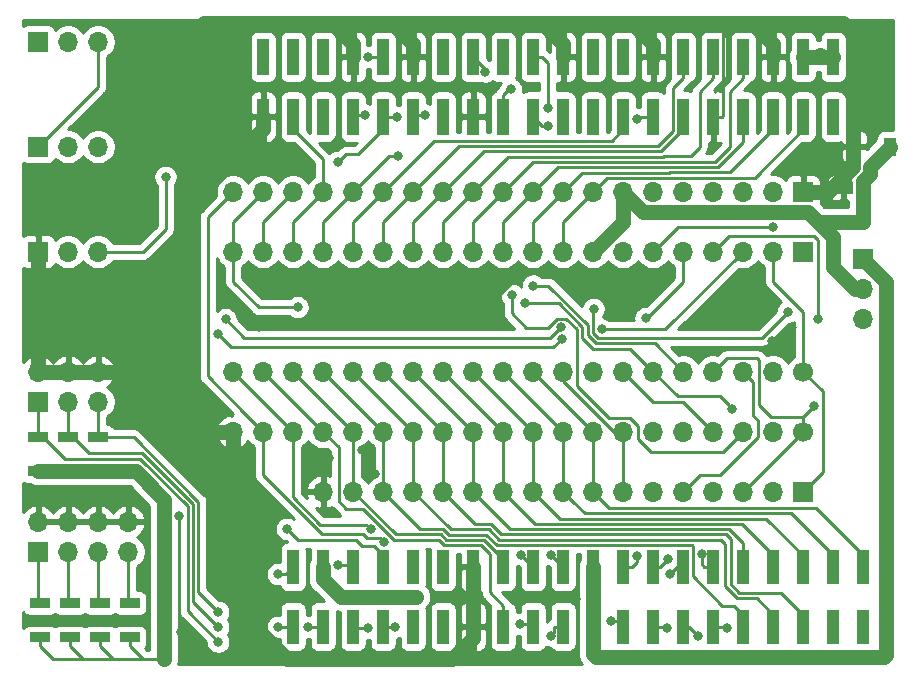
<source format=gbl>
G04 #@! TF.GenerationSoftware,KiCad,Pcbnew,(5.1.6)-1*
G04 #@! TF.CreationDate,2021-05-11T11:26:14+01:00*
G04 #@! TF.ProjectId,cpu_exp_65xx_6x09,6370755f-6578-4705-9f36-3578785f3678,3.01*
G04 #@! TF.SameCoordinates,Original*
G04 #@! TF.FileFunction,Copper,L2,Bot*
G04 #@! TF.FilePolarity,Positive*
%FSLAX46Y46*%
G04 Gerber Fmt 4.6, Leading zero omitted, Abs format (unit mm)*
G04 Created by KiCad (PCBNEW (5.1.6)-1) date 2021-05-11 11:26:14*
%MOMM*%
%LPD*%
G01*
G04 APERTURE LIST*
G04 #@! TA.AperFunction,ComponentPad*
%ADD10O,1.700000X1.700000*%
G04 #@! TD*
G04 #@! TA.AperFunction,ComponentPad*
%ADD11C,1.700000*%
G04 #@! TD*
G04 #@! TA.AperFunction,ComponentPad*
%ADD12R,1.700000X1.700000*%
G04 #@! TD*
G04 #@! TA.AperFunction,SMDPad,CuDef*
%ADD13R,1.700000X0.900000*%
G04 #@! TD*
G04 #@! TA.AperFunction,SMDPad,CuDef*
%ADD14R,1.000000X3.150000*%
G04 #@! TD*
G04 #@! TA.AperFunction,SMDPad,CuDef*
%ADD15R,1.000000X3.000000*%
G04 #@! TD*
G04 #@! TA.AperFunction,SMDPad,CuDef*
%ADD16R,1.000000X1.600000*%
G04 #@! TD*
G04 #@! TA.AperFunction,SMDPad,CuDef*
%ADD17R,1.600000X1.000000*%
G04 #@! TD*
G04 #@! TA.AperFunction,ViaPad*
%ADD18C,0.800000*%
G04 #@! TD*
G04 #@! TA.AperFunction,Conductor*
%ADD19C,1.270000*%
G04 #@! TD*
G04 #@! TA.AperFunction,Conductor*
%ADD20C,0.250000*%
G04 #@! TD*
G04 #@! TA.AperFunction,Conductor*
%ADD21C,0.254000*%
G04 #@! TD*
G04 APERTURE END LIST*
D10*
X106680000Y-63500000D03*
X109220000Y-63500000D03*
X111760000Y-63500000D03*
X114300000Y-63500000D03*
X116840000Y-63500000D03*
X119380000Y-63500000D03*
X121920000Y-63500000D03*
X124460000Y-63500000D03*
X127000000Y-63500000D03*
X129540000Y-63500000D03*
X132080000Y-63500000D03*
X134620000Y-63500000D03*
X137160000Y-63500000D03*
X139700000Y-63500000D03*
X142240000Y-63500000D03*
X147320000Y-63500000D03*
X149860000Y-63500000D03*
X152400000Y-63500000D03*
D11*
X154940000Y-63500000D03*
D10*
X144780000Y-63500000D03*
X106680000Y-58420000D03*
X109220000Y-58420000D03*
X111760000Y-58420000D03*
X114300000Y-58420000D03*
X116840000Y-58420000D03*
X119380000Y-58420000D03*
X121920000Y-58420000D03*
X124460000Y-58420000D03*
X127000000Y-58420000D03*
X129540000Y-58420000D03*
X132080000Y-58420000D03*
X134620000Y-58420000D03*
X137160000Y-58420000D03*
X139700000Y-58420000D03*
X142240000Y-58420000D03*
X147320000Y-58420000D03*
X149860000Y-58420000D03*
X152400000Y-58420000D03*
D11*
X154940000Y-58420000D03*
D10*
X144780000Y-58420000D03*
X95250000Y-39370000D03*
X92710000Y-39370000D03*
D12*
X90170000Y-39370000D03*
D10*
X95250000Y-48260000D03*
X92710000Y-48260000D03*
D12*
X90170000Y-48260000D03*
D10*
X114300000Y-68580000D03*
X116840000Y-68580000D03*
X119380000Y-68580000D03*
X121920000Y-68580000D03*
X124460000Y-68580000D03*
X127000000Y-68580000D03*
X129540000Y-68580000D03*
X132080000Y-68580000D03*
X134620000Y-68580000D03*
X137160000Y-68580000D03*
X139700000Y-68580000D03*
X142240000Y-68580000D03*
X144780000Y-68580000D03*
X147320000Y-68580000D03*
X149860000Y-68580000D03*
X152400000Y-68580000D03*
D12*
X154940000Y-68580000D03*
D13*
X90315000Y-80910000D03*
X90315000Y-78010000D03*
D10*
X95250000Y-58420000D03*
X95250000Y-60960000D03*
X92710000Y-58420000D03*
X92710000Y-60960000D03*
X90170000Y-58420000D03*
D12*
X90170000Y-60960000D03*
D10*
X97790000Y-71120000D03*
X97790000Y-73660000D03*
X95250000Y-71120000D03*
X95250000Y-73660000D03*
X92710000Y-71120000D03*
X92710000Y-73660000D03*
X90170000Y-71120000D03*
D12*
X90170000Y-73660000D03*
D14*
X109220000Y-31765000D03*
X109220000Y-36815000D03*
X111760000Y-31765000D03*
X111760000Y-36815000D03*
X114300000Y-31765000D03*
X114300000Y-36815000D03*
X116840000Y-31765000D03*
X116840000Y-36815000D03*
X119380000Y-31765000D03*
X119380000Y-36815000D03*
X121920000Y-31765000D03*
X121920000Y-36815000D03*
X124460000Y-31765000D03*
X124460000Y-36815000D03*
X127000000Y-31765000D03*
X127000000Y-36815000D03*
X129540000Y-31765000D03*
X129540000Y-36815000D03*
X132080000Y-31765000D03*
X132080000Y-36815000D03*
X134620000Y-31765000D03*
X134620000Y-36815000D03*
X137160000Y-31765000D03*
X137160000Y-36815000D03*
X139700000Y-31765000D03*
X139700000Y-36815000D03*
X142240000Y-31765000D03*
X142240000Y-36815000D03*
X144780000Y-31765000D03*
X144780000Y-36815000D03*
X147320000Y-31765000D03*
X147320000Y-36815000D03*
X149860000Y-31765000D03*
X149860000Y-36815000D03*
X152400000Y-31765000D03*
X152400000Y-36815000D03*
X154940000Y-31765000D03*
X154940000Y-36815000D03*
X157480000Y-31765000D03*
X157480000Y-36815000D03*
D15*
X111760000Y-79990000D03*
X111760000Y-74950000D03*
X114300000Y-79990000D03*
X114300000Y-74950000D03*
X116840000Y-79990000D03*
X116840000Y-74950000D03*
X119380000Y-79990000D03*
X119380000Y-74950000D03*
X121920000Y-79990000D03*
X121920000Y-74950000D03*
X124460000Y-79990000D03*
X124460000Y-74950000D03*
X127000000Y-79990000D03*
X127000000Y-74950000D03*
X129540000Y-79990000D03*
X129540000Y-74950000D03*
X132080000Y-79990000D03*
X132080000Y-74950000D03*
X134620000Y-79990000D03*
X134620000Y-74950000D03*
X137160000Y-79990000D03*
X137160000Y-74950000D03*
X139700000Y-79990000D03*
X139700000Y-74950000D03*
X142240000Y-79990000D03*
X142240000Y-74950000D03*
X144780000Y-79990000D03*
X144780000Y-74950000D03*
X147320000Y-79990000D03*
X147320000Y-74950000D03*
X149860000Y-79990000D03*
X149860000Y-74950000D03*
X152400000Y-79990000D03*
X152400000Y-74950000D03*
X154940000Y-79990000D03*
X154940000Y-74950000D03*
X157480000Y-79990000D03*
X157480000Y-74950000D03*
X160020000Y-79990000D03*
X160020000Y-74950000D03*
D13*
X95250000Y-66855000D03*
X95250000Y-63955000D03*
X92710000Y-66855000D03*
X92710000Y-63955000D03*
X90170000Y-63955000D03*
X90170000Y-66855000D03*
X97935000Y-80910000D03*
X97935000Y-78010000D03*
X95395000Y-80910000D03*
X95395000Y-78010000D03*
X92855000Y-80910000D03*
X92855000Y-78010000D03*
D10*
X106680000Y-43180000D03*
X109220000Y-43180000D03*
X111760000Y-43180000D03*
X114300000Y-43180000D03*
X116840000Y-43180000D03*
X119380000Y-43180000D03*
X121920000Y-43180000D03*
X124460000Y-43180000D03*
X127000000Y-43180000D03*
X129540000Y-43180000D03*
X132080000Y-43180000D03*
X134620000Y-43180000D03*
X137160000Y-43180000D03*
X139700000Y-43180000D03*
X142240000Y-43180000D03*
X144780000Y-43180000D03*
X147320000Y-43180000D03*
X149860000Y-43180000D03*
X152400000Y-43180000D03*
D12*
X154940000Y-43180000D03*
D10*
X106680000Y-48260000D03*
X109220000Y-48260000D03*
X111760000Y-48260000D03*
X114300000Y-48260000D03*
X116840000Y-48260000D03*
X119380000Y-48260000D03*
X121920000Y-48260000D03*
X124460000Y-48260000D03*
X127000000Y-48260000D03*
X129540000Y-48260000D03*
X132080000Y-48260000D03*
X134620000Y-48260000D03*
X137160000Y-48260000D03*
X139700000Y-48260000D03*
X142240000Y-48260000D03*
X144780000Y-48260000D03*
X147320000Y-48260000D03*
X149860000Y-48260000D03*
X152400000Y-48260000D03*
D12*
X154940000Y-48260000D03*
D10*
X160020000Y-53975000D03*
X160020000Y-51435000D03*
D12*
X160020000Y-48895000D03*
D10*
X95250000Y-30480000D03*
X92710000Y-30480000D03*
D12*
X90170000Y-30480000D03*
D16*
X162282000Y-39370000D03*
X159282000Y-39370000D03*
D17*
X158369000Y-45823000D03*
X158369000Y-42823000D03*
D18*
X106680000Y-66040000D03*
X102743000Y-38103000D03*
X102743000Y-56903000D03*
X108880000Y-54640000D03*
X113880000Y-54240000D03*
X126880000Y-54240000D03*
X114837653Y-65682347D03*
X118655000Y-67040000D03*
X117565000Y-65040000D03*
X102085000Y-70640000D03*
X102280000Y-80440000D03*
X135680000Y-77640000D03*
X136480000Y-51040000D03*
X139280000Y-51840000D03*
X142080000Y-51440000D03*
X145480000Y-54440000D03*
X148680000Y-52640000D03*
X152280000Y-55840000D03*
X118110000Y-31750000D03*
X132090000Y-51120000D03*
X130290000Y-51914990D03*
X143637000Y-75565000D03*
X148940000Y-61550000D03*
X131360000Y-52640000D03*
X105410000Y-55245000D03*
X134489998Y-55640000D03*
X137884773Y-54839450D03*
X120523000Y-36830000D03*
X100965000Y-41910000D03*
X115570000Y-40640000D03*
X153670000Y-53340000D03*
X106045000Y-53975000D03*
X134435998Y-54640225D03*
X137200000Y-53100000D03*
X122174000Y-77470000D03*
X100850000Y-82730000D03*
X156337000Y-31623000D03*
X110490000Y-75565000D03*
X105410000Y-78740000D03*
X110490000Y-80010000D03*
X105410000Y-80010000D03*
X113030000Y-80010000D03*
X105410000Y-81279988D03*
X120396000Y-80010000D03*
X118110000Y-80137000D03*
X111252000Y-71718010D03*
X115570000Y-74803000D03*
X133604000Y-73914000D03*
X112141000Y-52959000D03*
X133604000Y-80772000D03*
X120650000Y-40132000D03*
X140868536Y-37049144D03*
X122936000Y-36703000D03*
X146050000Y-80772000D03*
X152400000Y-46139996D03*
X117856000Y-36703000D03*
X141605000Y-53884990D03*
X148463000Y-80137000D03*
X156210000Y-53975000D03*
X140843000Y-74041000D03*
X130937000Y-79756000D03*
X119448268Y-72849999D03*
X130208693Y-34511979D03*
X138684000Y-79502000D03*
X128016000Y-33020000D03*
X133350000Y-36068000D03*
X133350000Y-37592000D03*
X131064000Y-73914000D03*
X118354552Y-71756282D03*
X143383000Y-80137000D03*
X155829000Y-61341000D03*
X143510000Y-74295000D03*
X146339998Y-73860000D03*
D19*
X160601009Y-41050991D02*
X162282000Y-39370000D01*
X160601009Y-41717899D02*
X160601009Y-41050991D01*
X160020000Y-42298908D02*
X160601009Y-41717899D01*
X160020000Y-45720000D02*
X160020000Y-42298908D01*
X160020000Y-45720000D02*
X156210000Y-45720000D01*
X157480000Y-46990000D02*
X156210000Y-45720000D01*
X157480000Y-49558002D02*
X157480000Y-46990000D01*
X160020000Y-51435000D02*
X159356998Y-51435000D01*
X159356998Y-51435000D02*
X157480000Y-49558002D01*
X139700000Y-45720000D02*
X137160000Y-48260000D01*
X139700000Y-43180000D02*
X139700000Y-45720000D01*
X141424995Y-44904995D02*
X140549999Y-44029999D01*
X140549999Y-44029999D02*
X139700000Y-43180000D01*
X155394995Y-44904995D02*
X141424995Y-44904995D01*
X156210000Y-45720000D02*
X155394995Y-44904995D01*
X127000000Y-74950000D02*
X127000000Y-79990000D01*
X109220000Y-37890000D02*
X109220000Y-36815000D01*
X102743000Y-44367000D02*
X109220000Y-37890000D01*
X116840000Y-30690000D02*
X116840000Y-31765000D01*
X115070000Y-28920000D02*
X116840000Y-30690000D01*
X104176000Y-28920000D02*
X115070000Y-28920000D01*
X102743000Y-30353000D02*
X104176000Y-28920000D01*
X121920000Y-30690000D02*
X121920000Y-31765000D01*
X120150000Y-28920000D02*
X121920000Y-30690000D01*
X115070000Y-28920000D02*
X120150000Y-28920000D01*
X134620000Y-30690000D02*
X134620000Y-31765000D01*
X132850000Y-28920000D02*
X134620000Y-30690000D01*
X142240000Y-30690000D02*
X142240000Y-31765000D01*
X140470000Y-28920000D02*
X142240000Y-30690000D01*
X132850000Y-28920000D02*
X140470000Y-28920000D01*
X152400000Y-30690000D02*
X152400000Y-31765000D01*
X150630000Y-28920000D02*
X152400000Y-30690000D01*
D20*
X148145001Y-29273001D02*
X147792000Y-28920000D01*
X148145001Y-36739999D02*
X148145001Y-29273001D01*
X148070000Y-36815000D02*
X148145001Y-36739999D01*
X147320000Y-36815000D02*
X148070000Y-36815000D01*
D19*
X140470000Y-28920000D02*
X147792000Y-28920000D01*
X147792000Y-28920000D02*
X150630000Y-28920000D01*
D20*
X125893000Y-36458000D02*
X125893000Y-28920000D01*
X126250000Y-36815000D02*
X125893000Y-36458000D01*
X127000000Y-36815000D02*
X126250000Y-36815000D01*
D19*
X120150000Y-28920000D02*
X125893000Y-28920000D01*
X125893000Y-28920000D02*
X132850000Y-28920000D01*
X157060000Y-43180000D02*
X154940000Y-43180000D01*
X158369000Y-41871000D02*
X158921000Y-41319000D01*
X158369000Y-42696000D02*
X158369000Y-41871000D01*
X158921000Y-41319000D02*
X157060000Y-43180000D01*
X159131000Y-41109000D02*
X158921000Y-41319000D01*
X159131000Y-29718000D02*
X159131000Y-41109000D01*
X150630000Y-28920000D02*
X158333000Y-28920000D01*
X158333000Y-28920000D02*
X159131000Y-29718000D01*
D20*
X102616000Y-55880000D02*
X102743000Y-56007000D01*
D19*
X102743000Y-56007000D02*
X102743000Y-44367000D01*
X90170000Y-58420000D02*
X92710000Y-58420000D01*
X92710000Y-58420000D02*
X95250000Y-58420000D01*
X102616000Y-58420000D02*
X102743000Y-58547000D01*
X95250000Y-58420000D02*
X102616000Y-58420000D01*
X90170000Y-48260000D02*
X90170000Y-58420000D01*
X102743000Y-62230000D02*
X102743000Y-58547000D01*
X127000000Y-79990000D02*
X127000000Y-80990000D01*
X107529999Y-79032195D02*
X107529999Y-66889999D01*
X125230000Y-82760000D02*
X111257804Y-82760000D01*
X127000000Y-80990000D02*
X125230000Y-82760000D01*
X107529999Y-66889999D02*
X106680000Y-66040000D01*
X111257804Y-82760000D02*
X107529999Y-79032195D01*
X106680000Y-66040000D02*
X106680000Y-63500000D01*
X106680000Y-63500000D02*
X104013000Y-63500000D01*
X104013000Y-63500000D02*
X102743000Y-62230000D01*
D20*
X102743000Y-38103000D02*
X102680000Y-38040000D01*
D19*
X102743000Y-38103000D02*
X102743000Y-30353000D01*
X102743000Y-44367000D02*
X102743000Y-38103000D01*
D20*
X102743000Y-56903000D02*
X102680000Y-56840000D01*
D19*
X102743000Y-56903000D02*
X102743000Y-56007000D01*
X102743000Y-58547000D02*
X102743000Y-56903000D01*
D20*
X108880000Y-54640000D02*
X109280000Y-54240000D01*
X109280000Y-54240000D02*
X113880000Y-54240000D01*
X113880000Y-54240000D02*
X126880000Y-54240000D01*
X114300000Y-68580000D02*
X114300000Y-66220000D01*
X114300000Y-66220000D02*
X114837653Y-65682347D01*
X117565000Y-65950000D02*
X117565000Y-65040000D01*
X118655000Y-67040000D02*
X117565000Y-65950000D01*
X102085000Y-70640000D02*
X102085000Y-80245000D01*
X102085000Y-80245000D02*
X102280000Y-80440000D01*
X126880000Y-54240000D02*
X131080000Y-50040000D01*
X131080000Y-50040000D02*
X135480000Y-50040000D01*
X135480000Y-50040000D02*
X136480000Y-51040000D01*
X136480000Y-51040000D02*
X137280000Y-51840000D01*
X137280000Y-51840000D02*
X139280000Y-51840000D01*
X139280000Y-51840000D02*
X141680000Y-51840000D01*
X141680000Y-51840000D02*
X142080000Y-51440000D01*
X145480000Y-54440000D02*
X146880000Y-54440000D01*
X146880000Y-54440000D02*
X148680000Y-52640000D01*
X153080000Y-55840000D02*
X154280000Y-54640000D01*
X152280000Y-55840000D02*
X153080000Y-55840000D01*
X119365000Y-31750000D02*
X119380000Y-31765000D01*
X118110000Y-31750000D02*
X119365000Y-31750000D01*
X95250000Y-34290000D02*
X90170000Y-39370000D01*
X95250000Y-30480000D02*
X95250000Y-34290000D01*
X133382822Y-51120000D02*
X132090000Y-51120000D01*
X142374462Y-56014462D02*
X137367284Y-56014462D01*
X137367284Y-56014462D02*
X136695023Y-55342201D01*
X144780000Y-58420000D02*
X142374462Y-56014462D01*
X136695023Y-54432201D02*
X133382822Y-51120000D01*
X136695023Y-55342201D02*
X136695023Y-54432201D01*
X131509307Y-54700002D02*
X130290000Y-53480695D01*
X133318613Y-54700002D02*
X131509307Y-54700002D01*
X142070000Y-65230000D02*
X140970000Y-64130000D01*
X140970000Y-64130000D02*
X140970000Y-63030998D01*
X149860000Y-63500000D02*
X148130000Y-65230000D01*
X140970000Y-63030998D02*
X140264001Y-62324999D01*
X134103400Y-53915215D02*
X133318613Y-54700002D01*
X148130000Y-65230000D02*
X142070000Y-65230000D01*
X138524999Y-62324999D02*
X135795001Y-59595001D01*
X140264001Y-62324999D02*
X138524999Y-62324999D01*
X130290000Y-53480695D02*
X130290000Y-51914990D01*
X134905215Y-53915215D02*
X134103400Y-53915215D01*
X135795001Y-59595001D02*
X135795001Y-54805001D01*
X135795001Y-54805001D02*
X134905215Y-53915215D01*
X144780000Y-74950000D02*
X144252000Y-74950000D01*
X144252000Y-74950000D02*
X143637000Y-75565000D01*
X147899989Y-60509989D02*
X148540001Y-61150001D01*
X148540001Y-61150001D02*
X148940000Y-61550000D01*
X144329989Y-60509989D02*
X147899989Y-60509989D01*
X142240000Y-58420000D02*
X144329989Y-60509989D01*
X136245012Y-54618601D02*
X134266411Y-52640000D01*
X142240000Y-58420000D02*
X140284473Y-56464473D01*
X137180883Y-56464473D02*
X136245012Y-55528602D01*
X140284473Y-56464473D02*
X137180883Y-56464473D01*
X136245012Y-55528602D02*
X136245012Y-54618601D01*
X134266411Y-52640000D02*
X131360000Y-52640000D01*
X106509276Y-56344276D02*
X133785722Y-56344276D01*
X105410000Y-55245000D02*
X106509276Y-56344276D01*
X133785722Y-56344276D02*
X134489998Y-55640000D01*
X143280550Y-54839450D02*
X137884773Y-54839450D01*
X149860000Y-48260000D02*
X143280550Y-54839450D01*
X119395000Y-36830000D02*
X119380000Y-36815000D01*
X120523000Y-36830000D02*
X119395000Y-36830000D01*
X115570000Y-40640000D02*
X116205000Y-40005000D01*
X119380000Y-37890000D02*
X119380000Y-36815000D01*
X117265000Y-40005000D02*
X119380000Y-37890000D01*
X116205000Y-40005000D02*
X117265000Y-40005000D01*
X99070000Y-48260000D02*
X95250000Y-48260000D01*
X100965000Y-41910000D02*
X100965000Y-46365000D01*
X100965000Y-46365000D02*
X99070000Y-48260000D01*
X107596960Y-55526960D02*
X133549263Y-55526960D01*
X106045000Y-53975000D02*
X107596960Y-55526960D01*
X133549263Y-55526960D02*
X134435998Y-54640225D01*
X153670000Y-53340000D02*
X151445549Y-55564451D01*
X137553683Y-55564451D02*
X137145034Y-55155802D01*
X137145034Y-53154966D02*
X137200000Y-53100000D01*
X151445549Y-55564451D02*
X137553683Y-55564451D01*
X137145034Y-55155802D02*
X137145034Y-53154966D01*
D19*
X114300000Y-74950000D02*
X114300000Y-75945999D01*
X114300000Y-75945999D02*
X115824001Y-77470000D01*
X115824001Y-77470000D02*
X121608315Y-77470000D01*
X121608315Y-77470000D02*
X122174000Y-77470000D01*
D20*
X100812322Y-82692322D02*
X100850000Y-82730000D01*
X92855000Y-80910000D02*
X93255000Y-80910000D01*
X97935000Y-81610000D02*
X97935000Y-80910000D01*
X99055000Y-82730000D02*
X97935000Y-81610000D01*
X100850000Y-82730000D02*
X99055000Y-82730000D01*
X90315000Y-81610000D02*
X91435000Y-82730000D01*
X90315000Y-80910000D02*
X90315000Y-81610000D01*
X96515000Y-82730000D02*
X96700000Y-82730000D01*
X95395000Y-81610000D02*
X96515000Y-82730000D01*
X95395000Y-80910000D02*
X95395000Y-81610000D01*
X96700000Y-82730000D02*
X99055000Y-82730000D01*
X93975000Y-82730000D02*
X94160000Y-82730000D01*
X92855000Y-81610000D02*
X93975000Y-82730000D01*
X92855000Y-80910000D02*
X92855000Y-81610000D01*
X91435000Y-82730000D02*
X94160000Y-82730000D01*
X94160000Y-82730000D02*
X96700000Y-82730000D01*
D19*
X95250000Y-66855000D02*
X92710000Y-66855000D01*
X92710000Y-66855000D02*
X90170000Y-66855000D01*
X100850000Y-69265998D02*
X100850000Y-82730000D01*
X95250000Y-66855000D02*
X98439002Y-66855000D01*
X98439002Y-66855000D02*
X100850000Y-69265998D01*
X154940000Y-31765000D02*
X156195000Y-31765000D01*
X156195000Y-31765000D02*
X156337000Y-31623000D01*
X156479000Y-31765000D02*
X156337000Y-31623000D01*
X157480000Y-31765000D02*
X156479000Y-31765000D01*
X137160000Y-74950000D02*
X137160000Y-79990000D01*
X161925000Y-50800000D02*
X160020000Y-48895000D01*
X161925000Y-82423000D02*
X161925000Y-50800000D01*
X161798000Y-82550000D02*
X161925000Y-82423000D01*
X137370000Y-82550000D02*
X161798000Y-82550000D01*
X137160000Y-79990000D02*
X137160000Y-82340000D01*
X137160000Y-82340000D02*
X137370000Y-82550000D01*
D20*
X111145000Y-75565000D02*
X111760000Y-74950000D01*
X110490000Y-75565000D02*
X111145000Y-75565000D01*
X95250000Y-62162081D02*
X95250000Y-63955000D01*
X95250000Y-60960000D02*
X95250000Y-62162081D01*
X98265000Y-63955000D02*
X95250000Y-63955000D01*
X105410000Y-78740000D02*
X103740000Y-77070000D01*
X103740000Y-77070000D02*
X103740000Y-69430000D01*
X103740000Y-69430000D02*
X98265000Y-63955000D01*
X111740000Y-80010000D02*
X111760000Y-79990000D01*
X110490000Y-80010000D02*
X111740000Y-80010000D01*
X92710000Y-62162081D02*
X92710000Y-63955000D01*
X92710000Y-60960000D02*
X92710000Y-62162081D01*
X105010001Y-79610001D02*
X105410000Y-80010000D01*
X93110000Y-63955000D02*
X94465000Y-65310000D01*
X103289989Y-77889989D02*
X105010001Y-79610001D01*
X103289989Y-69616399D02*
X103289989Y-77889989D01*
X98983590Y-65310000D02*
X103289989Y-69616399D01*
X92710000Y-63955000D02*
X93110000Y-63955000D01*
X94465000Y-65310000D02*
X98983590Y-65310000D01*
X114300000Y-79990000D02*
X113050000Y-79990000D01*
X113050000Y-79990000D02*
X113030000Y-80010000D01*
X90170000Y-63955000D02*
X90170000Y-60960000D01*
X105410000Y-81279988D02*
X102839978Y-78709966D01*
X92425000Y-65810000D02*
X90570000Y-63955000D01*
X90570000Y-63955000D02*
X90170000Y-63955000D01*
X98830000Y-65810000D02*
X92425000Y-65810000D01*
X102839978Y-78709966D02*
X102839978Y-69819978D01*
X102839978Y-69819978D02*
X98830000Y-65810000D01*
X119380000Y-79990000D02*
X120376000Y-79990000D01*
X120376000Y-79990000D02*
X120396000Y-80010000D01*
X97790000Y-77865000D02*
X97935000Y-78010000D01*
X97790000Y-73660000D02*
X97790000Y-77865000D01*
X116987000Y-80137000D02*
X116840000Y-79990000D01*
X118110000Y-80137000D02*
X116987000Y-80137000D01*
X95250000Y-77865000D02*
X95395000Y-78010000D01*
X95250000Y-73660000D02*
X95250000Y-77865000D01*
X92710000Y-77865000D02*
X92855000Y-78010000D01*
X92710000Y-73660000D02*
X92710000Y-77865000D01*
X119380000Y-73950000D02*
X118630000Y-73200000D01*
X119380000Y-74950000D02*
X119380000Y-73950000D01*
X117630000Y-73200000D02*
X117074000Y-72644000D01*
X111651999Y-72118009D02*
X111252000Y-71718010D01*
X117074000Y-72644000D02*
X112177990Y-72644000D01*
X112177990Y-72644000D02*
X111651999Y-72118009D01*
X118630000Y-73200000D02*
X117630000Y-73200000D01*
X116693000Y-74803000D02*
X116840000Y-74950000D01*
X115570000Y-74803000D02*
X116693000Y-74803000D01*
X90170000Y-77865000D02*
X90315000Y-78010000D01*
X90170000Y-73660000D02*
X90170000Y-77865000D01*
X106680000Y-45720000D02*
X109220000Y-43180000D01*
X106680000Y-50800000D02*
X106680000Y-45720000D01*
X134620000Y-74950000D02*
X134620000Y-74930000D01*
X134620000Y-74930000D02*
X133604000Y-73914000D01*
X108839000Y-52959000D02*
X106680000Y-50800000D01*
X112141000Y-52959000D02*
X108839000Y-52959000D01*
X133604000Y-80772000D02*
X133858000Y-80518000D01*
X133870000Y-79990000D02*
X134620000Y-79990000D01*
X133858000Y-80002000D02*
X133870000Y-79990000D01*
X133858000Y-80518000D02*
X133858000Y-80002000D01*
X109220000Y-45720000D02*
X111760000Y-43180000D01*
X109220000Y-48260000D02*
X109220000Y-45720000D01*
X111760000Y-37890000D02*
X111760000Y-36815000D01*
X114300000Y-40430000D02*
X111760000Y-37890000D01*
X114300000Y-43180000D02*
X114300000Y-40430000D01*
X111760000Y-45720000D02*
X114300000Y-43180000D01*
X111760000Y-48260000D02*
X111760000Y-45720000D01*
X119888000Y-40132000D02*
X116840000Y-43180000D01*
X120650000Y-40132000D02*
X119888000Y-40132000D01*
X141102680Y-36815000D02*
X140868536Y-37049144D01*
X142240000Y-36815000D02*
X141102680Y-36815000D01*
X114300000Y-45720000D02*
X116840000Y-43180000D01*
X114300000Y-48260000D02*
X114300000Y-45720000D01*
X139700000Y-37890000D02*
X139700000Y-36815000D01*
X138735075Y-38854925D02*
X139700000Y-37890000D01*
X123705075Y-38854925D02*
X138735075Y-38854925D01*
X119380000Y-43180000D02*
X123705075Y-38854925D01*
X116840000Y-45720000D02*
X119380000Y-43180000D01*
X116840000Y-48260000D02*
X116840000Y-45720000D01*
X125795066Y-39304934D02*
X142686066Y-39304934D01*
X121920000Y-43180000D02*
X125795066Y-39304934D01*
X144780000Y-33590000D02*
X144780000Y-31765000D01*
X143954999Y-34415001D02*
X144780000Y-33590000D01*
X143954999Y-38036001D02*
X143954999Y-34415001D01*
X142686066Y-39304934D02*
X143954999Y-38036001D01*
X119380000Y-45720000D02*
X121920000Y-43180000D01*
X119380000Y-48260000D02*
X119380000Y-45720000D01*
X144030000Y-38640000D02*
X144780000Y-37890000D01*
X144780000Y-37890000D02*
X144780000Y-36815000D01*
X143987411Y-38640000D02*
X144030000Y-38640000D01*
X142872466Y-39754945D02*
X143987411Y-38640000D01*
X127885055Y-39754945D02*
X142872466Y-39754945D01*
X124460000Y-43180000D02*
X127885055Y-39754945D01*
X121920000Y-45720000D02*
X124460000Y-43180000D01*
X121920000Y-48260000D02*
X121920000Y-45720000D01*
X146177000Y-39370000D02*
X146177000Y-34733000D01*
X145415000Y-40132000D02*
X146177000Y-39370000D01*
X127000000Y-43180000D02*
X129975044Y-40204956D01*
X143058866Y-40204956D02*
X143131822Y-40132000D01*
X147320000Y-33590000D02*
X147320000Y-31765000D01*
X146177000Y-34733000D02*
X147320000Y-33590000D01*
X143131822Y-40132000D02*
X145415000Y-40132000D01*
X129975044Y-40204956D02*
X143058866Y-40204956D01*
X124460000Y-45720000D02*
X127000000Y-43180000D01*
X124460000Y-48260000D02*
X124460000Y-45720000D01*
X149860000Y-33590000D02*
X149860000Y-31765000D01*
X148717000Y-34733000D02*
X149860000Y-33590000D01*
X147447000Y-40640000D02*
X148717000Y-39370000D01*
X148717000Y-39370000D02*
X148717000Y-34733000D01*
X143260233Y-40640000D02*
X147447000Y-40640000D01*
X143245266Y-40654967D02*
X143260233Y-40640000D01*
X132065033Y-40654967D02*
X143245266Y-40654967D01*
X129540000Y-43180000D02*
X132065033Y-40654967D01*
X127000000Y-45720000D02*
X129540000Y-43180000D01*
X127000000Y-48260000D02*
X127000000Y-45720000D01*
X132080000Y-43180000D02*
X134155022Y-41104978D01*
X147760400Y-41090011D02*
X149860000Y-38990411D01*
X149860000Y-38990411D02*
X149860000Y-38640000D01*
X143446633Y-41090011D02*
X147760400Y-41090011D01*
X149860000Y-38640000D02*
X149860000Y-36815000D01*
X143431666Y-41104978D02*
X143446633Y-41090011D01*
X134155022Y-41104978D02*
X143431666Y-41104978D01*
X129540000Y-45720000D02*
X132080000Y-43180000D01*
X129540000Y-48260000D02*
X129540000Y-45720000D01*
X134620000Y-43180000D02*
X136245011Y-41554989D01*
X148749978Y-41540022D02*
X152400000Y-37890000D01*
X143633033Y-41540022D02*
X148749978Y-41540022D01*
X143618066Y-41554989D02*
X143633033Y-41540022D01*
X152400000Y-37890000D02*
X152400000Y-36815000D01*
X136245011Y-41554989D02*
X143618066Y-41554989D01*
X133770001Y-44029999D02*
X134620000Y-43180000D01*
X132080000Y-48260000D02*
X132080000Y-45720000D01*
X132080000Y-45720000D02*
X133770001Y-44029999D01*
X150839967Y-41990033D02*
X154940000Y-37890000D01*
X154940000Y-37890000D02*
X154940000Y-36815000D01*
X143819433Y-41990033D02*
X150839967Y-41990033D01*
X143804466Y-42005000D02*
X143819433Y-41990033D01*
X138335000Y-42005000D02*
X143804466Y-42005000D01*
X137160000Y-43180000D02*
X138335000Y-42005000D01*
X134620000Y-45720000D02*
X137160000Y-43180000D01*
X134620000Y-48260000D02*
X134620000Y-45720000D01*
X122032000Y-36703000D02*
X121920000Y-36815000D01*
X122936000Y-36703000D02*
X122032000Y-36703000D01*
X146170000Y-67190000D02*
X144780000Y-68580000D01*
X150709999Y-59269999D02*
X150709999Y-62119999D01*
X149860000Y-58420000D02*
X150709999Y-59269999D01*
X150709999Y-62119999D02*
X151160000Y-62570000D01*
X151160000Y-62570000D02*
X151160000Y-63939002D01*
X151160000Y-63939002D02*
X147909002Y-67190000D01*
X147909002Y-67190000D02*
X146170000Y-67190000D01*
X144780000Y-79990000D02*
X145268000Y-79990000D01*
X145268000Y-79990000D02*
X146050000Y-80772000D01*
X142240000Y-48260000D02*
X144360004Y-46139996D01*
X151834315Y-46139996D02*
X152400000Y-46139996D01*
X144360004Y-46139996D02*
X151834315Y-46139996D01*
X116952000Y-36703000D02*
X116840000Y-36815000D01*
X117856000Y-36703000D02*
X116952000Y-36703000D01*
X141695010Y-53884990D02*
X141605000Y-53884990D01*
X144780000Y-48260000D02*
X144780000Y-50800000D01*
X144780000Y-50800000D02*
X141695010Y-53884990D01*
X147320000Y-79990000D02*
X148316000Y-79990000D01*
X148316000Y-79990000D02*
X148463000Y-80137000D01*
X148690000Y-46890000D02*
X147320000Y-48260000D01*
X155840000Y-46890000D02*
X148690000Y-46890000D01*
X156210000Y-53975000D02*
X156210000Y-47260000D01*
X156210000Y-47260000D02*
X155840000Y-46890000D01*
X140450000Y-74950000D02*
X140843000Y-74557000D01*
X140843000Y-74557000D02*
X140843000Y-74041000D01*
X139700000Y-74950000D02*
X140450000Y-74950000D01*
X156609999Y-66910001D02*
X154940000Y-68580000D01*
X154940000Y-58420000D02*
X156609999Y-60089999D01*
X156609999Y-60089999D02*
X156609999Y-66910001D01*
X152400000Y-50800000D02*
X152400000Y-48260000D01*
X154940000Y-58420000D02*
X154940000Y-53340000D01*
X154940000Y-53340000D02*
X152400000Y-50800000D01*
X131846000Y-79756000D02*
X132080000Y-79990000D01*
X130937000Y-79756000D02*
X131846000Y-79756000D01*
X107700000Y-61980000D02*
X109220000Y-63500000D01*
X104521000Y-58801000D02*
X107700000Y-61980000D01*
X106680000Y-43180000D02*
X104521000Y-45339000D01*
X104521000Y-45339000D02*
X104521000Y-58801000D01*
X114243989Y-72193989D02*
X117719255Y-72193989D01*
X109220000Y-63500000D02*
X109220000Y-67170000D01*
X109220000Y-67170000D02*
X114243989Y-72193989D01*
X118006550Y-72481284D02*
X119079553Y-72481284D01*
X117719255Y-72193989D02*
X118006550Y-72481284D01*
X119079553Y-72481284D02*
X119448268Y-72849999D01*
X129540000Y-36815000D02*
X129540000Y-34990000D01*
X129540000Y-34990000D02*
X130018021Y-34511979D01*
X130018021Y-34511979D02*
X130208693Y-34511979D01*
X139212000Y-79502000D02*
X139700000Y-79990000D01*
X138684000Y-79502000D02*
X139212000Y-79502000D01*
X128016000Y-32781000D02*
X127000000Y-31765000D01*
X128016000Y-33020000D02*
X128016000Y-32781000D01*
X132830000Y-31765000D02*
X132080000Y-31765000D01*
X133350000Y-32285000D02*
X132830000Y-31765000D01*
X133350000Y-36068000D02*
X133350000Y-32285000D01*
X138899002Y-63500000D02*
X139700000Y-63500000D01*
X134620000Y-58420000D02*
X134620000Y-59220998D01*
X134620000Y-59220998D02*
X138899002Y-63500000D01*
X139700000Y-64702081D02*
X139700000Y-68580000D01*
X139700000Y-63500000D02*
X139700000Y-64702081D01*
X132857000Y-37592000D02*
X132080000Y-36815000D01*
X133350000Y-37592000D02*
X132857000Y-37592000D01*
X109220000Y-58420000D02*
X114300000Y-63500000D01*
X124555766Y-73124999D02*
X127699356Y-73124999D01*
X128397000Y-77097000D02*
X129540000Y-78240000D01*
X116260000Y-70020000D02*
X117643590Y-70020000D01*
X115620000Y-69380000D02*
X116260000Y-70020000D01*
X129540000Y-78240000D02*
X129540000Y-79990000D01*
X128397000Y-73822643D02*
X128397000Y-77097000D01*
X124074767Y-72644000D02*
X124555766Y-73124999D01*
X117643590Y-70020000D02*
X120267589Y-72644000D01*
X115620000Y-64820000D02*
X115620000Y-69380000D01*
X114300000Y-63500000D02*
X115620000Y-64820000D01*
X127699356Y-73124999D02*
X128397000Y-73822643D01*
X120267589Y-72644000D02*
X124074767Y-72644000D01*
X111760000Y-58420000D02*
X116840000Y-63500000D01*
X129540000Y-74268587D02*
X129540000Y-74950000D01*
X124261167Y-72193989D02*
X124742166Y-72674988D01*
X116840000Y-68580000D02*
X120453989Y-72193989D01*
X127946401Y-72674988D02*
X129540000Y-74268587D01*
X124742166Y-72674988D02*
X127946401Y-72674988D01*
X120453989Y-72193989D02*
X124261167Y-72193989D01*
X116839997Y-63500003D02*
X116839997Y-68579997D01*
X116840000Y-63500000D02*
X116839997Y-63500003D01*
X116839997Y-68579997D02*
X116840000Y-68580000D01*
X131064000Y-73934000D02*
X132080000Y-74950000D01*
X131064000Y-73914000D02*
X131064000Y-73934000D01*
X106680000Y-58420000D02*
X111760000Y-63500000D01*
X111760000Y-63500000D02*
X111760000Y-69050000D01*
X117954553Y-71356283D02*
X118354552Y-71756282D01*
X114066283Y-71356283D02*
X117954553Y-71356283D01*
X111760000Y-69050000D02*
X114066283Y-71356283D01*
X142240000Y-79990000D02*
X143236000Y-79990000D01*
X143236000Y-79990000D02*
X143383000Y-80137000D01*
X155829000Y-61341000D02*
X154940000Y-62230000D01*
X154940000Y-63500000D02*
X154940000Y-62230000D01*
X150709999Y-67730001D02*
X154940000Y-63500000D01*
X149860000Y-68580000D02*
X150709999Y-67730001D01*
X148169999Y-57570001D02*
X147320000Y-58420000D01*
X154940000Y-62230000D02*
X152203002Y-62230000D01*
X152203002Y-62230000D02*
X151224999Y-61251997D01*
X151224999Y-61251997D02*
X151224999Y-57434999D01*
X151224999Y-57434999D02*
X151034999Y-57244999D01*
X151034999Y-57244999D02*
X148495001Y-57244999D01*
X148495001Y-57244999D02*
X148169999Y-57570001D01*
X142240000Y-74950000D02*
X142855000Y-74950000D01*
X142855000Y-74950000D02*
X143510000Y-74295000D01*
X144780000Y-60960000D02*
X147320000Y-63500000D01*
X142240000Y-60960000D02*
X144780000Y-60960000D01*
X139700000Y-58420000D02*
X142240000Y-60960000D01*
X146570000Y-74950000D02*
X146339998Y-74719998D01*
X146339998Y-74425685D02*
X146339998Y-73860000D01*
X147320000Y-74950000D02*
X146570000Y-74950000D01*
X146339998Y-74719998D02*
X146339998Y-74425685D01*
X114300000Y-58420000D02*
X119380000Y-63500000D01*
X119380000Y-63500000D02*
X119380000Y-68580000D01*
X124447567Y-71743978D02*
X124928566Y-72224977D01*
X122543978Y-71743978D02*
X124447567Y-71743978D01*
X129007901Y-73100077D02*
X145515079Y-73100077D01*
X145515079Y-73100077D02*
X145605001Y-73189999D01*
X119380000Y-68580000D02*
X122543978Y-71743978D01*
X145605001Y-73189999D02*
X145605001Y-75735001D01*
X148110000Y-78240000D02*
X149110000Y-78240000D01*
X149860000Y-78990000D02*
X149860000Y-79990000D01*
X128132801Y-72224977D02*
X129007901Y-73100077D01*
X149110000Y-78240000D02*
X149860000Y-78990000D01*
X124928566Y-72224977D02*
X128132801Y-72224977D01*
X145605001Y-75735001D02*
X148110000Y-78240000D01*
X121920000Y-63500000D02*
X121920000Y-65273768D01*
X116840000Y-58420000D02*
X121920000Y-63500000D01*
X121920000Y-65273768D02*
X121920000Y-68580000D01*
X152400000Y-78990000D02*
X152400000Y-79990000D01*
X149351999Y-77597000D02*
X151007000Y-77597000D01*
X148373322Y-76618323D02*
X149351999Y-77597000D01*
X148336000Y-73025000D02*
X148336000Y-76581000D01*
X151007000Y-77597000D02*
X152400000Y-78990000D01*
X129194301Y-72650066D02*
X147961066Y-72650066D01*
X128319201Y-71774966D02*
X129194301Y-72650066D01*
X121920000Y-68580000D02*
X125114966Y-71774966D01*
X147961066Y-72650066D02*
X148336000Y-73025000D01*
X148336000Y-76581000D02*
X148373322Y-76618323D01*
X125114966Y-71774966D02*
X128319201Y-71774966D01*
X119380000Y-58420000D02*
X124460000Y-63500000D01*
X127144955Y-71324955D02*
X128505601Y-71324955D01*
X128505601Y-71324955D02*
X129380701Y-72200055D01*
X129380701Y-72200055D02*
X148401466Y-72200055D01*
X153096989Y-77146989D02*
X154940000Y-78990000D01*
X148823333Y-72621922D02*
X148823333Y-76431923D01*
X154940000Y-78990000D02*
X154940000Y-79990000D01*
X148823333Y-76431923D02*
X149538399Y-77146989D01*
X124460000Y-68640000D02*
X127144955Y-71324955D01*
X124460000Y-63500000D02*
X124460000Y-68640000D01*
X149538399Y-77146989D02*
X153096989Y-77146989D01*
X148401466Y-72200055D02*
X148823333Y-72621922D01*
X121920000Y-58420000D02*
X127000000Y-63500000D01*
X149860000Y-73200000D02*
X149860000Y-74950000D01*
X127000000Y-68610000D02*
X130140044Y-71750044D01*
X148684811Y-71750044D02*
X149860000Y-72925233D01*
X149860000Y-72925233D02*
X149860000Y-73200000D01*
X130140044Y-71750044D02*
X148684811Y-71750044D01*
X127000000Y-63500000D02*
X127000000Y-68610000D01*
X124460000Y-58420000D02*
X129540000Y-63500000D01*
X129540000Y-67377919D02*
X129540000Y-63500000D01*
X129540000Y-68580000D02*
X129540000Y-67377919D01*
X132260033Y-71300033D02*
X129540000Y-68580000D01*
X149750033Y-71300033D02*
X132260033Y-71300033D01*
X152400000Y-73950000D02*
X149750033Y-71300033D01*
X152400000Y-74950000D02*
X152400000Y-73950000D01*
X127000000Y-58420000D02*
X132080000Y-63500000D01*
X132080000Y-63500000D02*
X132080000Y-64702081D01*
X134350022Y-70850022D02*
X132080000Y-68580000D01*
X151840022Y-70850022D02*
X134350022Y-70850022D01*
X154940000Y-74950000D02*
X154940000Y-73950000D01*
X154940000Y-73950000D02*
X151840022Y-70850022D01*
X132080000Y-67377919D02*
X132080000Y-63500000D01*
X132080000Y-68580000D02*
X132080000Y-67377919D01*
X129540000Y-58420000D02*
X134620000Y-63500000D01*
X134620000Y-66040000D02*
X134620000Y-63500000D01*
X134620000Y-68580000D02*
X134620000Y-66040000D01*
X136440011Y-70400011D02*
X135469999Y-69429999D01*
X135469999Y-69429999D02*
X134620000Y-68580000D01*
X153930011Y-70400011D02*
X136440011Y-70400011D01*
X157480000Y-73950000D02*
X153930011Y-70400011D01*
X157480000Y-74950000D02*
X157480000Y-73950000D01*
X132080000Y-58420000D02*
X137160000Y-63500000D01*
X138530000Y-69950000D02*
X137160000Y-68580000D01*
X156020000Y-69950000D02*
X138530000Y-69950000D01*
X160020000Y-73950000D02*
X156020000Y-69950000D01*
X160020000Y-74950000D02*
X160020000Y-73950000D01*
X137160000Y-66040000D02*
X137160000Y-63500000D01*
X137160000Y-68580000D02*
X137160000Y-66040000D01*
D21*
G36*
X162535001Y-37931928D02*
G01*
X161782000Y-37931928D01*
X161657518Y-37944188D01*
X161537820Y-37980498D01*
X161427506Y-38039463D01*
X161330815Y-38118815D01*
X161251463Y-38215506D01*
X161192498Y-38325820D01*
X161156188Y-38445518D01*
X161143928Y-38570000D01*
X161143928Y-38712021D01*
X160308600Y-39547350D01*
X160258250Y-39497000D01*
X159409000Y-39497000D01*
X159409000Y-40605507D01*
X159349386Y-40802028D01*
X159331009Y-40988611D01*
X159331009Y-40988618D01*
X159324866Y-41050991D01*
X159331009Y-41113364D01*
X159331009Y-41191849D01*
X159166086Y-41356772D01*
X159117631Y-41396538D01*
X158958926Y-41589920D01*
X158907308Y-41686491D01*
X158654750Y-41688000D01*
X158496000Y-41846750D01*
X158496000Y-42696000D01*
X158516000Y-42696000D01*
X158516000Y-42950000D01*
X158496000Y-42950000D01*
X158496000Y-43799250D01*
X158654750Y-43958000D01*
X158750001Y-43958569D01*
X158750000Y-44450000D01*
X156736050Y-44450000D01*
X156418028Y-44131978D01*
X156428072Y-44030000D01*
X156425000Y-43465750D01*
X156282250Y-43323000D01*
X156930928Y-43323000D01*
X156943188Y-43447482D01*
X156979498Y-43567180D01*
X157038463Y-43677494D01*
X157117815Y-43774185D01*
X157214506Y-43853537D01*
X157324820Y-43912502D01*
X157444518Y-43948812D01*
X157569000Y-43961072D01*
X158083250Y-43958000D01*
X158242000Y-43799250D01*
X158242000Y-42950000D01*
X157092750Y-42950000D01*
X156934000Y-43108750D01*
X156930928Y-43323000D01*
X156282250Y-43323000D01*
X156266250Y-43307000D01*
X155067000Y-43307000D01*
X155067000Y-43327000D01*
X154813000Y-43327000D01*
X154813000Y-43307000D01*
X154793000Y-43307000D01*
X154793000Y-43053000D01*
X154813000Y-43053000D01*
X154813000Y-41853750D01*
X155067000Y-41853750D01*
X155067000Y-43053000D01*
X156266250Y-43053000D01*
X156425000Y-42894250D01*
X156428072Y-42330000D01*
X156427383Y-42323000D01*
X156930928Y-42323000D01*
X156934000Y-42537250D01*
X157092750Y-42696000D01*
X158242000Y-42696000D01*
X158242000Y-41846750D01*
X158083250Y-41688000D01*
X157569000Y-41684928D01*
X157444518Y-41697188D01*
X157324820Y-41733498D01*
X157214506Y-41792463D01*
X157117815Y-41871815D01*
X157038463Y-41968506D01*
X156979498Y-42078820D01*
X156943188Y-42198518D01*
X156930928Y-42323000D01*
X156427383Y-42323000D01*
X156415812Y-42205518D01*
X156379502Y-42085820D01*
X156320537Y-41975506D01*
X156241185Y-41878815D01*
X156144494Y-41799463D01*
X156034180Y-41740498D01*
X155914482Y-41704188D01*
X155790000Y-41691928D01*
X155225750Y-41695000D01*
X155067000Y-41853750D01*
X154813000Y-41853750D01*
X154654250Y-41695000D01*
X154090000Y-41691928D01*
X153965518Y-41704188D01*
X153845820Y-41740498D01*
X153735506Y-41799463D01*
X153638815Y-41878815D01*
X153559463Y-41975506D01*
X153500498Y-42085820D01*
X153478487Y-42158380D01*
X153346632Y-42026525D01*
X153103411Y-41864010D01*
X152833158Y-41752068D01*
X152546260Y-41695000D01*
X152253740Y-41695000D01*
X152198891Y-41705910D01*
X153734801Y-40170000D01*
X158143928Y-40170000D01*
X158156188Y-40294482D01*
X158192498Y-40414180D01*
X158251463Y-40524494D01*
X158330815Y-40621185D01*
X158427506Y-40700537D01*
X158537820Y-40759502D01*
X158657518Y-40795812D01*
X158782000Y-40808072D01*
X158996250Y-40805000D01*
X159155000Y-40646250D01*
X159155000Y-39497000D01*
X158305750Y-39497000D01*
X158147000Y-39655750D01*
X158143928Y-40170000D01*
X153734801Y-40170000D01*
X154876730Y-39028072D01*
X155440000Y-39028072D01*
X155564482Y-39015812D01*
X155684180Y-38979502D01*
X155794494Y-38920537D01*
X155891185Y-38841185D01*
X155970537Y-38744494D01*
X156029502Y-38634180D01*
X156065812Y-38514482D01*
X156078072Y-38390000D01*
X156078072Y-35240000D01*
X156341928Y-35240000D01*
X156341928Y-38390000D01*
X156354188Y-38514482D01*
X156390498Y-38634180D01*
X156449463Y-38744494D01*
X156528815Y-38841185D01*
X156625506Y-38920537D01*
X156735820Y-38979502D01*
X156855518Y-39015812D01*
X156980000Y-39028072D01*
X157980000Y-39028072D01*
X158104482Y-39015812D01*
X158146515Y-39003061D01*
X158147000Y-39084250D01*
X158305750Y-39243000D01*
X159155000Y-39243000D01*
X159155000Y-38093750D01*
X159409000Y-38093750D01*
X159409000Y-39243000D01*
X160258250Y-39243000D01*
X160417000Y-39084250D01*
X160420072Y-38570000D01*
X160407812Y-38445518D01*
X160371502Y-38325820D01*
X160312537Y-38215506D01*
X160233185Y-38118815D01*
X160136494Y-38039463D01*
X160026180Y-37980498D01*
X159906482Y-37944188D01*
X159782000Y-37931928D01*
X159567750Y-37935000D01*
X159409000Y-38093750D01*
X159155000Y-38093750D01*
X158996250Y-37935000D01*
X158782000Y-37931928D01*
X158657518Y-37944188D01*
X158618072Y-37956154D01*
X158618072Y-35240000D01*
X158605812Y-35115518D01*
X158569502Y-34995820D01*
X158510537Y-34885506D01*
X158431185Y-34788815D01*
X158334494Y-34709463D01*
X158224180Y-34650498D01*
X158104482Y-34614188D01*
X157980000Y-34601928D01*
X156980000Y-34601928D01*
X156855518Y-34614188D01*
X156735820Y-34650498D01*
X156625506Y-34709463D01*
X156528815Y-34788815D01*
X156449463Y-34885506D01*
X156390498Y-34995820D01*
X156354188Y-35115518D01*
X156341928Y-35240000D01*
X156078072Y-35240000D01*
X156065812Y-35115518D01*
X156029502Y-34995820D01*
X155970537Y-34885506D01*
X155891185Y-34788815D01*
X155794494Y-34709463D01*
X155684180Y-34650498D01*
X155564482Y-34614188D01*
X155440000Y-34601928D01*
X154440000Y-34601928D01*
X154315518Y-34614188D01*
X154195820Y-34650498D01*
X154085506Y-34709463D01*
X153988815Y-34788815D01*
X153909463Y-34885506D01*
X153850498Y-34995820D01*
X153814188Y-35115518D01*
X153801928Y-35240000D01*
X153801928Y-37953270D01*
X153538072Y-38217126D01*
X153538072Y-35240000D01*
X153525812Y-35115518D01*
X153489502Y-34995820D01*
X153430537Y-34885506D01*
X153351185Y-34788815D01*
X153254494Y-34709463D01*
X153144180Y-34650498D01*
X153024482Y-34614188D01*
X152900000Y-34601928D01*
X151900000Y-34601928D01*
X151775518Y-34614188D01*
X151655820Y-34650498D01*
X151545506Y-34709463D01*
X151448815Y-34788815D01*
X151369463Y-34885506D01*
X151310498Y-34995820D01*
X151274188Y-35115518D01*
X151261928Y-35240000D01*
X151261928Y-37953270D01*
X150998072Y-38217126D01*
X150998072Y-35240000D01*
X150985812Y-35115518D01*
X150949502Y-34995820D01*
X150890537Y-34885506D01*
X150811185Y-34788815D01*
X150714494Y-34709463D01*
X150604180Y-34650498D01*
X150484482Y-34614188D01*
X150360000Y-34601928D01*
X149922874Y-34601928D01*
X150371004Y-34153798D01*
X150400001Y-34130001D01*
X150461553Y-34055000D01*
X150494974Y-34014277D01*
X150527923Y-33952634D01*
X150604180Y-33929502D01*
X150714494Y-33870537D01*
X150811185Y-33791185D01*
X150890537Y-33694494D01*
X150949502Y-33584180D01*
X150985812Y-33464482D01*
X150998072Y-33340000D01*
X151261928Y-33340000D01*
X151274188Y-33464482D01*
X151310498Y-33584180D01*
X151369463Y-33694494D01*
X151448815Y-33791185D01*
X151545506Y-33870537D01*
X151655820Y-33929502D01*
X151775518Y-33965812D01*
X151900000Y-33978072D01*
X152114250Y-33975000D01*
X152273000Y-33816250D01*
X152273000Y-31892000D01*
X152527000Y-31892000D01*
X152527000Y-33816250D01*
X152685750Y-33975000D01*
X152900000Y-33978072D01*
X153024482Y-33965812D01*
X153144180Y-33929502D01*
X153254494Y-33870537D01*
X153351185Y-33791185D01*
X153430537Y-33694494D01*
X153489502Y-33584180D01*
X153525812Y-33464482D01*
X153538072Y-33340000D01*
X153535000Y-32050750D01*
X153376250Y-31892000D01*
X152527000Y-31892000D01*
X152273000Y-31892000D01*
X151423750Y-31892000D01*
X151265000Y-32050750D01*
X151261928Y-33340000D01*
X150998072Y-33340000D01*
X150998072Y-31765000D01*
X153663856Y-31765000D01*
X153688377Y-32013963D01*
X153760997Y-32253359D01*
X153801928Y-32329936D01*
X153801928Y-33340000D01*
X153814188Y-33464482D01*
X153850498Y-33584180D01*
X153909463Y-33694494D01*
X153988815Y-33791185D01*
X154085506Y-33870537D01*
X154195820Y-33929502D01*
X154315518Y-33965812D01*
X154440000Y-33978072D01*
X155440000Y-33978072D01*
X155564482Y-33965812D01*
X155684180Y-33929502D01*
X155794494Y-33870537D01*
X155891185Y-33791185D01*
X155970537Y-33694494D01*
X156029502Y-33584180D01*
X156065812Y-33464482D01*
X156078072Y-33340000D01*
X156078072Y-33035000D01*
X156132627Y-33035000D01*
X156195000Y-33041143D01*
X156257373Y-33035000D01*
X156257380Y-33035000D01*
X156337000Y-33027158D01*
X156341928Y-33027643D01*
X156341928Y-33340000D01*
X156354188Y-33464482D01*
X156390498Y-33584180D01*
X156449463Y-33694494D01*
X156528815Y-33791185D01*
X156625506Y-33870537D01*
X156735820Y-33929502D01*
X156855518Y-33965812D01*
X156980000Y-33978072D01*
X157980000Y-33978072D01*
X158104482Y-33965812D01*
X158224180Y-33929502D01*
X158334494Y-33870537D01*
X158431185Y-33791185D01*
X158510537Y-33694494D01*
X158569502Y-33584180D01*
X158605812Y-33464482D01*
X158618072Y-33340000D01*
X158618072Y-32329936D01*
X158659003Y-32253359D01*
X158731623Y-32013963D01*
X158756144Y-31765000D01*
X158731623Y-31516037D01*
X158659003Y-31276641D01*
X158618072Y-31200064D01*
X158618072Y-30190000D01*
X158605812Y-30065518D01*
X158569502Y-29945820D01*
X158510537Y-29835506D01*
X158431185Y-29738815D01*
X158334494Y-29659463D01*
X158224180Y-29600498D01*
X158104482Y-29564188D01*
X157980000Y-29551928D01*
X156980000Y-29551928D01*
X156855518Y-29564188D01*
X156735820Y-29600498D01*
X156625506Y-29659463D01*
X156528815Y-29738815D01*
X156449463Y-29835506D01*
X156390498Y-29945820D01*
X156354188Y-30065518D01*
X156341928Y-30190000D01*
X156341928Y-30347342D01*
X156337000Y-30346857D01*
X156336999Y-30346857D01*
X156088037Y-30371377D01*
X156078072Y-30374400D01*
X156078072Y-30190000D01*
X156065812Y-30065518D01*
X156029502Y-29945820D01*
X155970537Y-29835506D01*
X155891185Y-29738815D01*
X155794494Y-29659463D01*
X155684180Y-29600498D01*
X155564482Y-29564188D01*
X155440000Y-29551928D01*
X154440000Y-29551928D01*
X154315518Y-29564188D01*
X154195820Y-29600498D01*
X154085506Y-29659463D01*
X153988815Y-29738815D01*
X153909463Y-29835506D01*
X153850498Y-29945820D01*
X153814188Y-30065518D01*
X153801928Y-30190000D01*
X153801928Y-31200064D01*
X153760997Y-31276641D01*
X153688377Y-31516037D01*
X153663856Y-31765000D01*
X150998072Y-31765000D01*
X150998072Y-30190000D01*
X151261928Y-30190000D01*
X151265000Y-31479250D01*
X151423750Y-31638000D01*
X152273000Y-31638000D01*
X152273000Y-29713750D01*
X152527000Y-29713750D01*
X152527000Y-31638000D01*
X153376250Y-31638000D01*
X153535000Y-31479250D01*
X153538072Y-30190000D01*
X153525812Y-30065518D01*
X153489502Y-29945820D01*
X153430537Y-29835506D01*
X153351185Y-29738815D01*
X153254494Y-29659463D01*
X153144180Y-29600498D01*
X153024482Y-29564188D01*
X152900000Y-29551928D01*
X152685750Y-29555000D01*
X152527000Y-29713750D01*
X152273000Y-29713750D01*
X152114250Y-29555000D01*
X151900000Y-29551928D01*
X151775518Y-29564188D01*
X151655820Y-29600498D01*
X151545506Y-29659463D01*
X151448815Y-29738815D01*
X151369463Y-29835506D01*
X151310498Y-29945820D01*
X151274188Y-30065518D01*
X151261928Y-30190000D01*
X150998072Y-30190000D01*
X150985812Y-30065518D01*
X150949502Y-29945820D01*
X150890537Y-29835506D01*
X150811185Y-29738815D01*
X150714494Y-29659463D01*
X150604180Y-29600498D01*
X150484482Y-29564188D01*
X150360000Y-29551928D01*
X149360000Y-29551928D01*
X149235518Y-29564188D01*
X149115820Y-29600498D01*
X149005506Y-29659463D01*
X148908815Y-29738815D01*
X148829463Y-29835506D01*
X148770498Y-29945820D01*
X148734188Y-30065518D01*
X148721928Y-30190000D01*
X148721928Y-33340000D01*
X148734188Y-33464482D01*
X148770498Y-33584180D01*
X148777646Y-33597553D01*
X148205998Y-34169201D01*
X148177000Y-34192999D01*
X148153202Y-34221997D01*
X148153201Y-34221998D01*
X148082026Y-34308724D01*
X148011454Y-34440754D01*
X147967998Y-34584015D01*
X147964430Y-34620239D01*
X147944482Y-34614188D01*
X147820000Y-34601928D01*
X147605750Y-34605000D01*
X147447002Y-34763748D01*
X147447002Y-34605000D01*
X147379801Y-34605000D01*
X147831004Y-34153798D01*
X147860001Y-34130001D01*
X147921553Y-34055000D01*
X147954974Y-34014277D01*
X147987923Y-33952634D01*
X148064180Y-33929502D01*
X148174494Y-33870537D01*
X148271185Y-33791185D01*
X148350537Y-33694494D01*
X148409502Y-33584180D01*
X148445812Y-33464482D01*
X148458072Y-33340000D01*
X148458072Y-30190000D01*
X148445812Y-30065518D01*
X148409502Y-29945820D01*
X148350537Y-29835506D01*
X148271185Y-29738815D01*
X148174494Y-29659463D01*
X148064180Y-29600498D01*
X147944482Y-29564188D01*
X147820000Y-29551928D01*
X146820000Y-29551928D01*
X146695518Y-29564188D01*
X146575820Y-29600498D01*
X146465506Y-29659463D01*
X146368815Y-29738815D01*
X146289463Y-29835506D01*
X146230498Y-29945820D01*
X146194188Y-30065518D01*
X146181928Y-30190000D01*
X146181928Y-33340000D01*
X146194188Y-33464482D01*
X146230498Y-33584180D01*
X146237646Y-33597553D01*
X145665998Y-34169201D01*
X145637000Y-34192999D01*
X145613202Y-34221997D01*
X145613201Y-34221998D01*
X145542026Y-34308724D01*
X145471454Y-34440754D01*
X145427998Y-34584015D01*
X145424430Y-34620239D01*
X145404482Y-34614188D01*
X145280000Y-34601928D01*
X144842873Y-34601928D01*
X145291004Y-34153798D01*
X145320001Y-34130001D01*
X145414974Y-34014276D01*
X145447923Y-33952634D01*
X145524180Y-33929502D01*
X145634494Y-33870537D01*
X145731185Y-33791185D01*
X145810537Y-33694494D01*
X145869502Y-33584180D01*
X145905812Y-33464482D01*
X145918072Y-33340000D01*
X145918072Y-30190000D01*
X145905812Y-30065518D01*
X145869502Y-29945820D01*
X145810537Y-29835506D01*
X145731185Y-29738815D01*
X145634494Y-29659463D01*
X145524180Y-29600498D01*
X145404482Y-29564188D01*
X145280000Y-29551928D01*
X144280000Y-29551928D01*
X144155518Y-29564188D01*
X144035820Y-29600498D01*
X143925506Y-29659463D01*
X143828815Y-29738815D01*
X143749463Y-29835506D01*
X143690498Y-29945820D01*
X143654188Y-30065518D01*
X143641928Y-30190000D01*
X143641928Y-33340000D01*
X143654188Y-33464482D01*
X143690498Y-33584180D01*
X143697646Y-33597553D01*
X143443997Y-33851202D01*
X143414999Y-33875000D01*
X143391201Y-33903998D01*
X143391200Y-33903999D01*
X143320025Y-33990725D01*
X143249453Y-34122755D01*
X143228146Y-34192999D01*
X143205997Y-34266015D01*
X143199958Y-34327333D01*
X143191323Y-34415001D01*
X143195000Y-34452333D01*
X143195000Y-34793463D01*
X143191185Y-34788815D01*
X143094494Y-34709463D01*
X142984180Y-34650498D01*
X142864482Y-34614188D01*
X142740000Y-34601928D01*
X141740000Y-34601928D01*
X141615518Y-34614188D01*
X141495820Y-34650498D01*
X141385506Y-34709463D01*
X141288815Y-34788815D01*
X141209463Y-34885506D01*
X141150498Y-34995820D01*
X141114188Y-35115518D01*
X141101928Y-35240000D01*
X141101928Y-36040291D01*
X140970475Y-36014144D01*
X140838072Y-36014144D01*
X140838072Y-35240000D01*
X140825812Y-35115518D01*
X140789502Y-34995820D01*
X140730537Y-34885506D01*
X140651185Y-34788815D01*
X140554494Y-34709463D01*
X140444180Y-34650498D01*
X140324482Y-34614188D01*
X140200000Y-34601928D01*
X139200000Y-34601928D01*
X139075518Y-34614188D01*
X138955820Y-34650498D01*
X138845506Y-34709463D01*
X138748815Y-34788815D01*
X138669463Y-34885506D01*
X138610498Y-34995820D01*
X138574188Y-35115518D01*
X138561928Y-35240000D01*
X138561928Y-37953271D01*
X138420274Y-38094925D01*
X138298072Y-38094925D01*
X138298072Y-35240000D01*
X138285812Y-35115518D01*
X138249502Y-34995820D01*
X138190537Y-34885506D01*
X138111185Y-34788815D01*
X138014494Y-34709463D01*
X137904180Y-34650498D01*
X137784482Y-34614188D01*
X137660000Y-34601928D01*
X136660000Y-34601928D01*
X136535518Y-34614188D01*
X136415820Y-34650498D01*
X136305506Y-34709463D01*
X136208815Y-34788815D01*
X136129463Y-34885506D01*
X136070498Y-34995820D01*
X136034188Y-35115518D01*
X136021928Y-35240000D01*
X136021928Y-38094925D01*
X135758072Y-38094925D01*
X135758072Y-35240000D01*
X135745812Y-35115518D01*
X135709502Y-34995820D01*
X135650537Y-34885506D01*
X135571185Y-34788815D01*
X135474494Y-34709463D01*
X135364180Y-34650498D01*
X135244482Y-34614188D01*
X135120000Y-34601928D01*
X134120000Y-34601928D01*
X134110000Y-34602913D01*
X134110000Y-33977087D01*
X134120000Y-33978072D01*
X134334250Y-33975000D01*
X134493000Y-33816250D01*
X134493000Y-31892000D01*
X134747000Y-31892000D01*
X134747000Y-33816250D01*
X134905750Y-33975000D01*
X135120000Y-33978072D01*
X135244482Y-33965812D01*
X135364180Y-33929502D01*
X135474494Y-33870537D01*
X135571185Y-33791185D01*
X135650537Y-33694494D01*
X135709502Y-33584180D01*
X135745812Y-33464482D01*
X135758072Y-33340000D01*
X135755000Y-32050750D01*
X135596250Y-31892000D01*
X134747000Y-31892000D01*
X134493000Y-31892000D01*
X134473000Y-31892000D01*
X134473000Y-31638000D01*
X134493000Y-31638000D01*
X134493000Y-29713750D01*
X134747000Y-29713750D01*
X134747000Y-31638000D01*
X135596250Y-31638000D01*
X135755000Y-31479250D01*
X135758072Y-30190000D01*
X136021928Y-30190000D01*
X136021928Y-33340000D01*
X136034188Y-33464482D01*
X136070498Y-33584180D01*
X136129463Y-33694494D01*
X136208815Y-33791185D01*
X136305506Y-33870537D01*
X136415820Y-33929502D01*
X136535518Y-33965812D01*
X136660000Y-33978072D01*
X137660000Y-33978072D01*
X137784482Y-33965812D01*
X137904180Y-33929502D01*
X138014494Y-33870537D01*
X138111185Y-33791185D01*
X138190537Y-33694494D01*
X138249502Y-33584180D01*
X138285812Y-33464482D01*
X138298072Y-33340000D01*
X138298072Y-30190000D01*
X138561928Y-30190000D01*
X138561928Y-33340000D01*
X138574188Y-33464482D01*
X138610498Y-33584180D01*
X138669463Y-33694494D01*
X138748815Y-33791185D01*
X138845506Y-33870537D01*
X138955820Y-33929502D01*
X139075518Y-33965812D01*
X139200000Y-33978072D01*
X140200000Y-33978072D01*
X140324482Y-33965812D01*
X140444180Y-33929502D01*
X140554494Y-33870537D01*
X140651185Y-33791185D01*
X140730537Y-33694494D01*
X140789502Y-33584180D01*
X140825812Y-33464482D01*
X140838072Y-33340000D01*
X141101928Y-33340000D01*
X141114188Y-33464482D01*
X141150498Y-33584180D01*
X141209463Y-33694494D01*
X141288815Y-33791185D01*
X141385506Y-33870537D01*
X141495820Y-33929502D01*
X141615518Y-33965812D01*
X141740000Y-33978072D01*
X141954250Y-33975000D01*
X142113000Y-33816250D01*
X142113000Y-31892000D01*
X142367000Y-31892000D01*
X142367000Y-33816250D01*
X142525750Y-33975000D01*
X142740000Y-33978072D01*
X142864482Y-33965812D01*
X142984180Y-33929502D01*
X143094494Y-33870537D01*
X143191185Y-33791185D01*
X143270537Y-33694494D01*
X143329502Y-33584180D01*
X143365812Y-33464482D01*
X143378072Y-33340000D01*
X143375000Y-32050750D01*
X143216250Y-31892000D01*
X142367000Y-31892000D01*
X142113000Y-31892000D01*
X141263750Y-31892000D01*
X141105000Y-32050750D01*
X141101928Y-33340000D01*
X140838072Y-33340000D01*
X140838072Y-30190000D01*
X141101928Y-30190000D01*
X141105000Y-31479250D01*
X141263750Y-31638000D01*
X142113000Y-31638000D01*
X142113000Y-29713750D01*
X142367000Y-29713750D01*
X142367000Y-31638000D01*
X143216250Y-31638000D01*
X143375000Y-31479250D01*
X143378072Y-30190000D01*
X143365812Y-30065518D01*
X143329502Y-29945820D01*
X143270537Y-29835506D01*
X143191185Y-29738815D01*
X143094494Y-29659463D01*
X142984180Y-29600498D01*
X142864482Y-29564188D01*
X142740000Y-29551928D01*
X142525750Y-29555000D01*
X142367000Y-29713750D01*
X142113000Y-29713750D01*
X141954250Y-29555000D01*
X141740000Y-29551928D01*
X141615518Y-29564188D01*
X141495820Y-29600498D01*
X141385506Y-29659463D01*
X141288815Y-29738815D01*
X141209463Y-29835506D01*
X141150498Y-29945820D01*
X141114188Y-30065518D01*
X141101928Y-30190000D01*
X140838072Y-30190000D01*
X140825812Y-30065518D01*
X140789502Y-29945820D01*
X140730537Y-29835506D01*
X140651185Y-29738815D01*
X140554494Y-29659463D01*
X140444180Y-29600498D01*
X140324482Y-29564188D01*
X140200000Y-29551928D01*
X139200000Y-29551928D01*
X139075518Y-29564188D01*
X138955820Y-29600498D01*
X138845506Y-29659463D01*
X138748815Y-29738815D01*
X138669463Y-29835506D01*
X138610498Y-29945820D01*
X138574188Y-30065518D01*
X138561928Y-30190000D01*
X138298072Y-30190000D01*
X138285812Y-30065518D01*
X138249502Y-29945820D01*
X138190537Y-29835506D01*
X138111185Y-29738815D01*
X138014494Y-29659463D01*
X137904180Y-29600498D01*
X137784482Y-29564188D01*
X137660000Y-29551928D01*
X136660000Y-29551928D01*
X136535518Y-29564188D01*
X136415820Y-29600498D01*
X136305506Y-29659463D01*
X136208815Y-29738815D01*
X136129463Y-29835506D01*
X136070498Y-29945820D01*
X136034188Y-30065518D01*
X136021928Y-30190000D01*
X135758072Y-30190000D01*
X135745812Y-30065518D01*
X135709502Y-29945820D01*
X135650537Y-29835506D01*
X135571185Y-29738815D01*
X135474494Y-29659463D01*
X135364180Y-29600498D01*
X135244482Y-29564188D01*
X135120000Y-29551928D01*
X134905750Y-29555000D01*
X134747000Y-29713750D01*
X134493000Y-29713750D01*
X134334250Y-29555000D01*
X134120000Y-29551928D01*
X133995518Y-29564188D01*
X133875820Y-29600498D01*
X133765506Y-29659463D01*
X133668815Y-29738815D01*
X133589463Y-29835506D01*
X133530498Y-29945820D01*
X133494188Y-30065518D01*
X133481928Y-30190000D01*
X133484680Y-31344879D01*
X133393803Y-31254002D01*
X133370001Y-31224999D01*
X133254276Y-31130026D01*
X133218072Y-31110674D01*
X133218072Y-30190000D01*
X133205812Y-30065518D01*
X133169502Y-29945820D01*
X133110537Y-29835506D01*
X133031185Y-29738815D01*
X132934494Y-29659463D01*
X132824180Y-29600498D01*
X132704482Y-29564188D01*
X132580000Y-29551928D01*
X131580000Y-29551928D01*
X131455518Y-29564188D01*
X131335820Y-29600498D01*
X131225506Y-29659463D01*
X131128815Y-29738815D01*
X131049463Y-29835506D01*
X130990498Y-29945820D01*
X130954188Y-30065518D01*
X130941928Y-30190000D01*
X130941928Y-33340000D01*
X130954188Y-33464482D01*
X130990498Y-33584180D01*
X131049463Y-33694494D01*
X131128815Y-33791185D01*
X131225506Y-33870537D01*
X131335820Y-33929502D01*
X131455518Y-33965812D01*
X131580000Y-33978072D01*
X132580000Y-33978072D01*
X132590001Y-33977087D01*
X132590000Y-34602913D01*
X132580000Y-34601928D01*
X131580000Y-34601928D01*
X131455518Y-34614188D01*
X131335820Y-34650498D01*
X131225506Y-34709463D01*
X131224529Y-34710265D01*
X131243693Y-34613918D01*
X131243693Y-34410040D01*
X131203919Y-34210081D01*
X131125898Y-34021723D01*
X131012630Y-33852205D01*
X130868467Y-33708042D01*
X130698949Y-33594774D01*
X130634399Y-33568036D01*
X130665812Y-33464482D01*
X130678072Y-33340000D01*
X130678072Y-30190000D01*
X130665812Y-30065518D01*
X130629502Y-29945820D01*
X130570537Y-29835506D01*
X130491185Y-29738815D01*
X130394494Y-29659463D01*
X130284180Y-29600498D01*
X130164482Y-29564188D01*
X130040000Y-29551928D01*
X129040000Y-29551928D01*
X128915518Y-29564188D01*
X128795820Y-29600498D01*
X128685506Y-29659463D01*
X128588815Y-29738815D01*
X128509463Y-29835506D01*
X128450498Y-29945820D01*
X128414188Y-30065518D01*
X128401928Y-30190000D01*
X128401928Y-32059581D01*
X128346369Y-32036567D01*
X128138072Y-31828270D01*
X128138072Y-30190000D01*
X128125812Y-30065518D01*
X128089502Y-29945820D01*
X128030537Y-29835506D01*
X127951185Y-29738815D01*
X127854494Y-29659463D01*
X127744180Y-29600498D01*
X127624482Y-29564188D01*
X127500000Y-29551928D01*
X126500000Y-29551928D01*
X126375518Y-29564188D01*
X126255820Y-29600498D01*
X126145506Y-29659463D01*
X126048815Y-29738815D01*
X125969463Y-29835506D01*
X125910498Y-29945820D01*
X125874188Y-30065518D01*
X125861928Y-30190000D01*
X125861928Y-33340000D01*
X125874188Y-33464482D01*
X125910498Y-33584180D01*
X125969463Y-33694494D01*
X126048815Y-33791185D01*
X126145506Y-33870537D01*
X126255820Y-33929502D01*
X126375518Y-33965812D01*
X126500000Y-33978072D01*
X127500000Y-33978072D01*
X127600507Y-33968173D01*
X127714102Y-34015226D01*
X127914061Y-34055000D01*
X128117939Y-34055000D01*
X128317898Y-34015226D01*
X128506256Y-33937205D01*
X128649839Y-33841266D01*
X128685506Y-33870537D01*
X128795820Y-33929502D01*
X128915518Y-33965812D01*
X129040000Y-33978072D01*
X129320655Y-33978072D01*
X129291488Y-34021723D01*
X129213467Y-34210081D01*
X129205608Y-34249591D01*
X129028998Y-34426201D01*
X129000000Y-34449999D01*
X128976202Y-34478997D01*
X128976201Y-34478998D01*
X128905026Y-34565724D01*
X128872078Y-34627365D01*
X128795820Y-34650498D01*
X128685506Y-34709463D01*
X128588815Y-34788815D01*
X128509463Y-34885506D01*
X128450498Y-34995820D01*
X128414188Y-35115518D01*
X128401928Y-35240000D01*
X128401928Y-38094925D01*
X128137369Y-38094925D01*
X128135000Y-37100750D01*
X127976250Y-36942000D01*
X127127000Y-36942000D01*
X127127000Y-36962000D01*
X126873000Y-36962000D01*
X126873000Y-36942000D01*
X126023750Y-36942000D01*
X125865000Y-37100750D01*
X125862631Y-38094925D01*
X125598072Y-38094925D01*
X125598072Y-35240000D01*
X125861928Y-35240000D01*
X125865000Y-36529250D01*
X126023750Y-36688000D01*
X126873000Y-36688000D01*
X126873000Y-34763750D01*
X127127000Y-34763750D01*
X127127000Y-36688000D01*
X127976250Y-36688000D01*
X128135000Y-36529250D01*
X128138072Y-35240000D01*
X128125812Y-35115518D01*
X128089502Y-34995820D01*
X128030537Y-34885506D01*
X127951185Y-34788815D01*
X127854494Y-34709463D01*
X127744180Y-34650498D01*
X127624482Y-34614188D01*
X127500000Y-34601928D01*
X127285750Y-34605000D01*
X127127000Y-34763750D01*
X126873000Y-34763750D01*
X126714250Y-34605000D01*
X126500000Y-34601928D01*
X126375518Y-34614188D01*
X126255820Y-34650498D01*
X126145506Y-34709463D01*
X126048815Y-34788815D01*
X125969463Y-34885506D01*
X125910498Y-34995820D01*
X125874188Y-35115518D01*
X125861928Y-35240000D01*
X125598072Y-35240000D01*
X125585812Y-35115518D01*
X125549502Y-34995820D01*
X125490537Y-34885506D01*
X125411185Y-34788815D01*
X125314494Y-34709463D01*
X125204180Y-34650498D01*
X125084482Y-34614188D01*
X124960000Y-34601928D01*
X123960000Y-34601928D01*
X123835518Y-34614188D01*
X123715820Y-34650498D01*
X123605506Y-34709463D01*
X123508815Y-34788815D01*
X123429463Y-34885506D01*
X123370498Y-34995820D01*
X123334188Y-35115518D01*
X123321928Y-35240000D01*
X123321928Y-35742581D01*
X123237898Y-35707774D01*
X123058072Y-35672005D01*
X123058072Y-35240000D01*
X123045812Y-35115518D01*
X123009502Y-34995820D01*
X122950537Y-34885506D01*
X122871185Y-34788815D01*
X122774494Y-34709463D01*
X122664180Y-34650498D01*
X122544482Y-34614188D01*
X122420000Y-34601928D01*
X121420000Y-34601928D01*
X121295518Y-34614188D01*
X121175820Y-34650498D01*
X121065506Y-34709463D01*
X120968815Y-34788815D01*
X120889463Y-34885506D01*
X120830498Y-34995820D01*
X120794188Y-35115518D01*
X120781928Y-35240000D01*
X120781928Y-35826227D01*
X120624939Y-35795000D01*
X120518072Y-35795000D01*
X120518072Y-35240000D01*
X120505812Y-35115518D01*
X120469502Y-34995820D01*
X120410537Y-34885506D01*
X120331185Y-34788815D01*
X120234494Y-34709463D01*
X120124180Y-34650498D01*
X120004482Y-34614188D01*
X119880000Y-34601928D01*
X118880000Y-34601928D01*
X118755518Y-34614188D01*
X118635820Y-34650498D01*
X118525506Y-34709463D01*
X118428815Y-34788815D01*
X118349463Y-34885506D01*
X118290498Y-34995820D01*
X118254188Y-35115518D01*
X118241928Y-35240000D01*
X118241928Y-35742581D01*
X118157898Y-35707774D01*
X117978072Y-35672005D01*
X117978072Y-35240000D01*
X117965812Y-35115518D01*
X117929502Y-34995820D01*
X117870537Y-34885506D01*
X117791185Y-34788815D01*
X117694494Y-34709463D01*
X117584180Y-34650498D01*
X117464482Y-34614188D01*
X117340000Y-34601928D01*
X116340000Y-34601928D01*
X116215518Y-34614188D01*
X116095820Y-34650498D01*
X115985506Y-34709463D01*
X115888815Y-34788815D01*
X115809463Y-34885506D01*
X115750498Y-34995820D01*
X115714188Y-35115518D01*
X115701928Y-35240000D01*
X115701928Y-38390000D01*
X115714188Y-38514482D01*
X115750498Y-38634180D01*
X115809463Y-38744494D01*
X115888815Y-38841185D01*
X115985506Y-38920537D01*
X116095820Y-38979502D01*
X116215518Y-39015812D01*
X116340000Y-39028072D01*
X117167127Y-39028072D01*
X116950199Y-39245000D01*
X116242333Y-39245000D01*
X116205000Y-39241323D01*
X116167667Y-39245000D01*
X116056014Y-39255997D01*
X115912753Y-39299454D01*
X115780724Y-39370026D01*
X115664999Y-39464999D01*
X115641200Y-39493998D01*
X115530198Y-39605000D01*
X115468061Y-39605000D01*
X115268102Y-39644774D01*
X115079744Y-39722795D01*
X114910226Y-39836063D01*
X114847343Y-39898946D01*
X114840001Y-39889999D01*
X114811008Y-39866205D01*
X113972874Y-39028072D01*
X114800000Y-39028072D01*
X114924482Y-39015812D01*
X115044180Y-38979502D01*
X115154494Y-38920537D01*
X115251185Y-38841185D01*
X115330537Y-38744494D01*
X115389502Y-38634180D01*
X115425812Y-38514482D01*
X115438072Y-38390000D01*
X115438072Y-35240000D01*
X115425812Y-35115518D01*
X115389502Y-34995820D01*
X115330537Y-34885506D01*
X115251185Y-34788815D01*
X115154494Y-34709463D01*
X115044180Y-34650498D01*
X114924482Y-34614188D01*
X114800000Y-34601928D01*
X113800000Y-34601928D01*
X113675518Y-34614188D01*
X113555820Y-34650498D01*
X113445506Y-34709463D01*
X113348815Y-34788815D01*
X113269463Y-34885506D01*
X113210498Y-34995820D01*
X113174188Y-35115518D01*
X113161928Y-35240000D01*
X113161928Y-38217126D01*
X112898072Y-37953271D01*
X112898072Y-35240000D01*
X112885812Y-35115518D01*
X112849502Y-34995820D01*
X112790537Y-34885506D01*
X112711185Y-34788815D01*
X112614494Y-34709463D01*
X112504180Y-34650498D01*
X112384482Y-34614188D01*
X112260000Y-34601928D01*
X111260000Y-34601928D01*
X111135518Y-34614188D01*
X111015820Y-34650498D01*
X110905506Y-34709463D01*
X110808815Y-34788815D01*
X110729463Y-34885506D01*
X110670498Y-34995820D01*
X110634188Y-35115518D01*
X110621928Y-35240000D01*
X110621928Y-38390000D01*
X110634188Y-38514482D01*
X110670498Y-38634180D01*
X110729463Y-38744494D01*
X110808815Y-38841185D01*
X110905506Y-38920537D01*
X111015820Y-38979502D01*
X111135518Y-39015812D01*
X111260000Y-39028072D01*
X111823271Y-39028072D01*
X113540001Y-40744804D01*
X113540000Y-41901821D01*
X113353368Y-42026525D01*
X113146525Y-42233368D01*
X113030000Y-42407760D01*
X112913475Y-42233368D01*
X112706632Y-42026525D01*
X112463411Y-41864010D01*
X112193158Y-41752068D01*
X111906260Y-41695000D01*
X111613740Y-41695000D01*
X111326842Y-41752068D01*
X111056589Y-41864010D01*
X110813368Y-42026525D01*
X110606525Y-42233368D01*
X110490000Y-42407760D01*
X110373475Y-42233368D01*
X110166632Y-42026525D01*
X109923411Y-41864010D01*
X109653158Y-41752068D01*
X109366260Y-41695000D01*
X109073740Y-41695000D01*
X108786842Y-41752068D01*
X108516589Y-41864010D01*
X108273368Y-42026525D01*
X108066525Y-42233368D01*
X107950000Y-42407760D01*
X107833475Y-42233368D01*
X107626632Y-42026525D01*
X107383411Y-41864010D01*
X107113158Y-41752068D01*
X106826260Y-41695000D01*
X106533740Y-41695000D01*
X106246842Y-41752068D01*
X105976589Y-41864010D01*
X105733368Y-42026525D01*
X105526525Y-42233368D01*
X105364010Y-42476589D01*
X105252068Y-42746842D01*
X105195000Y-43033740D01*
X105195000Y-43326260D01*
X105238790Y-43546408D01*
X104010003Y-44775196D01*
X103980999Y-44798999D01*
X103925944Y-44866084D01*
X103886026Y-44914724D01*
X103855340Y-44972133D01*
X103815454Y-45046754D01*
X103771997Y-45190015D01*
X103761000Y-45301668D01*
X103761000Y-45301678D01*
X103757324Y-45339000D01*
X103761000Y-45376320D01*
X103761001Y-58763668D01*
X103757324Y-58801000D01*
X103771998Y-58949985D01*
X103815454Y-59093246D01*
X103886026Y-59225276D01*
X103922729Y-59269998D01*
X103981000Y-59341001D01*
X104009998Y-59364799D01*
X106660198Y-62015000D01*
X106552998Y-62015000D01*
X106552998Y-62179844D01*
X106323110Y-62058524D01*
X106175901Y-62103175D01*
X105913080Y-62228359D01*
X105679731Y-62402412D01*
X105484822Y-62618645D01*
X105335843Y-62868748D01*
X105238519Y-63143109D01*
X105359186Y-63373000D01*
X106553000Y-63373000D01*
X106553000Y-63353000D01*
X106807000Y-63353000D01*
X106807000Y-63373000D01*
X106827000Y-63373000D01*
X106827000Y-63627000D01*
X106807000Y-63627000D01*
X106807000Y-64820155D01*
X107036890Y-64941476D01*
X107184099Y-64896825D01*
X107446920Y-64771641D01*
X107680269Y-64597588D01*
X107875178Y-64381355D01*
X107944805Y-64264466D01*
X108066525Y-64446632D01*
X108273368Y-64653475D01*
X108460000Y-64778179D01*
X108460001Y-67132668D01*
X108456324Y-67170000D01*
X108460001Y-67207333D01*
X108470998Y-67318986D01*
X108475637Y-67334278D01*
X108514454Y-67462246D01*
X108585026Y-67594276D01*
X108656201Y-67681002D01*
X108680000Y-67710001D01*
X108708998Y-67733799D01*
X111843957Y-70868759D01*
X111742256Y-70800805D01*
X111553898Y-70722784D01*
X111353939Y-70683010D01*
X111150061Y-70683010D01*
X110950102Y-70722784D01*
X110761744Y-70800805D01*
X110592226Y-70914073D01*
X110448063Y-71058236D01*
X110334795Y-71227754D01*
X110256774Y-71416112D01*
X110217000Y-71616071D01*
X110217000Y-71819949D01*
X110256774Y-72019908D01*
X110334795Y-72208266D01*
X110448063Y-72377784D01*
X110592226Y-72521947D01*
X110761744Y-72635215D01*
X110950102Y-72713236D01*
X111150061Y-72753010D01*
X111212199Y-72753010D01*
X111271117Y-72811928D01*
X111260000Y-72811928D01*
X111135518Y-72824188D01*
X111015820Y-72860498D01*
X110905506Y-72919463D01*
X110808815Y-72998815D01*
X110729463Y-73095506D01*
X110670498Y-73205820D01*
X110634188Y-73325518D01*
X110621928Y-73450000D01*
X110621928Y-74535965D01*
X110591939Y-74530000D01*
X110388061Y-74530000D01*
X110188102Y-74569774D01*
X109999744Y-74647795D01*
X109830226Y-74761063D01*
X109686063Y-74905226D01*
X109572795Y-75074744D01*
X109494774Y-75263102D01*
X109455000Y-75463061D01*
X109455000Y-75666939D01*
X109494774Y-75866898D01*
X109572795Y-76055256D01*
X109686063Y-76224774D01*
X109830226Y-76368937D01*
X109999744Y-76482205D01*
X110188102Y-76560226D01*
X110388061Y-76600000D01*
X110591939Y-76600000D01*
X110639084Y-76590622D01*
X110670498Y-76694180D01*
X110729463Y-76804494D01*
X110808815Y-76901185D01*
X110905506Y-76980537D01*
X111015820Y-77039502D01*
X111135518Y-77075812D01*
X111260000Y-77088072D01*
X112260000Y-77088072D01*
X112384482Y-77075812D01*
X112504180Y-77039502D01*
X112614494Y-76980537D01*
X112711185Y-76901185D01*
X112790537Y-76804494D01*
X112849502Y-76694180D01*
X112885812Y-76574482D01*
X112898072Y-76450000D01*
X112898072Y-73450000D01*
X112893542Y-73404000D01*
X113166458Y-73404000D01*
X113161928Y-73450000D01*
X113161928Y-74385065D01*
X113120997Y-74461642D01*
X113048377Y-74701038D01*
X113030000Y-74887621D01*
X113030000Y-75883626D01*
X113023857Y-75945999D01*
X113030000Y-76008372D01*
X113030000Y-76008379D01*
X113048377Y-76194962D01*
X113120997Y-76434358D01*
X113169285Y-76524699D01*
X113174188Y-76574482D01*
X113210498Y-76694180D01*
X113269463Y-76804494D01*
X113348815Y-76901185D01*
X113445506Y-76980537D01*
X113555820Y-77039502D01*
X113615581Y-77057630D01*
X114409878Y-77851928D01*
X113800000Y-77851928D01*
X113675518Y-77864188D01*
X113555820Y-77900498D01*
X113445506Y-77959463D01*
X113348815Y-78038815D01*
X113269463Y-78135506D01*
X113210498Y-78245820D01*
X113174188Y-78365518D01*
X113161928Y-78490000D01*
X113161928Y-78980965D01*
X113131939Y-78975000D01*
X112928061Y-78975000D01*
X112898072Y-78980965D01*
X112898072Y-78490000D01*
X112885812Y-78365518D01*
X112849502Y-78245820D01*
X112790537Y-78135506D01*
X112711185Y-78038815D01*
X112614494Y-77959463D01*
X112504180Y-77900498D01*
X112384482Y-77864188D01*
X112260000Y-77851928D01*
X111260000Y-77851928D01*
X111135518Y-77864188D01*
X111015820Y-77900498D01*
X110905506Y-77959463D01*
X110808815Y-78038815D01*
X110729463Y-78135506D01*
X110670498Y-78245820D01*
X110634188Y-78365518D01*
X110621928Y-78490000D01*
X110621928Y-78980965D01*
X110591939Y-78975000D01*
X110388061Y-78975000D01*
X110188102Y-79014774D01*
X109999744Y-79092795D01*
X109830226Y-79206063D01*
X109686063Y-79350226D01*
X109572795Y-79519744D01*
X109494774Y-79708102D01*
X109455000Y-79908061D01*
X109455000Y-80111939D01*
X109494774Y-80311898D01*
X109572795Y-80500256D01*
X109686063Y-80669774D01*
X109830226Y-80813937D01*
X109999744Y-80927205D01*
X110188102Y-81005226D01*
X110388061Y-81045000D01*
X110591939Y-81045000D01*
X110621928Y-81039035D01*
X110621928Y-81490000D01*
X110634188Y-81614482D01*
X110670498Y-81734180D01*
X110729463Y-81844494D01*
X110808815Y-81941185D01*
X110905506Y-82020537D01*
X111015820Y-82079502D01*
X111135518Y-82115812D01*
X111260000Y-82128072D01*
X112260000Y-82128072D01*
X112384482Y-82115812D01*
X112504180Y-82079502D01*
X112614494Y-82020537D01*
X112711185Y-81941185D01*
X112790537Y-81844494D01*
X112849502Y-81734180D01*
X112885812Y-81614482D01*
X112898072Y-81490000D01*
X112898072Y-81039035D01*
X112928061Y-81045000D01*
X113131939Y-81045000D01*
X113161928Y-81039035D01*
X113161928Y-81490000D01*
X113174188Y-81614482D01*
X113210498Y-81734180D01*
X113269463Y-81844494D01*
X113348815Y-81941185D01*
X113445506Y-82020537D01*
X113555820Y-82079502D01*
X113675518Y-82115812D01*
X113800000Y-82128072D01*
X114800000Y-82128072D01*
X114924482Y-82115812D01*
X115044180Y-82079502D01*
X115154494Y-82020537D01*
X115251185Y-81941185D01*
X115330537Y-81844494D01*
X115389502Y-81734180D01*
X115425812Y-81614482D01*
X115438072Y-81490000D01*
X115438072Y-78680075D01*
X115575037Y-78721623D01*
X115598348Y-78723919D01*
X115701928Y-78734121D01*
X115701928Y-81490000D01*
X115714188Y-81614482D01*
X115750498Y-81734180D01*
X115809463Y-81844494D01*
X115888815Y-81941185D01*
X115985506Y-82020537D01*
X116095820Y-82079502D01*
X116215518Y-82115812D01*
X116340000Y-82128072D01*
X117340000Y-82128072D01*
X117464482Y-82115812D01*
X117584180Y-82079502D01*
X117694494Y-82020537D01*
X117791185Y-81941185D01*
X117870537Y-81844494D01*
X117929502Y-81734180D01*
X117965812Y-81614482D01*
X117978072Y-81490000D01*
X117978072Y-81166035D01*
X118008061Y-81172000D01*
X118211939Y-81172000D01*
X118241928Y-81166035D01*
X118241928Y-81490000D01*
X118254188Y-81614482D01*
X118290498Y-81734180D01*
X118349463Y-81844494D01*
X118428815Y-81941185D01*
X118525506Y-82020537D01*
X118635820Y-82079502D01*
X118755518Y-82115812D01*
X118880000Y-82128072D01*
X119880000Y-82128072D01*
X120004482Y-82115812D01*
X120124180Y-82079502D01*
X120234494Y-82020537D01*
X120331185Y-81941185D01*
X120410537Y-81844494D01*
X120469502Y-81734180D01*
X120505812Y-81614482D01*
X120518072Y-81490000D01*
X120518072Y-81040995D01*
X120697898Y-81005226D01*
X120781928Y-80970419D01*
X120781928Y-81490000D01*
X120794188Y-81614482D01*
X120830498Y-81734180D01*
X120889463Y-81844494D01*
X120968815Y-81941185D01*
X121065506Y-82020537D01*
X121175820Y-82079502D01*
X121295518Y-82115812D01*
X121420000Y-82128072D01*
X122420000Y-82128072D01*
X122544482Y-82115812D01*
X122664180Y-82079502D01*
X122774494Y-82020537D01*
X122871185Y-81941185D01*
X122950537Y-81844494D01*
X123009502Y-81734180D01*
X123045812Y-81614482D01*
X123058072Y-81490000D01*
X123058072Y-78490000D01*
X123321928Y-78490000D01*
X123321928Y-81490000D01*
X123334188Y-81614482D01*
X123370498Y-81734180D01*
X123429463Y-81844494D01*
X123508815Y-81941185D01*
X123605506Y-82020537D01*
X123715820Y-82079502D01*
X123835518Y-82115812D01*
X123960000Y-82128072D01*
X124960000Y-82128072D01*
X125084482Y-82115812D01*
X125204180Y-82079502D01*
X125314494Y-82020537D01*
X125411185Y-81941185D01*
X125490537Y-81844494D01*
X125549502Y-81734180D01*
X125585812Y-81614482D01*
X125598072Y-81490000D01*
X125861928Y-81490000D01*
X125874188Y-81614482D01*
X125910498Y-81734180D01*
X125969463Y-81844494D01*
X126048815Y-81941185D01*
X126145506Y-82020537D01*
X126255820Y-82079502D01*
X126375518Y-82115812D01*
X126500000Y-82128072D01*
X126714250Y-82125000D01*
X126873000Y-81966250D01*
X126873000Y-80117000D01*
X127127000Y-80117000D01*
X127127000Y-81966250D01*
X127285750Y-82125000D01*
X127500000Y-82128072D01*
X127624482Y-82115812D01*
X127744180Y-82079502D01*
X127854494Y-82020537D01*
X127951185Y-81941185D01*
X128030537Y-81844494D01*
X128089502Y-81734180D01*
X128125812Y-81614482D01*
X128138072Y-81490000D01*
X128135000Y-80275750D01*
X127976250Y-80117000D01*
X127127000Y-80117000D01*
X126873000Y-80117000D01*
X126023750Y-80117000D01*
X125865000Y-80275750D01*
X125861928Y-81490000D01*
X125598072Y-81490000D01*
X125598072Y-78490000D01*
X125861928Y-78490000D01*
X125865000Y-79704250D01*
X126023750Y-79863000D01*
X126873000Y-79863000D01*
X126873000Y-78013750D01*
X127127000Y-78013750D01*
X127127000Y-79863000D01*
X127976250Y-79863000D01*
X128135000Y-79704250D01*
X128138072Y-78490000D01*
X128125812Y-78365518D01*
X128089502Y-78245820D01*
X128030537Y-78135506D01*
X127951185Y-78038815D01*
X127854494Y-77959463D01*
X127744180Y-77900498D01*
X127624482Y-77864188D01*
X127500000Y-77851928D01*
X127285750Y-77855000D01*
X127127000Y-78013750D01*
X126873000Y-78013750D01*
X126714250Y-77855000D01*
X126500000Y-77851928D01*
X126375518Y-77864188D01*
X126255820Y-77900498D01*
X126145506Y-77959463D01*
X126048815Y-78038815D01*
X125969463Y-78135506D01*
X125910498Y-78245820D01*
X125874188Y-78365518D01*
X125861928Y-78490000D01*
X125598072Y-78490000D01*
X125585812Y-78365518D01*
X125549502Y-78245820D01*
X125490537Y-78135506D01*
X125411185Y-78038815D01*
X125314494Y-77959463D01*
X125204180Y-77900498D01*
X125084482Y-77864188D01*
X124960000Y-77851928D01*
X123960000Y-77851928D01*
X123835518Y-77864188D01*
X123715820Y-77900498D01*
X123605506Y-77959463D01*
X123508815Y-78038815D01*
X123429463Y-78135506D01*
X123370498Y-78245820D01*
X123334188Y-78365518D01*
X123321928Y-78490000D01*
X123058072Y-78490000D01*
X123048722Y-78395061D01*
X123076370Y-78372370D01*
X123235075Y-78178988D01*
X123353003Y-77958359D01*
X123425623Y-77718963D01*
X123450144Y-77470000D01*
X123425623Y-77221037D01*
X123353003Y-76981641D01*
X123235075Y-76761012D01*
X123076370Y-76567630D01*
X123048722Y-76544939D01*
X123058072Y-76450000D01*
X123058072Y-73450000D01*
X123053542Y-73404000D01*
X123326458Y-73404000D01*
X123321928Y-73450000D01*
X123321928Y-76450000D01*
X123334188Y-76574482D01*
X123370498Y-76694180D01*
X123429463Y-76804494D01*
X123508815Y-76901185D01*
X123605506Y-76980537D01*
X123715820Y-77039502D01*
X123835518Y-77075812D01*
X123960000Y-77088072D01*
X124960000Y-77088072D01*
X125084482Y-77075812D01*
X125204180Y-77039502D01*
X125314494Y-76980537D01*
X125411185Y-76901185D01*
X125490537Y-76804494D01*
X125549502Y-76694180D01*
X125585812Y-76574482D01*
X125598072Y-76450000D01*
X125861928Y-76450000D01*
X125874188Y-76574482D01*
X125910498Y-76694180D01*
X125969463Y-76804494D01*
X126048815Y-76901185D01*
X126145506Y-76980537D01*
X126255820Y-77039502D01*
X126375518Y-77075812D01*
X126500000Y-77088072D01*
X126714250Y-77085000D01*
X126873000Y-76926250D01*
X126873000Y-75077000D01*
X126023750Y-75077000D01*
X125865000Y-75235750D01*
X125861928Y-76450000D01*
X125598072Y-76450000D01*
X125598072Y-73884999D01*
X125863029Y-73884999D01*
X125865000Y-74664250D01*
X126023750Y-74823000D01*
X126873000Y-74823000D01*
X126873000Y-74803000D01*
X127127000Y-74803000D01*
X127127000Y-74823000D01*
X127147000Y-74823000D01*
X127147000Y-75077000D01*
X127127000Y-75077000D01*
X127127000Y-76926250D01*
X127285750Y-77085000D01*
X127500000Y-77088072D01*
X127624482Y-77075812D01*
X127635747Y-77072395D01*
X127633324Y-77097000D01*
X127637001Y-77134333D01*
X127641937Y-77184443D01*
X127647998Y-77245985D01*
X127691454Y-77389246D01*
X127762026Y-77521276D01*
X127814918Y-77585724D01*
X127857000Y-77637001D01*
X127885998Y-77660799D01*
X128457646Y-78232447D01*
X128450498Y-78245820D01*
X128414188Y-78365518D01*
X128401928Y-78490000D01*
X128401928Y-81490000D01*
X128414188Y-81614482D01*
X128450498Y-81734180D01*
X128509463Y-81844494D01*
X128588815Y-81941185D01*
X128685506Y-82020537D01*
X128795820Y-82079502D01*
X128915518Y-82115812D01*
X129040000Y-82128072D01*
X130040000Y-82128072D01*
X130164482Y-82115812D01*
X130284180Y-82079502D01*
X130394494Y-82020537D01*
X130491185Y-81941185D01*
X130570537Y-81844494D01*
X130629502Y-81734180D01*
X130665812Y-81614482D01*
X130678072Y-81490000D01*
X130678072Y-80759773D01*
X130835061Y-80791000D01*
X130941928Y-80791000D01*
X130941928Y-81490000D01*
X130954188Y-81614482D01*
X130990498Y-81734180D01*
X131049463Y-81844494D01*
X131128815Y-81941185D01*
X131225506Y-82020537D01*
X131335820Y-82079502D01*
X131455518Y-82115812D01*
X131580000Y-82128072D01*
X132580000Y-82128072D01*
X132704482Y-82115812D01*
X132824180Y-82079502D01*
X132934494Y-82020537D01*
X133031185Y-81941185D01*
X133110537Y-81844494D01*
X133169502Y-81734180D01*
X133175398Y-81714743D01*
X133302102Y-81767226D01*
X133502061Y-81807000D01*
X133569422Y-81807000D01*
X133589463Y-81844494D01*
X133668815Y-81941185D01*
X133765506Y-82020537D01*
X133875820Y-82079502D01*
X133995518Y-82115812D01*
X134120000Y-82128072D01*
X135120000Y-82128072D01*
X135244482Y-82115812D01*
X135364180Y-82079502D01*
X135474494Y-82020537D01*
X135571185Y-81941185D01*
X135650537Y-81844494D01*
X135709502Y-81734180D01*
X135745812Y-81614482D01*
X135758072Y-81490000D01*
X135758072Y-78490000D01*
X135745812Y-78365518D01*
X135709502Y-78245820D01*
X135650537Y-78135506D01*
X135571185Y-78038815D01*
X135474494Y-77959463D01*
X135364180Y-77900498D01*
X135244482Y-77864188D01*
X135120000Y-77851928D01*
X134120000Y-77851928D01*
X133995518Y-77864188D01*
X133875820Y-77900498D01*
X133765506Y-77959463D01*
X133668815Y-78038815D01*
X133589463Y-78135506D01*
X133530498Y-78245820D01*
X133494188Y-78365518D01*
X133481928Y-78490000D01*
X133481928Y-79335674D01*
X133445724Y-79355026D01*
X133329999Y-79449999D01*
X133324588Y-79456592D01*
X133318000Y-79461999D01*
X133223026Y-79577724D01*
X133218072Y-79586992D01*
X133218072Y-78490000D01*
X133205812Y-78365518D01*
X133169502Y-78245820D01*
X133110537Y-78135506D01*
X133031185Y-78038815D01*
X132934494Y-77959463D01*
X132824180Y-77900498D01*
X132704482Y-77864188D01*
X132580000Y-77851928D01*
X131580000Y-77851928D01*
X131455518Y-77864188D01*
X131335820Y-77900498D01*
X131225506Y-77959463D01*
X131128815Y-78038815D01*
X131049463Y-78135506D01*
X130990498Y-78245820D01*
X130954188Y-78365518D01*
X130941928Y-78490000D01*
X130941928Y-78721000D01*
X130835061Y-78721000D01*
X130678072Y-78752227D01*
X130678072Y-78490000D01*
X130665812Y-78365518D01*
X130629502Y-78245820D01*
X130570537Y-78135506D01*
X130491185Y-78038815D01*
X130394494Y-77959463D01*
X130284180Y-77900498D01*
X130207923Y-77877366D01*
X130174974Y-77815723D01*
X130103799Y-77728997D01*
X130080001Y-77699999D01*
X130051003Y-77676201D01*
X129462873Y-77088072D01*
X130040000Y-77088072D01*
X130164482Y-77075812D01*
X130284180Y-77039502D01*
X130394494Y-76980537D01*
X130491185Y-76901185D01*
X130570537Y-76804494D01*
X130629502Y-76694180D01*
X130665812Y-76574482D01*
X130678072Y-76450000D01*
X130678072Y-74874419D01*
X130762102Y-74909226D01*
X130941928Y-74944995D01*
X130941928Y-76450000D01*
X130954188Y-76574482D01*
X130990498Y-76694180D01*
X131049463Y-76804494D01*
X131128815Y-76901185D01*
X131225506Y-76980537D01*
X131335820Y-77039502D01*
X131455518Y-77075812D01*
X131580000Y-77088072D01*
X132580000Y-77088072D01*
X132704482Y-77075812D01*
X132824180Y-77039502D01*
X132934494Y-76980537D01*
X133031185Y-76901185D01*
X133110537Y-76804494D01*
X133169502Y-76694180D01*
X133205812Y-76574482D01*
X133218072Y-76450000D01*
X133218072Y-74874419D01*
X133302102Y-74909226D01*
X133481928Y-74944995D01*
X133481928Y-76450000D01*
X133494188Y-76574482D01*
X133530498Y-76694180D01*
X133589463Y-76804494D01*
X133668815Y-76901185D01*
X133765506Y-76980537D01*
X133875820Y-77039502D01*
X133995518Y-77075812D01*
X134120000Y-77088072D01*
X135120000Y-77088072D01*
X135244482Y-77075812D01*
X135364180Y-77039502D01*
X135474494Y-76980537D01*
X135571185Y-76901185D01*
X135650537Y-76804494D01*
X135709502Y-76694180D01*
X135745812Y-76574482D01*
X135758072Y-76450000D01*
X135758072Y-73860077D01*
X136021928Y-73860077D01*
X136021928Y-74385065D01*
X135980997Y-74461642D01*
X135908377Y-74701038D01*
X135890000Y-74887621D01*
X135890001Y-79927611D01*
X135890000Y-79927621D01*
X135890001Y-82277618D01*
X135883857Y-82340000D01*
X135908377Y-82588963D01*
X135951161Y-82730000D01*
X135980998Y-82828359D01*
X136098926Y-83048988D01*
X136190031Y-83160000D01*
X102046706Y-83160000D01*
X102101623Y-82978963D01*
X102120000Y-82792380D01*
X102120000Y-78954635D01*
X102131433Y-78992324D01*
X102134432Y-79002212D01*
X102205004Y-79134242D01*
X102229653Y-79164276D01*
X102299977Y-79249967D01*
X102328981Y-79273770D01*
X104375000Y-81319790D01*
X104375000Y-81381927D01*
X104414774Y-81581886D01*
X104492795Y-81770244D01*
X104606063Y-81939762D01*
X104750226Y-82083925D01*
X104919744Y-82197193D01*
X105108102Y-82275214D01*
X105308061Y-82314988D01*
X105511939Y-82314988D01*
X105711898Y-82275214D01*
X105900256Y-82197193D01*
X106069774Y-82083925D01*
X106213937Y-81939762D01*
X106327205Y-81770244D01*
X106405226Y-81581886D01*
X106445000Y-81381927D01*
X106445000Y-81178049D01*
X106405226Y-80978090D01*
X106327205Y-80789732D01*
X106230494Y-80644994D01*
X106327205Y-80500256D01*
X106405226Y-80311898D01*
X106445000Y-80111939D01*
X106445000Y-79908061D01*
X106405226Y-79708102D01*
X106327205Y-79519744D01*
X106230490Y-79375000D01*
X106327205Y-79230256D01*
X106405226Y-79041898D01*
X106445000Y-78841939D01*
X106445000Y-78638061D01*
X106405226Y-78438102D01*
X106327205Y-78249744D01*
X106213937Y-78080226D01*
X106069774Y-77936063D01*
X105900256Y-77822795D01*
X105711898Y-77744774D01*
X105511939Y-77705000D01*
X105449802Y-77705000D01*
X104500000Y-76755199D01*
X104500000Y-69467322D01*
X104503676Y-69429999D01*
X104500000Y-69392676D01*
X104500000Y-69392667D01*
X104489003Y-69281014D01*
X104445546Y-69137753D01*
X104374974Y-69005724D01*
X104280001Y-68889999D01*
X104251002Y-68866200D01*
X99241693Y-63856891D01*
X105238519Y-63856891D01*
X105335843Y-64131252D01*
X105484822Y-64381355D01*
X105679731Y-64597588D01*
X105913080Y-64771641D01*
X106175901Y-64896825D01*
X106323110Y-64941476D01*
X106553000Y-64820155D01*
X106553000Y-63627000D01*
X105359186Y-63627000D01*
X105238519Y-63856891D01*
X99241693Y-63856891D01*
X98828804Y-63444003D01*
X98805001Y-63414999D01*
X98689276Y-63320026D01*
X98557247Y-63249454D01*
X98413986Y-63205997D01*
X98302333Y-63195000D01*
X98302322Y-63195000D01*
X98265000Y-63191324D01*
X98227678Y-63195000D01*
X96654320Y-63195000D01*
X96630537Y-63150506D01*
X96551185Y-63053815D01*
X96454494Y-62974463D01*
X96344180Y-62915498D01*
X96224482Y-62879188D01*
X96100000Y-62866928D01*
X96010000Y-62866928D01*
X96010000Y-62238178D01*
X96196632Y-62113475D01*
X96403475Y-61906632D01*
X96565990Y-61663411D01*
X96677932Y-61393158D01*
X96735000Y-61106260D01*
X96735000Y-60813740D01*
X96677932Y-60526842D01*
X96565990Y-60256589D01*
X96403475Y-60013368D01*
X96196632Y-59806525D01*
X96020594Y-59688900D01*
X96250269Y-59517588D01*
X96445178Y-59301355D01*
X96594157Y-59051252D01*
X96691481Y-58776891D01*
X96570814Y-58547000D01*
X95377000Y-58547000D01*
X95377000Y-58567000D01*
X95123000Y-58567000D01*
X95123000Y-58547000D01*
X92837000Y-58547000D01*
X92837000Y-58567000D01*
X92583000Y-58567000D01*
X92583000Y-58547000D01*
X90297000Y-58547000D01*
X90297000Y-58567000D01*
X90043000Y-58567000D01*
X90043000Y-58547000D01*
X90023000Y-58547000D01*
X90023000Y-58293000D01*
X90043000Y-58293000D01*
X90043000Y-57099845D01*
X90297000Y-57099845D01*
X90297000Y-58293000D01*
X92583000Y-58293000D01*
X92583000Y-57099845D01*
X92837000Y-57099845D01*
X92837000Y-58293000D01*
X95123000Y-58293000D01*
X95123000Y-57099845D01*
X95377000Y-57099845D01*
X95377000Y-58293000D01*
X96570814Y-58293000D01*
X96691481Y-58063109D01*
X96594157Y-57788748D01*
X96445178Y-57538645D01*
X96250269Y-57322412D01*
X96016920Y-57148359D01*
X95754099Y-57023175D01*
X95606890Y-56978524D01*
X95377000Y-57099845D01*
X95123000Y-57099845D01*
X94893110Y-56978524D01*
X94745901Y-57023175D01*
X94483080Y-57148359D01*
X94249731Y-57322412D01*
X94054822Y-57538645D01*
X93980000Y-57664255D01*
X93905178Y-57538645D01*
X93710269Y-57322412D01*
X93476920Y-57148359D01*
X93214099Y-57023175D01*
X93066890Y-56978524D01*
X92837000Y-57099845D01*
X92583000Y-57099845D01*
X92353110Y-56978524D01*
X92205901Y-57023175D01*
X91943080Y-57148359D01*
X91709731Y-57322412D01*
X91514822Y-57538645D01*
X91440000Y-57664255D01*
X91365178Y-57538645D01*
X91170269Y-57322412D01*
X90936920Y-57148359D01*
X90674099Y-57023175D01*
X90526890Y-56978524D01*
X90297000Y-57099845D01*
X90043000Y-57099845D01*
X89813110Y-56978524D01*
X89665901Y-57023175D01*
X89403080Y-57148359D01*
X89169731Y-57322412D01*
X88974822Y-57538645D01*
X88925000Y-57622285D01*
X88925000Y-49607295D01*
X88965506Y-49640537D01*
X89075820Y-49699502D01*
X89195518Y-49735812D01*
X89320000Y-49748072D01*
X89884250Y-49745000D01*
X90043000Y-49586250D01*
X90043000Y-48387000D01*
X90023000Y-48387000D01*
X90023000Y-48133000D01*
X90043000Y-48133000D01*
X90043000Y-46933750D01*
X90297000Y-46933750D01*
X90297000Y-48133000D01*
X90317000Y-48133000D01*
X90317000Y-48387000D01*
X90297000Y-48387000D01*
X90297000Y-49586250D01*
X90455750Y-49745000D01*
X91020000Y-49748072D01*
X91144482Y-49735812D01*
X91264180Y-49699502D01*
X91374494Y-49640537D01*
X91471185Y-49561185D01*
X91550537Y-49464494D01*
X91609502Y-49354180D01*
X91631513Y-49281620D01*
X91763368Y-49413475D01*
X92006589Y-49575990D01*
X92276842Y-49687932D01*
X92563740Y-49745000D01*
X92856260Y-49745000D01*
X93143158Y-49687932D01*
X93413411Y-49575990D01*
X93656632Y-49413475D01*
X93863475Y-49206632D01*
X93980000Y-49032240D01*
X94096525Y-49206632D01*
X94303368Y-49413475D01*
X94546589Y-49575990D01*
X94816842Y-49687932D01*
X95103740Y-49745000D01*
X95396260Y-49745000D01*
X95683158Y-49687932D01*
X95953411Y-49575990D01*
X96196632Y-49413475D01*
X96403475Y-49206632D01*
X96528178Y-49020000D01*
X99032678Y-49020000D01*
X99070000Y-49023676D01*
X99107322Y-49020000D01*
X99107333Y-49020000D01*
X99218986Y-49009003D01*
X99362247Y-48965546D01*
X99494276Y-48894974D01*
X99610001Y-48800001D01*
X99633804Y-48770997D01*
X101476003Y-46928799D01*
X101505001Y-46905001D01*
X101599974Y-46789276D01*
X101670546Y-46657247D01*
X101714003Y-46513986D01*
X101725000Y-46402333D01*
X101725000Y-46402325D01*
X101728676Y-46365000D01*
X101725000Y-46327675D01*
X101725000Y-42613711D01*
X101768937Y-42569774D01*
X101882205Y-42400256D01*
X101960226Y-42211898D01*
X102000000Y-42011939D01*
X102000000Y-41808061D01*
X101960226Y-41608102D01*
X101882205Y-41419744D01*
X101768937Y-41250226D01*
X101624774Y-41106063D01*
X101455256Y-40992795D01*
X101266898Y-40914774D01*
X101066939Y-40875000D01*
X100863061Y-40875000D01*
X100663102Y-40914774D01*
X100474744Y-40992795D01*
X100305226Y-41106063D01*
X100161063Y-41250226D01*
X100047795Y-41419744D01*
X99969774Y-41608102D01*
X99930000Y-41808061D01*
X99930000Y-42011939D01*
X99969774Y-42211898D01*
X100047795Y-42400256D01*
X100161063Y-42569774D01*
X100205000Y-42613711D01*
X100205001Y-46050197D01*
X98755199Y-47500000D01*
X96528178Y-47500000D01*
X96403475Y-47313368D01*
X96196632Y-47106525D01*
X95953411Y-46944010D01*
X95683158Y-46832068D01*
X95396260Y-46775000D01*
X95103740Y-46775000D01*
X94816842Y-46832068D01*
X94546589Y-46944010D01*
X94303368Y-47106525D01*
X94096525Y-47313368D01*
X93980000Y-47487760D01*
X93863475Y-47313368D01*
X93656632Y-47106525D01*
X93413411Y-46944010D01*
X93143158Y-46832068D01*
X92856260Y-46775000D01*
X92563740Y-46775000D01*
X92276842Y-46832068D01*
X92006589Y-46944010D01*
X91763368Y-47106525D01*
X91631513Y-47238380D01*
X91609502Y-47165820D01*
X91550537Y-47055506D01*
X91471185Y-46958815D01*
X91374494Y-46879463D01*
X91264180Y-46820498D01*
X91144482Y-46784188D01*
X91020000Y-46771928D01*
X90455750Y-46775000D01*
X90297000Y-46933750D01*
X90043000Y-46933750D01*
X89884250Y-46775000D01*
X89320000Y-46771928D01*
X89195518Y-46784188D01*
X89075820Y-46820498D01*
X88965506Y-46879463D01*
X88925000Y-46912705D01*
X88925000Y-40717295D01*
X88965506Y-40750537D01*
X89075820Y-40809502D01*
X89195518Y-40845812D01*
X89320000Y-40858072D01*
X91020000Y-40858072D01*
X91144482Y-40845812D01*
X91264180Y-40809502D01*
X91374494Y-40750537D01*
X91471185Y-40671185D01*
X91550537Y-40574494D01*
X91609502Y-40464180D01*
X91631513Y-40391620D01*
X91763368Y-40523475D01*
X92006589Y-40685990D01*
X92276842Y-40797932D01*
X92563740Y-40855000D01*
X92856260Y-40855000D01*
X93143158Y-40797932D01*
X93413411Y-40685990D01*
X93656632Y-40523475D01*
X93863475Y-40316632D01*
X93980000Y-40142240D01*
X94096525Y-40316632D01*
X94303368Y-40523475D01*
X94546589Y-40685990D01*
X94816842Y-40797932D01*
X95103740Y-40855000D01*
X95396260Y-40855000D01*
X95683158Y-40797932D01*
X95953411Y-40685990D01*
X96196632Y-40523475D01*
X96403475Y-40316632D01*
X96565990Y-40073411D01*
X96677932Y-39803158D01*
X96735000Y-39516260D01*
X96735000Y-39223740D01*
X96677932Y-38936842D01*
X96565990Y-38666589D01*
X96403475Y-38423368D01*
X96370107Y-38390000D01*
X108081928Y-38390000D01*
X108094188Y-38514482D01*
X108130498Y-38634180D01*
X108189463Y-38744494D01*
X108268815Y-38841185D01*
X108365506Y-38920537D01*
X108475820Y-38979502D01*
X108595518Y-39015812D01*
X108720000Y-39028072D01*
X108934250Y-39025000D01*
X109093000Y-38866250D01*
X109093000Y-36942000D01*
X109347000Y-36942000D01*
X109347000Y-38866250D01*
X109505750Y-39025000D01*
X109720000Y-39028072D01*
X109844482Y-39015812D01*
X109964180Y-38979502D01*
X110074494Y-38920537D01*
X110171185Y-38841185D01*
X110250537Y-38744494D01*
X110309502Y-38634180D01*
X110345812Y-38514482D01*
X110358072Y-38390000D01*
X110355000Y-37100750D01*
X110196250Y-36942000D01*
X109347000Y-36942000D01*
X109093000Y-36942000D01*
X108243750Y-36942000D01*
X108085000Y-37100750D01*
X108081928Y-38390000D01*
X96370107Y-38390000D01*
X96196632Y-38216525D01*
X95953411Y-38054010D01*
X95683158Y-37942068D01*
X95396260Y-37885000D01*
X95103740Y-37885000D01*
X94816842Y-37942068D01*
X94546589Y-38054010D01*
X94303368Y-38216525D01*
X94096525Y-38423368D01*
X93980000Y-38597760D01*
X93863475Y-38423368D01*
X93656632Y-38216525D01*
X93413411Y-38054010D01*
X93143158Y-37942068D01*
X92856260Y-37885000D01*
X92729801Y-37885000D01*
X95374801Y-35240000D01*
X108081928Y-35240000D01*
X108085000Y-36529250D01*
X108243750Y-36688000D01*
X109093000Y-36688000D01*
X109093000Y-34763750D01*
X109347000Y-34763750D01*
X109347000Y-36688000D01*
X110196250Y-36688000D01*
X110355000Y-36529250D01*
X110358072Y-35240000D01*
X110345812Y-35115518D01*
X110309502Y-34995820D01*
X110250537Y-34885506D01*
X110171185Y-34788815D01*
X110074494Y-34709463D01*
X109964180Y-34650498D01*
X109844482Y-34614188D01*
X109720000Y-34601928D01*
X109505750Y-34605000D01*
X109347000Y-34763750D01*
X109093000Y-34763750D01*
X108934250Y-34605000D01*
X108720000Y-34601928D01*
X108595518Y-34614188D01*
X108475820Y-34650498D01*
X108365506Y-34709463D01*
X108268815Y-34788815D01*
X108189463Y-34885506D01*
X108130498Y-34995820D01*
X108094188Y-35115518D01*
X108081928Y-35240000D01*
X95374801Y-35240000D01*
X95761003Y-34853799D01*
X95790001Y-34830001D01*
X95816332Y-34797917D01*
X95884974Y-34714277D01*
X95955546Y-34582247D01*
X95976861Y-34511979D01*
X95999003Y-34438986D01*
X96010000Y-34327333D01*
X96010000Y-34327323D01*
X96013676Y-34290000D01*
X96010000Y-34252677D01*
X96010000Y-31758178D01*
X96196632Y-31633475D01*
X96403475Y-31426632D01*
X96565990Y-31183411D01*
X96677932Y-30913158D01*
X96735000Y-30626260D01*
X96735000Y-30333740D01*
X96706409Y-30190000D01*
X108081928Y-30190000D01*
X108081928Y-33340000D01*
X108094188Y-33464482D01*
X108130498Y-33584180D01*
X108189463Y-33694494D01*
X108268815Y-33791185D01*
X108365506Y-33870537D01*
X108475820Y-33929502D01*
X108595518Y-33965812D01*
X108720000Y-33978072D01*
X109720000Y-33978072D01*
X109844482Y-33965812D01*
X109964180Y-33929502D01*
X110074494Y-33870537D01*
X110171185Y-33791185D01*
X110250537Y-33694494D01*
X110309502Y-33584180D01*
X110345812Y-33464482D01*
X110358072Y-33340000D01*
X110358072Y-30190000D01*
X110621928Y-30190000D01*
X110621928Y-33340000D01*
X110634188Y-33464482D01*
X110670498Y-33584180D01*
X110729463Y-33694494D01*
X110808815Y-33791185D01*
X110905506Y-33870537D01*
X111015820Y-33929502D01*
X111135518Y-33965812D01*
X111260000Y-33978072D01*
X112260000Y-33978072D01*
X112384482Y-33965812D01*
X112504180Y-33929502D01*
X112614494Y-33870537D01*
X112711185Y-33791185D01*
X112790537Y-33694494D01*
X112849502Y-33584180D01*
X112885812Y-33464482D01*
X112898072Y-33340000D01*
X112898072Y-30190000D01*
X113161928Y-30190000D01*
X113161928Y-33340000D01*
X113174188Y-33464482D01*
X113210498Y-33584180D01*
X113269463Y-33694494D01*
X113348815Y-33791185D01*
X113445506Y-33870537D01*
X113555820Y-33929502D01*
X113675518Y-33965812D01*
X113800000Y-33978072D01*
X114800000Y-33978072D01*
X114924482Y-33965812D01*
X115044180Y-33929502D01*
X115154494Y-33870537D01*
X115251185Y-33791185D01*
X115330537Y-33694494D01*
X115389502Y-33584180D01*
X115425812Y-33464482D01*
X115438072Y-33340000D01*
X115701928Y-33340000D01*
X115714188Y-33464482D01*
X115750498Y-33584180D01*
X115809463Y-33694494D01*
X115888815Y-33791185D01*
X115985506Y-33870537D01*
X116095820Y-33929502D01*
X116215518Y-33965812D01*
X116340000Y-33978072D01*
X116554250Y-33975000D01*
X116713000Y-33816250D01*
X116713000Y-31892000D01*
X115863750Y-31892000D01*
X115705000Y-32050750D01*
X115701928Y-33340000D01*
X115438072Y-33340000D01*
X115438072Y-30190000D01*
X115701928Y-30190000D01*
X115705000Y-31479250D01*
X115863750Y-31638000D01*
X116713000Y-31638000D01*
X116713000Y-29713750D01*
X116967000Y-29713750D01*
X116967000Y-31638000D01*
X116987000Y-31638000D01*
X116987000Y-31892000D01*
X116967000Y-31892000D01*
X116967000Y-33816250D01*
X117125750Y-33975000D01*
X117340000Y-33978072D01*
X117464482Y-33965812D01*
X117584180Y-33929502D01*
X117694494Y-33870537D01*
X117791185Y-33791185D01*
X117870537Y-33694494D01*
X117929502Y-33584180D01*
X117965812Y-33464482D01*
X117978072Y-33340000D01*
X117976735Y-32778769D01*
X118008061Y-32785000D01*
X118211939Y-32785000D01*
X118241928Y-32779035D01*
X118241928Y-33340000D01*
X118254188Y-33464482D01*
X118290498Y-33584180D01*
X118349463Y-33694494D01*
X118428815Y-33791185D01*
X118525506Y-33870537D01*
X118635820Y-33929502D01*
X118755518Y-33965812D01*
X118880000Y-33978072D01*
X119880000Y-33978072D01*
X120004482Y-33965812D01*
X120124180Y-33929502D01*
X120234494Y-33870537D01*
X120331185Y-33791185D01*
X120410537Y-33694494D01*
X120469502Y-33584180D01*
X120505812Y-33464482D01*
X120518072Y-33340000D01*
X120781928Y-33340000D01*
X120794188Y-33464482D01*
X120830498Y-33584180D01*
X120889463Y-33694494D01*
X120968815Y-33791185D01*
X121065506Y-33870537D01*
X121175820Y-33929502D01*
X121295518Y-33965812D01*
X121420000Y-33978072D01*
X121634250Y-33975000D01*
X121793000Y-33816250D01*
X121793000Y-31892000D01*
X122047000Y-31892000D01*
X122047000Y-33816250D01*
X122205750Y-33975000D01*
X122420000Y-33978072D01*
X122544482Y-33965812D01*
X122664180Y-33929502D01*
X122774494Y-33870537D01*
X122871185Y-33791185D01*
X122950537Y-33694494D01*
X123009502Y-33584180D01*
X123045812Y-33464482D01*
X123058072Y-33340000D01*
X123055000Y-32050750D01*
X122896250Y-31892000D01*
X122047000Y-31892000D01*
X121793000Y-31892000D01*
X120943750Y-31892000D01*
X120785000Y-32050750D01*
X120781928Y-33340000D01*
X120518072Y-33340000D01*
X120518072Y-30190000D01*
X120781928Y-30190000D01*
X120785000Y-31479250D01*
X120943750Y-31638000D01*
X121793000Y-31638000D01*
X121793000Y-29713750D01*
X122047000Y-29713750D01*
X122047000Y-31638000D01*
X122896250Y-31638000D01*
X123055000Y-31479250D01*
X123058072Y-30190000D01*
X123321928Y-30190000D01*
X123321928Y-33340000D01*
X123334188Y-33464482D01*
X123370498Y-33584180D01*
X123429463Y-33694494D01*
X123508815Y-33791185D01*
X123605506Y-33870537D01*
X123715820Y-33929502D01*
X123835518Y-33965812D01*
X123960000Y-33978072D01*
X124960000Y-33978072D01*
X125084482Y-33965812D01*
X125204180Y-33929502D01*
X125314494Y-33870537D01*
X125411185Y-33791185D01*
X125490537Y-33694494D01*
X125549502Y-33584180D01*
X125585812Y-33464482D01*
X125598072Y-33340000D01*
X125598072Y-30190000D01*
X125585812Y-30065518D01*
X125549502Y-29945820D01*
X125490537Y-29835506D01*
X125411185Y-29738815D01*
X125314494Y-29659463D01*
X125204180Y-29600498D01*
X125084482Y-29564188D01*
X124960000Y-29551928D01*
X123960000Y-29551928D01*
X123835518Y-29564188D01*
X123715820Y-29600498D01*
X123605506Y-29659463D01*
X123508815Y-29738815D01*
X123429463Y-29835506D01*
X123370498Y-29945820D01*
X123334188Y-30065518D01*
X123321928Y-30190000D01*
X123058072Y-30190000D01*
X123045812Y-30065518D01*
X123009502Y-29945820D01*
X122950537Y-29835506D01*
X122871185Y-29738815D01*
X122774494Y-29659463D01*
X122664180Y-29600498D01*
X122544482Y-29564188D01*
X122420000Y-29551928D01*
X122205750Y-29555000D01*
X122047000Y-29713750D01*
X121793000Y-29713750D01*
X121634250Y-29555000D01*
X121420000Y-29551928D01*
X121295518Y-29564188D01*
X121175820Y-29600498D01*
X121065506Y-29659463D01*
X120968815Y-29738815D01*
X120889463Y-29835506D01*
X120830498Y-29945820D01*
X120794188Y-30065518D01*
X120781928Y-30190000D01*
X120518072Y-30190000D01*
X120505812Y-30065518D01*
X120469502Y-29945820D01*
X120410537Y-29835506D01*
X120331185Y-29738815D01*
X120234494Y-29659463D01*
X120124180Y-29600498D01*
X120004482Y-29564188D01*
X119880000Y-29551928D01*
X118880000Y-29551928D01*
X118755518Y-29564188D01*
X118635820Y-29600498D01*
X118525506Y-29659463D01*
X118428815Y-29738815D01*
X118349463Y-29835506D01*
X118290498Y-29945820D01*
X118254188Y-30065518D01*
X118241928Y-30190000D01*
X118241928Y-30720965D01*
X118211939Y-30715000D01*
X118008061Y-30715000D01*
X117976806Y-30721217D01*
X117978072Y-30190000D01*
X117965812Y-30065518D01*
X117929502Y-29945820D01*
X117870537Y-29835506D01*
X117791185Y-29738815D01*
X117694494Y-29659463D01*
X117584180Y-29600498D01*
X117464482Y-29564188D01*
X117340000Y-29551928D01*
X117125750Y-29555000D01*
X116967000Y-29713750D01*
X116713000Y-29713750D01*
X116554250Y-29555000D01*
X116340000Y-29551928D01*
X116215518Y-29564188D01*
X116095820Y-29600498D01*
X115985506Y-29659463D01*
X115888815Y-29738815D01*
X115809463Y-29835506D01*
X115750498Y-29945820D01*
X115714188Y-30065518D01*
X115701928Y-30190000D01*
X115438072Y-30190000D01*
X115425812Y-30065518D01*
X115389502Y-29945820D01*
X115330537Y-29835506D01*
X115251185Y-29738815D01*
X115154494Y-29659463D01*
X115044180Y-29600498D01*
X114924482Y-29564188D01*
X114800000Y-29551928D01*
X113800000Y-29551928D01*
X113675518Y-29564188D01*
X113555820Y-29600498D01*
X113445506Y-29659463D01*
X113348815Y-29738815D01*
X113269463Y-29835506D01*
X113210498Y-29945820D01*
X113174188Y-30065518D01*
X113161928Y-30190000D01*
X112898072Y-30190000D01*
X112885812Y-30065518D01*
X112849502Y-29945820D01*
X112790537Y-29835506D01*
X112711185Y-29738815D01*
X112614494Y-29659463D01*
X112504180Y-29600498D01*
X112384482Y-29564188D01*
X112260000Y-29551928D01*
X111260000Y-29551928D01*
X111135518Y-29564188D01*
X111015820Y-29600498D01*
X110905506Y-29659463D01*
X110808815Y-29738815D01*
X110729463Y-29835506D01*
X110670498Y-29945820D01*
X110634188Y-30065518D01*
X110621928Y-30190000D01*
X110358072Y-30190000D01*
X110345812Y-30065518D01*
X110309502Y-29945820D01*
X110250537Y-29835506D01*
X110171185Y-29738815D01*
X110074494Y-29659463D01*
X109964180Y-29600498D01*
X109844482Y-29564188D01*
X109720000Y-29551928D01*
X108720000Y-29551928D01*
X108595518Y-29564188D01*
X108475820Y-29600498D01*
X108365506Y-29659463D01*
X108268815Y-29738815D01*
X108189463Y-29835506D01*
X108130498Y-29945820D01*
X108094188Y-30065518D01*
X108081928Y-30190000D01*
X96706409Y-30190000D01*
X96677932Y-30046842D01*
X96565990Y-29776589D01*
X96403475Y-29533368D01*
X96196632Y-29326525D01*
X95953411Y-29164010D01*
X95683158Y-29052068D01*
X95396260Y-28995000D01*
X95103740Y-28995000D01*
X94816842Y-29052068D01*
X94546589Y-29164010D01*
X94303368Y-29326525D01*
X94096525Y-29533368D01*
X93980000Y-29707760D01*
X93863475Y-29533368D01*
X93656632Y-29326525D01*
X93413411Y-29164010D01*
X93143158Y-29052068D01*
X92856260Y-28995000D01*
X92563740Y-28995000D01*
X92276842Y-29052068D01*
X92006589Y-29164010D01*
X91763368Y-29326525D01*
X91631513Y-29458380D01*
X91609502Y-29385820D01*
X91550537Y-29275506D01*
X91471185Y-29178815D01*
X91374494Y-29099463D01*
X91264180Y-29040498D01*
X91144482Y-29004188D01*
X91020000Y-28991928D01*
X89320000Y-28991928D01*
X89195518Y-29004188D01*
X89075820Y-29040498D01*
X88965506Y-29099463D01*
X88925000Y-29132705D01*
X88925000Y-28600000D01*
X162535001Y-28600000D01*
X162535001Y-37931928D01*
G37*
X162535001Y-37931928D02*
X161782000Y-37931928D01*
X161657518Y-37944188D01*
X161537820Y-37980498D01*
X161427506Y-38039463D01*
X161330815Y-38118815D01*
X161251463Y-38215506D01*
X161192498Y-38325820D01*
X161156188Y-38445518D01*
X161143928Y-38570000D01*
X161143928Y-38712021D01*
X160308600Y-39547350D01*
X160258250Y-39497000D01*
X159409000Y-39497000D01*
X159409000Y-40605507D01*
X159349386Y-40802028D01*
X159331009Y-40988611D01*
X159331009Y-40988618D01*
X159324866Y-41050991D01*
X159331009Y-41113364D01*
X159331009Y-41191849D01*
X159166086Y-41356772D01*
X159117631Y-41396538D01*
X158958926Y-41589920D01*
X158907308Y-41686491D01*
X158654750Y-41688000D01*
X158496000Y-41846750D01*
X158496000Y-42696000D01*
X158516000Y-42696000D01*
X158516000Y-42950000D01*
X158496000Y-42950000D01*
X158496000Y-43799250D01*
X158654750Y-43958000D01*
X158750001Y-43958569D01*
X158750000Y-44450000D01*
X156736050Y-44450000D01*
X156418028Y-44131978D01*
X156428072Y-44030000D01*
X156425000Y-43465750D01*
X156282250Y-43323000D01*
X156930928Y-43323000D01*
X156943188Y-43447482D01*
X156979498Y-43567180D01*
X157038463Y-43677494D01*
X157117815Y-43774185D01*
X157214506Y-43853537D01*
X157324820Y-43912502D01*
X157444518Y-43948812D01*
X157569000Y-43961072D01*
X158083250Y-43958000D01*
X158242000Y-43799250D01*
X158242000Y-42950000D01*
X157092750Y-42950000D01*
X156934000Y-43108750D01*
X156930928Y-43323000D01*
X156282250Y-43323000D01*
X156266250Y-43307000D01*
X155067000Y-43307000D01*
X155067000Y-43327000D01*
X154813000Y-43327000D01*
X154813000Y-43307000D01*
X154793000Y-43307000D01*
X154793000Y-43053000D01*
X154813000Y-43053000D01*
X154813000Y-41853750D01*
X155067000Y-41853750D01*
X155067000Y-43053000D01*
X156266250Y-43053000D01*
X156425000Y-42894250D01*
X156428072Y-42330000D01*
X156427383Y-42323000D01*
X156930928Y-42323000D01*
X156934000Y-42537250D01*
X157092750Y-42696000D01*
X158242000Y-42696000D01*
X158242000Y-41846750D01*
X158083250Y-41688000D01*
X157569000Y-41684928D01*
X157444518Y-41697188D01*
X157324820Y-41733498D01*
X157214506Y-41792463D01*
X157117815Y-41871815D01*
X157038463Y-41968506D01*
X156979498Y-42078820D01*
X156943188Y-42198518D01*
X156930928Y-42323000D01*
X156427383Y-42323000D01*
X156415812Y-42205518D01*
X156379502Y-42085820D01*
X156320537Y-41975506D01*
X156241185Y-41878815D01*
X156144494Y-41799463D01*
X156034180Y-41740498D01*
X155914482Y-41704188D01*
X155790000Y-41691928D01*
X155225750Y-41695000D01*
X155067000Y-41853750D01*
X154813000Y-41853750D01*
X154654250Y-41695000D01*
X154090000Y-41691928D01*
X153965518Y-41704188D01*
X153845820Y-41740498D01*
X153735506Y-41799463D01*
X153638815Y-41878815D01*
X153559463Y-41975506D01*
X153500498Y-42085820D01*
X153478487Y-42158380D01*
X153346632Y-42026525D01*
X153103411Y-41864010D01*
X152833158Y-41752068D01*
X152546260Y-41695000D01*
X152253740Y-41695000D01*
X152198891Y-41705910D01*
X153734801Y-40170000D01*
X158143928Y-40170000D01*
X158156188Y-40294482D01*
X158192498Y-40414180D01*
X158251463Y-40524494D01*
X158330815Y-40621185D01*
X158427506Y-40700537D01*
X158537820Y-40759502D01*
X158657518Y-40795812D01*
X158782000Y-40808072D01*
X158996250Y-40805000D01*
X159155000Y-40646250D01*
X159155000Y-39497000D01*
X158305750Y-39497000D01*
X158147000Y-39655750D01*
X158143928Y-40170000D01*
X153734801Y-40170000D01*
X154876730Y-39028072D01*
X155440000Y-39028072D01*
X155564482Y-39015812D01*
X155684180Y-38979502D01*
X155794494Y-38920537D01*
X155891185Y-38841185D01*
X155970537Y-38744494D01*
X156029502Y-38634180D01*
X156065812Y-38514482D01*
X156078072Y-38390000D01*
X156078072Y-35240000D01*
X156341928Y-35240000D01*
X156341928Y-38390000D01*
X156354188Y-38514482D01*
X156390498Y-38634180D01*
X156449463Y-38744494D01*
X156528815Y-38841185D01*
X156625506Y-38920537D01*
X156735820Y-38979502D01*
X156855518Y-39015812D01*
X156980000Y-39028072D01*
X157980000Y-39028072D01*
X158104482Y-39015812D01*
X158146515Y-39003061D01*
X158147000Y-39084250D01*
X158305750Y-39243000D01*
X159155000Y-39243000D01*
X159155000Y-38093750D01*
X159409000Y-38093750D01*
X159409000Y-39243000D01*
X160258250Y-39243000D01*
X160417000Y-39084250D01*
X160420072Y-38570000D01*
X160407812Y-38445518D01*
X160371502Y-38325820D01*
X160312537Y-38215506D01*
X160233185Y-38118815D01*
X160136494Y-38039463D01*
X160026180Y-37980498D01*
X159906482Y-37944188D01*
X159782000Y-37931928D01*
X159567750Y-37935000D01*
X159409000Y-38093750D01*
X159155000Y-38093750D01*
X158996250Y-37935000D01*
X158782000Y-37931928D01*
X158657518Y-37944188D01*
X158618072Y-37956154D01*
X158618072Y-35240000D01*
X158605812Y-35115518D01*
X158569502Y-34995820D01*
X158510537Y-34885506D01*
X158431185Y-34788815D01*
X158334494Y-34709463D01*
X158224180Y-34650498D01*
X158104482Y-34614188D01*
X157980000Y-34601928D01*
X156980000Y-34601928D01*
X156855518Y-34614188D01*
X156735820Y-34650498D01*
X156625506Y-34709463D01*
X156528815Y-34788815D01*
X156449463Y-34885506D01*
X156390498Y-34995820D01*
X156354188Y-35115518D01*
X156341928Y-35240000D01*
X156078072Y-35240000D01*
X156065812Y-35115518D01*
X156029502Y-34995820D01*
X155970537Y-34885506D01*
X155891185Y-34788815D01*
X155794494Y-34709463D01*
X155684180Y-34650498D01*
X155564482Y-34614188D01*
X155440000Y-34601928D01*
X154440000Y-34601928D01*
X154315518Y-34614188D01*
X154195820Y-34650498D01*
X154085506Y-34709463D01*
X153988815Y-34788815D01*
X153909463Y-34885506D01*
X153850498Y-34995820D01*
X153814188Y-35115518D01*
X153801928Y-35240000D01*
X153801928Y-37953270D01*
X153538072Y-38217126D01*
X153538072Y-35240000D01*
X153525812Y-35115518D01*
X153489502Y-34995820D01*
X153430537Y-34885506D01*
X153351185Y-34788815D01*
X153254494Y-34709463D01*
X153144180Y-34650498D01*
X153024482Y-34614188D01*
X152900000Y-34601928D01*
X151900000Y-34601928D01*
X151775518Y-34614188D01*
X151655820Y-34650498D01*
X151545506Y-34709463D01*
X151448815Y-34788815D01*
X151369463Y-34885506D01*
X151310498Y-34995820D01*
X151274188Y-35115518D01*
X151261928Y-35240000D01*
X151261928Y-37953270D01*
X150998072Y-38217126D01*
X150998072Y-35240000D01*
X150985812Y-35115518D01*
X150949502Y-34995820D01*
X150890537Y-34885506D01*
X150811185Y-34788815D01*
X150714494Y-34709463D01*
X150604180Y-34650498D01*
X150484482Y-34614188D01*
X150360000Y-34601928D01*
X149922874Y-34601928D01*
X150371004Y-34153798D01*
X150400001Y-34130001D01*
X150461553Y-34055000D01*
X150494974Y-34014277D01*
X150527923Y-33952634D01*
X150604180Y-33929502D01*
X150714494Y-33870537D01*
X150811185Y-33791185D01*
X150890537Y-33694494D01*
X150949502Y-33584180D01*
X150985812Y-33464482D01*
X150998072Y-33340000D01*
X151261928Y-33340000D01*
X151274188Y-33464482D01*
X151310498Y-33584180D01*
X151369463Y-33694494D01*
X151448815Y-33791185D01*
X151545506Y-33870537D01*
X151655820Y-33929502D01*
X151775518Y-33965812D01*
X151900000Y-33978072D01*
X152114250Y-33975000D01*
X152273000Y-33816250D01*
X152273000Y-31892000D01*
X152527000Y-31892000D01*
X152527000Y-33816250D01*
X152685750Y-33975000D01*
X152900000Y-33978072D01*
X153024482Y-33965812D01*
X153144180Y-33929502D01*
X153254494Y-33870537D01*
X153351185Y-33791185D01*
X153430537Y-33694494D01*
X153489502Y-33584180D01*
X153525812Y-33464482D01*
X153538072Y-33340000D01*
X153535000Y-32050750D01*
X153376250Y-31892000D01*
X152527000Y-31892000D01*
X152273000Y-31892000D01*
X151423750Y-31892000D01*
X151265000Y-32050750D01*
X151261928Y-33340000D01*
X150998072Y-33340000D01*
X150998072Y-31765000D01*
X153663856Y-31765000D01*
X153688377Y-32013963D01*
X153760997Y-32253359D01*
X153801928Y-32329936D01*
X153801928Y-33340000D01*
X153814188Y-33464482D01*
X153850498Y-33584180D01*
X153909463Y-33694494D01*
X153988815Y-33791185D01*
X154085506Y-33870537D01*
X154195820Y-33929502D01*
X154315518Y-33965812D01*
X154440000Y-33978072D01*
X155440000Y-33978072D01*
X155564482Y-33965812D01*
X155684180Y-33929502D01*
X155794494Y-33870537D01*
X155891185Y-33791185D01*
X155970537Y-33694494D01*
X156029502Y-33584180D01*
X156065812Y-33464482D01*
X156078072Y-33340000D01*
X156078072Y-33035000D01*
X156132627Y-33035000D01*
X156195000Y-33041143D01*
X156257373Y-33035000D01*
X156257380Y-33035000D01*
X156337000Y-33027158D01*
X156341928Y-33027643D01*
X156341928Y-33340000D01*
X156354188Y-33464482D01*
X156390498Y-33584180D01*
X156449463Y-33694494D01*
X156528815Y-33791185D01*
X156625506Y-33870537D01*
X156735820Y-33929502D01*
X156855518Y-33965812D01*
X156980000Y-33978072D01*
X157980000Y-33978072D01*
X158104482Y-33965812D01*
X158224180Y-33929502D01*
X158334494Y-33870537D01*
X158431185Y-33791185D01*
X158510537Y-33694494D01*
X158569502Y-33584180D01*
X158605812Y-33464482D01*
X158618072Y-33340000D01*
X158618072Y-32329936D01*
X158659003Y-32253359D01*
X158731623Y-32013963D01*
X158756144Y-31765000D01*
X158731623Y-31516037D01*
X158659003Y-31276641D01*
X158618072Y-31200064D01*
X158618072Y-30190000D01*
X158605812Y-30065518D01*
X158569502Y-29945820D01*
X158510537Y-29835506D01*
X158431185Y-29738815D01*
X158334494Y-29659463D01*
X158224180Y-29600498D01*
X158104482Y-29564188D01*
X157980000Y-29551928D01*
X156980000Y-29551928D01*
X156855518Y-29564188D01*
X156735820Y-29600498D01*
X156625506Y-29659463D01*
X156528815Y-29738815D01*
X156449463Y-29835506D01*
X156390498Y-29945820D01*
X156354188Y-30065518D01*
X156341928Y-30190000D01*
X156341928Y-30347342D01*
X156337000Y-30346857D01*
X156336999Y-30346857D01*
X156088037Y-30371377D01*
X156078072Y-30374400D01*
X156078072Y-30190000D01*
X156065812Y-30065518D01*
X156029502Y-29945820D01*
X155970537Y-29835506D01*
X155891185Y-29738815D01*
X155794494Y-29659463D01*
X155684180Y-29600498D01*
X155564482Y-29564188D01*
X155440000Y-29551928D01*
X154440000Y-29551928D01*
X154315518Y-29564188D01*
X154195820Y-29600498D01*
X154085506Y-29659463D01*
X153988815Y-29738815D01*
X153909463Y-29835506D01*
X153850498Y-29945820D01*
X153814188Y-30065518D01*
X153801928Y-30190000D01*
X153801928Y-31200064D01*
X153760997Y-31276641D01*
X153688377Y-31516037D01*
X153663856Y-31765000D01*
X150998072Y-31765000D01*
X150998072Y-30190000D01*
X151261928Y-30190000D01*
X151265000Y-31479250D01*
X151423750Y-31638000D01*
X152273000Y-31638000D01*
X152273000Y-29713750D01*
X152527000Y-29713750D01*
X152527000Y-31638000D01*
X153376250Y-31638000D01*
X153535000Y-31479250D01*
X153538072Y-30190000D01*
X153525812Y-30065518D01*
X153489502Y-29945820D01*
X153430537Y-29835506D01*
X153351185Y-29738815D01*
X153254494Y-29659463D01*
X153144180Y-29600498D01*
X153024482Y-29564188D01*
X152900000Y-29551928D01*
X152685750Y-29555000D01*
X152527000Y-29713750D01*
X152273000Y-29713750D01*
X152114250Y-29555000D01*
X151900000Y-29551928D01*
X151775518Y-29564188D01*
X151655820Y-29600498D01*
X151545506Y-29659463D01*
X151448815Y-29738815D01*
X151369463Y-29835506D01*
X151310498Y-29945820D01*
X151274188Y-30065518D01*
X151261928Y-30190000D01*
X150998072Y-30190000D01*
X150985812Y-30065518D01*
X150949502Y-29945820D01*
X150890537Y-29835506D01*
X150811185Y-29738815D01*
X150714494Y-29659463D01*
X150604180Y-29600498D01*
X150484482Y-29564188D01*
X150360000Y-29551928D01*
X149360000Y-29551928D01*
X149235518Y-29564188D01*
X149115820Y-29600498D01*
X149005506Y-29659463D01*
X148908815Y-29738815D01*
X148829463Y-29835506D01*
X148770498Y-29945820D01*
X148734188Y-30065518D01*
X148721928Y-30190000D01*
X148721928Y-33340000D01*
X148734188Y-33464482D01*
X148770498Y-33584180D01*
X148777646Y-33597553D01*
X148205998Y-34169201D01*
X148177000Y-34192999D01*
X148153202Y-34221997D01*
X148153201Y-34221998D01*
X148082026Y-34308724D01*
X148011454Y-34440754D01*
X147967998Y-34584015D01*
X147964430Y-34620239D01*
X147944482Y-34614188D01*
X147820000Y-34601928D01*
X147605750Y-34605000D01*
X147447002Y-34763748D01*
X147447002Y-34605000D01*
X147379801Y-34605000D01*
X147831004Y-34153798D01*
X147860001Y-34130001D01*
X147921553Y-34055000D01*
X147954974Y-34014277D01*
X147987923Y-33952634D01*
X148064180Y-33929502D01*
X148174494Y-33870537D01*
X148271185Y-33791185D01*
X148350537Y-33694494D01*
X148409502Y-33584180D01*
X148445812Y-33464482D01*
X148458072Y-33340000D01*
X148458072Y-30190000D01*
X148445812Y-30065518D01*
X148409502Y-29945820D01*
X148350537Y-29835506D01*
X148271185Y-29738815D01*
X148174494Y-29659463D01*
X148064180Y-29600498D01*
X147944482Y-29564188D01*
X147820000Y-29551928D01*
X146820000Y-29551928D01*
X146695518Y-29564188D01*
X146575820Y-29600498D01*
X146465506Y-29659463D01*
X146368815Y-29738815D01*
X146289463Y-29835506D01*
X146230498Y-29945820D01*
X146194188Y-30065518D01*
X146181928Y-30190000D01*
X146181928Y-33340000D01*
X146194188Y-33464482D01*
X146230498Y-33584180D01*
X146237646Y-33597553D01*
X145665998Y-34169201D01*
X145637000Y-34192999D01*
X145613202Y-34221997D01*
X145613201Y-34221998D01*
X145542026Y-34308724D01*
X145471454Y-34440754D01*
X145427998Y-34584015D01*
X145424430Y-34620239D01*
X145404482Y-34614188D01*
X145280000Y-34601928D01*
X144842873Y-34601928D01*
X145291004Y-34153798D01*
X145320001Y-34130001D01*
X145414974Y-34014276D01*
X145447923Y-33952634D01*
X145524180Y-33929502D01*
X145634494Y-33870537D01*
X145731185Y-33791185D01*
X145810537Y-33694494D01*
X145869502Y-33584180D01*
X145905812Y-33464482D01*
X145918072Y-33340000D01*
X145918072Y-30190000D01*
X145905812Y-30065518D01*
X145869502Y-29945820D01*
X145810537Y-29835506D01*
X145731185Y-29738815D01*
X145634494Y-29659463D01*
X145524180Y-29600498D01*
X145404482Y-29564188D01*
X145280000Y-29551928D01*
X144280000Y-29551928D01*
X144155518Y-29564188D01*
X144035820Y-29600498D01*
X143925506Y-29659463D01*
X143828815Y-29738815D01*
X143749463Y-29835506D01*
X143690498Y-29945820D01*
X143654188Y-30065518D01*
X143641928Y-30190000D01*
X143641928Y-33340000D01*
X143654188Y-33464482D01*
X143690498Y-33584180D01*
X143697646Y-33597553D01*
X143443997Y-33851202D01*
X143414999Y-33875000D01*
X143391201Y-33903998D01*
X143391200Y-33903999D01*
X143320025Y-33990725D01*
X143249453Y-34122755D01*
X143228146Y-34192999D01*
X143205997Y-34266015D01*
X143199958Y-34327333D01*
X143191323Y-34415001D01*
X143195000Y-34452333D01*
X143195000Y-34793463D01*
X143191185Y-34788815D01*
X143094494Y-34709463D01*
X142984180Y-34650498D01*
X142864482Y-34614188D01*
X142740000Y-34601928D01*
X141740000Y-34601928D01*
X141615518Y-34614188D01*
X141495820Y-34650498D01*
X141385506Y-34709463D01*
X141288815Y-34788815D01*
X141209463Y-34885506D01*
X141150498Y-34995820D01*
X141114188Y-35115518D01*
X141101928Y-35240000D01*
X141101928Y-36040291D01*
X140970475Y-36014144D01*
X140838072Y-36014144D01*
X140838072Y-35240000D01*
X140825812Y-35115518D01*
X140789502Y-34995820D01*
X140730537Y-34885506D01*
X140651185Y-34788815D01*
X140554494Y-34709463D01*
X140444180Y-34650498D01*
X140324482Y-34614188D01*
X140200000Y-34601928D01*
X139200000Y-34601928D01*
X139075518Y-34614188D01*
X138955820Y-34650498D01*
X138845506Y-34709463D01*
X138748815Y-34788815D01*
X138669463Y-34885506D01*
X138610498Y-34995820D01*
X138574188Y-35115518D01*
X138561928Y-35240000D01*
X138561928Y-37953271D01*
X138420274Y-38094925D01*
X138298072Y-38094925D01*
X138298072Y-35240000D01*
X138285812Y-35115518D01*
X138249502Y-34995820D01*
X138190537Y-34885506D01*
X138111185Y-34788815D01*
X138014494Y-34709463D01*
X137904180Y-34650498D01*
X137784482Y-34614188D01*
X137660000Y-34601928D01*
X136660000Y-34601928D01*
X136535518Y-34614188D01*
X136415820Y-34650498D01*
X136305506Y-34709463D01*
X136208815Y-34788815D01*
X136129463Y-34885506D01*
X136070498Y-34995820D01*
X136034188Y-35115518D01*
X136021928Y-35240000D01*
X136021928Y-38094925D01*
X135758072Y-38094925D01*
X135758072Y-35240000D01*
X135745812Y-35115518D01*
X135709502Y-34995820D01*
X135650537Y-34885506D01*
X135571185Y-34788815D01*
X135474494Y-34709463D01*
X135364180Y-34650498D01*
X135244482Y-34614188D01*
X135120000Y-34601928D01*
X134120000Y-34601928D01*
X134110000Y-34602913D01*
X134110000Y-33977087D01*
X134120000Y-33978072D01*
X134334250Y-33975000D01*
X134493000Y-33816250D01*
X134493000Y-31892000D01*
X134747000Y-31892000D01*
X134747000Y-33816250D01*
X134905750Y-33975000D01*
X135120000Y-33978072D01*
X135244482Y-33965812D01*
X135364180Y-33929502D01*
X135474494Y-33870537D01*
X135571185Y-33791185D01*
X135650537Y-33694494D01*
X135709502Y-33584180D01*
X135745812Y-33464482D01*
X135758072Y-33340000D01*
X135755000Y-32050750D01*
X135596250Y-31892000D01*
X134747000Y-31892000D01*
X134493000Y-31892000D01*
X134473000Y-31892000D01*
X134473000Y-31638000D01*
X134493000Y-31638000D01*
X134493000Y-29713750D01*
X134747000Y-29713750D01*
X134747000Y-31638000D01*
X135596250Y-31638000D01*
X135755000Y-31479250D01*
X135758072Y-30190000D01*
X136021928Y-30190000D01*
X136021928Y-33340000D01*
X136034188Y-33464482D01*
X136070498Y-33584180D01*
X136129463Y-33694494D01*
X136208815Y-33791185D01*
X136305506Y-33870537D01*
X136415820Y-33929502D01*
X136535518Y-33965812D01*
X136660000Y-33978072D01*
X137660000Y-33978072D01*
X137784482Y-33965812D01*
X137904180Y-33929502D01*
X138014494Y-33870537D01*
X138111185Y-33791185D01*
X138190537Y-33694494D01*
X138249502Y-33584180D01*
X138285812Y-33464482D01*
X138298072Y-33340000D01*
X138298072Y-30190000D01*
X138561928Y-30190000D01*
X138561928Y-33340000D01*
X138574188Y-33464482D01*
X138610498Y-33584180D01*
X138669463Y-33694494D01*
X138748815Y-33791185D01*
X138845506Y-33870537D01*
X138955820Y-33929502D01*
X139075518Y-33965812D01*
X139200000Y-33978072D01*
X140200000Y-33978072D01*
X140324482Y-33965812D01*
X140444180Y-33929502D01*
X140554494Y-33870537D01*
X140651185Y-33791185D01*
X140730537Y-33694494D01*
X140789502Y-33584180D01*
X140825812Y-33464482D01*
X140838072Y-33340000D01*
X141101928Y-33340000D01*
X141114188Y-33464482D01*
X141150498Y-33584180D01*
X141209463Y-33694494D01*
X141288815Y-33791185D01*
X141385506Y-33870537D01*
X141495820Y-33929502D01*
X141615518Y-33965812D01*
X141740000Y-33978072D01*
X141954250Y-33975000D01*
X142113000Y-33816250D01*
X142113000Y-31892000D01*
X142367000Y-31892000D01*
X142367000Y-33816250D01*
X142525750Y-33975000D01*
X142740000Y-33978072D01*
X142864482Y-33965812D01*
X142984180Y-33929502D01*
X143094494Y-33870537D01*
X143191185Y-33791185D01*
X143270537Y-33694494D01*
X143329502Y-33584180D01*
X143365812Y-33464482D01*
X143378072Y-33340000D01*
X143375000Y-32050750D01*
X143216250Y-31892000D01*
X142367000Y-31892000D01*
X142113000Y-31892000D01*
X141263750Y-31892000D01*
X141105000Y-32050750D01*
X141101928Y-33340000D01*
X140838072Y-33340000D01*
X140838072Y-30190000D01*
X141101928Y-30190000D01*
X141105000Y-31479250D01*
X141263750Y-31638000D01*
X142113000Y-31638000D01*
X142113000Y-29713750D01*
X142367000Y-29713750D01*
X142367000Y-31638000D01*
X143216250Y-31638000D01*
X143375000Y-31479250D01*
X143378072Y-30190000D01*
X143365812Y-30065518D01*
X143329502Y-29945820D01*
X143270537Y-29835506D01*
X143191185Y-29738815D01*
X143094494Y-29659463D01*
X142984180Y-29600498D01*
X142864482Y-29564188D01*
X142740000Y-29551928D01*
X142525750Y-29555000D01*
X142367000Y-29713750D01*
X142113000Y-29713750D01*
X141954250Y-29555000D01*
X141740000Y-29551928D01*
X141615518Y-29564188D01*
X141495820Y-29600498D01*
X141385506Y-29659463D01*
X141288815Y-29738815D01*
X141209463Y-29835506D01*
X141150498Y-29945820D01*
X141114188Y-30065518D01*
X141101928Y-30190000D01*
X140838072Y-30190000D01*
X140825812Y-30065518D01*
X140789502Y-29945820D01*
X140730537Y-29835506D01*
X140651185Y-29738815D01*
X140554494Y-29659463D01*
X140444180Y-29600498D01*
X140324482Y-29564188D01*
X140200000Y-29551928D01*
X139200000Y-29551928D01*
X139075518Y-29564188D01*
X138955820Y-29600498D01*
X138845506Y-29659463D01*
X138748815Y-29738815D01*
X138669463Y-29835506D01*
X138610498Y-29945820D01*
X138574188Y-30065518D01*
X138561928Y-30190000D01*
X138298072Y-30190000D01*
X138285812Y-30065518D01*
X138249502Y-29945820D01*
X138190537Y-29835506D01*
X138111185Y-29738815D01*
X138014494Y-29659463D01*
X137904180Y-29600498D01*
X137784482Y-29564188D01*
X137660000Y-29551928D01*
X136660000Y-29551928D01*
X136535518Y-29564188D01*
X136415820Y-29600498D01*
X136305506Y-29659463D01*
X136208815Y-29738815D01*
X136129463Y-29835506D01*
X136070498Y-29945820D01*
X136034188Y-30065518D01*
X136021928Y-30190000D01*
X135758072Y-30190000D01*
X135745812Y-30065518D01*
X135709502Y-29945820D01*
X135650537Y-29835506D01*
X135571185Y-29738815D01*
X135474494Y-29659463D01*
X135364180Y-29600498D01*
X135244482Y-29564188D01*
X135120000Y-29551928D01*
X134905750Y-29555000D01*
X134747000Y-29713750D01*
X134493000Y-29713750D01*
X134334250Y-29555000D01*
X134120000Y-29551928D01*
X133995518Y-29564188D01*
X133875820Y-29600498D01*
X133765506Y-29659463D01*
X133668815Y-29738815D01*
X133589463Y-29835506D01*
X133530498Y-29945820D01*
X133494188Y-30065518D01*
X133481928Y-30190000D01*
X133484680Y-31344879D01*
X133393803Y-31254002D01*
X133370001Y-31224999D01*
X133254276Y-31130026D01*
X133218072Y-31110674D01*
X133218072Y-30190000D01*
X133205812Y-30065518D01*
X133169502Y-29945820D01*
X133110537Y-29835506D01*
X133031185Y-29738815D01*
X132934494Y-29659463D01*
X132824180Y-29600498D01*
X132704482Y-29564188D01*
X132580000Y-29551928D01*
X131580000Y-29551928D01*
X131455518Y-29564188D01*
X131335820Y-29600498D01*
X131225506Y-29659463D01*
X131128815Y-29738815D01*
X131049463Y-29835506D01*
X130990498Y-29945820D01*
X130954188Y-30065518D01*
X130941928Y-30190000D01*
X130941928Y-33340000D01*
X130954188Y-33464482D01*
X130990498Y-33584180D01*
X131049463Y-33694494D01*
X131128815Y-33791185D01*
X131225506Y-33870537D01*
X131335820Y-33929502D01*
X131455518Y-33965812D01*
X131580000Y-33978072D01*
X132580000Y-33978072D01*
X132590001Y-33977087D01*
X132590000Y-34602913D01*
X132580000Y-34601928D01*
X131580000Y-34601928D01*
X131455518Y-34614188D01*
X131335820Y-34650498D01*
X131225506Y-34709463D01*
X131224529Y-34710265D01*
X131243693Y-34613918D01*
X131243693Y-34410040D01*
X131203919Y-34210081D01*
X131125898Y-34021723D01*
X131012630Y-33852205D01*
X130868467Y-33708042D01*
X130698949Y-33594774D01*
X130634399Y-33568036D01*
X130665812Y-33464482D01*
X130678072Y-33340000D01*
X130678072Y-30190000D01*
X130665812Y-30065518D01*
X130629502Y-29945820D01*
X130570537Y-29835506D01*
X130491185Y-29738815D01*
X130394494Y-29659463D01*
X130284180Y-29600498D01*
X130164482Y-29564188D01*
X130040000Y-29551928D01*
X129040000Y-29551928D01*
X128915518Y-29564188D01*
X128795820Y-29600498D01*
X128685506Y-29659463D01*
X128588815Y-29738815D01*
X128509463Y-29835506D01*
X128450498Y-29945820D01*
X128414188Y-30065518D01*
X128401928Y-30190000D01*
X128401928Y-32059581D01*
X128346369Y-32036567D01*
X128138072Y-31828270D01*
X128138072Y-30190000D01*
X128125812Y-30065518D01*
X128089502Y-29945820D01*
X128030537Y-29835506D01*
X127951185Y-29738815D01*
X127854494Y-29659463D01*
X127744180Y-29600498D01*
X127624482Y-29564188D01*
X127500000Y-29551928D01*
X126500000Y-29551928D01*
X126375518Y-29564188D01*
X126255820Y-29600498D01*
X126145506Y-29659463D01*
X126048815Y-29738815D01*
X125969463Y-29835506D01*
X125910498Y-29945820D01*
X125874188Y-30065518D01*
X125861928Y-30190000D01*
X125861928Y-33340000D01*
X125874188Y-33464482D01*
X125910498Y-33584180D01*
X125969463Y-33694494D01*
X126048815Y-33791185D01*
X126145506Y-33870537D01*
X126255820Y-33929502D01*
X126375518Y-33965812D01*
X126500000Y-33978072D01*
X127500000Y-33978072D01*
X127600507Y-33968173D01*
X127714102Y-34015226D01*
X127914061Y-34055000D01*
X128117939Y-34055000D01*
X128317898Y-34015226D01*
X128506256Y-33937205D01*
X128649839Y-33841266D01*
X128685506Y-33870537D01*
X128795820Y-33929502D01*
X128915518Y-33965812D01*
X129040000Y-33978072D01*
X129320655Y-33978072D01*
X129291488Y-34021723D01*
X129213467Y-34210081D01*
X129205608Y-34249591D01*
X129028998Y-34426201D01*
X129000000Y-34449999D01*
X128976202Y-34478997D01*
X128976201Y-34478998D01*
X128905026Y-34565724D01*
X128872078Y-34627365D01*
X128795820Y-34650498D01*
X128685506Y-34709463D01*
X128588815Y-34788815D01*
X128509463Y-34885506D01*
X128450498Y-34995820D01*
X128414188Y-35115518D01*
X128401928Y-35240000D01*
X128401928Y-38094925D01*
X128137369Y-38094925D01*
X128135000Y-37100750D01*
X127976250Y-36942000D01*
X127127000Y-36942000D01*
X127127000Y-36962000D01*
X126873000Y-36962000D01*
X126873000Y-36942000D01*
X126023750Y-36942000D01*
X125865000Y-37100750D01*
X125862631Y-38094925D01*
X125598072Y-38094925D01*
X125598072Y-35240000D01*
X125861928Y-35240000D01*
X125865000Y-36529250D01*
X126023750Y-36688000D01*
X126873000Y-36688000D01*
X126873000Y-34763750D01*
X127127000Y-34763750D01*
X127127000Y-36688000D01*
X127976250Y-36688000D01*
X128135000Y-36529250D01*
X128138072Y-35240000D01*
X128125812Y-35115518D01*
X128089502Y-34995820D01*
X128030537Y-34885506D01*
X127951185Y-34788815D01*
X127854494Y-34709463D01*
X127744180Y-34650498D01*
X127624482Y-34614188D01*
X127500000Y-34601928D01*
X127285750Y-34605000D01*
X127127000Y-34763750D01*
X126873000Y-34763750D01*
X126714250Y-34605000D01*
X126500000Y-34601928D01*
X126375518Y-34614188D01*
X126255820Y-34650498D01*
X126145506Y-34709463D01*
X126048815Y-34788815D01*
X125969463Y-34885506D01*
X125910498Y-34995820D01*
X125874188Y-35115518D01*
X125861928Y-35240000D01*
X125598072Y-35240000D01*
X125585812Y-35115518D01*
X125549502Y-34995820D01*
X125490537Y-34885506D01*
X125411185Y-34788815D01*
X125314494Y-34709463D01*
X125204180Y-34650498D01*
X125084482Y-34614188D01*
X124960000Y-34601928D01*
X123960000Y-34601928D01*
X123835518Y-34614188D01*
X123715820Y-34650498D01*
X123605506Y-34709463D01*
X123508815Y-34788815D01*
X123429463Y-34885506D01*
X123370498Y-34995820D01*
X123334188Y-35115518D01*
X123321928Y-35240000D01*
X123321928Y-35742581D01*
X123237898Y-35707774D01*
X123058072Y-35672005D01*
X123058072Y-35240000D01*
X123045812Y-35115518D01*
X123009502Y-34995820D01*
X122950537Y-34885506D01*
X122871185Y-34788815D01*
X122774494Y-34709463D01*
X122664180Y-34650498D01*
X122544482Y-34614188D01*
X122420000Y-34601928D01*
X121420000Y-34601928D01*
X121295518Y-34614188D01*
X121175820Y-34650498D01*
X121065506Y-34709463D01*
X120968815Y-34788815D01*
X120889463Y-34885506D01*
X120830498Y-34995820D01*
X120794188Y-35115518D01*
X120781928Y-35240000D01*
X120781928Y-35826227D01*
X120624939Y-35795000D01*
X120518072Y-35795000D01*
X120518072Y-35240000D01*
X120505812Y-35115518D01*
X120469502Y-34995820D01*
X120410537Y-34885506D01*
X120331185Y-34788815D01*
X120234494Y-34709463D01*
X120124180Y-34650498D01*
X120004482Y-34614188D01*
X119880000Y-34601928D01*
X118880000Y-34601928D01*
X118755518Y-34614188D01*
X118635820Y-34650498D01*
X118525506Y-34709463D01*
X118428815Y-34788815D01*
X118349463Y-34885506D01*
X118290498Y-34995820D01*
X118254188Y-35115518D01*
X118241928Y-35240000D01*
X118241928Y-35742581D01*
X118157898Y-35707774D01*
X117978072Y-35672005D01*
X117978072Y-35240000D01*
X117965812Y-35115518D01*
X117929502Y-34995820D01*
X117870537Y-34885506D01*
X117791185Y-34788815D01*
X117694494Y-34709463D01*
X117584180Y-34650498D01*
X117464482Y-34614188D01*
X117340000Y-34601928D01*
X116340000Y-34601928D01*
X116215518Y-34614188D01*
X116095820Y-34650498D01*
X115985506Y-34709463D01*
X115888815Y-34788815D01*
X115809463Y-34885506D01*
X115750498Y-34995820D01*
X115714188Y-35115518D01*
X115701928Y-35240000D01*
X115701928Y-38390000D01*
X115714188Y-38514482D01*
X115750498Y-38634180D01*
X115809463Y-38744494D01*
X115888815Y-38841185D01*
X115985506Y-38920537D01*
X116095820Y-38979502D01*
X116215518Y-39015812D01*
X116340000Y-39028072D01*
X117167127Y-39028072D01*
X116950199Y-39245000D01*
X116242333Y-39245000D01*
X116205000Y-39241323D01*
X116167667Y-39245000D01*
X116056014Y-39255997D01*
X115912753Y-39299454D01*
X115780724Y-39370026D01*
X115664999Y-39464999D01*
X115641200Y-39493998D01*
X115530198Y-39605000D01*
X115468061Y-39605000D01*
X115268102Y-39644774D01*
X115079744Y-39722795D01*
X114910226Y-39836063D01*
X114847343Y-39898946D01*
X114840001Y-39889999D01*
X114811008Y-39866205D01*
X113972874Y-39028072D01*
X114800000Y-39028072D01*
X114924482Y-39015812D01*
X115044180Y-38979502D01*
X115154494Y-38920537D01*
X115251185Y-38841185D01*
X115330537Y-38744494D01*
X115389502Y-38634180D01*
X115425812Y-38514482D01*
X115438072Y-38390000D01*
X115438072Y-35240000D01*
X115425812Y-35115518D01*
X115389502Y-34995820D01*
X115330537Y-34885506D01*
X115251185Y-34788815D01*
X115154494Y-34709463D01*
X115044180Y-34650498D01*
X114924482Y-34614188D01*
X114800000Y-34601928D01*
X113800000Y-34601928D01*
X113675518Y-34614188D01*
X113555820Y-34650498D01*
X113445506Y-34709463D01*
X113348815Y-34788815D01*
X113269463Y-34885506D01*
X113210498Y-34995820D01*
X113174188Y-35115518D01*
X113161928Y-35240000D01*
X113161928Y-38217126D01*
X112898072Y-37953271D01*
X112898072Y-35240000D01*
X112885812Y-35115518D01*
X112849502Y-34995820D01*
X112790537Y-34885506D01*
X112711185Y-34788815D01*
X112614494Y-34709463D01*
X112504180Y-34650498D01*
X112384482Y-34614188D01*
X112260000Y-34601928D01*
X111260000Y-34601928D01*
X111135518Y-34614188D01*
X111015820Y-34650498D01*
X110905506Y-34709463D01*
X110808815Y-34788815D01*
X110729463Y-34885506D01*
X110670498Y-34995820D01*
X110634188Y-35115518D01*
X110621928Y-35240000D01*
X110621928Y-38390000D01*
X110634188Y-38514482D01*
X110670498Y-38634180D01*
X110729463Y-38744494D01*
X110808815Y-38841185D01*
X110905506Y-38920537D01*
X111015820Y-38979502D01*
X111135518Y-39015812D01*
X111260000Y-39028072D01*
X111823271Y-39028072D01*
X113540001Y-40744804D01*
X113540000Y-41901821D01*
X113353368Y-42026525D01*
X113146525Y-42233368D01*
X113030000Y-42407760D01*
X112913475Y-42233368D01*
X112706632Y-42026525D01*
X112463411Y-41864010D01*
X112193158Y-41752068D01*
X111906260Y-41695000D01*
X111613740Y-41695000D01*
X111326842Y-41752068D01*
X111056589Y-41864010D01*
X110813368Y-42026525D01*
X110606525Y-42233368D01*
X110490000Y-42407760D01*
X110373475Y-42233368D01*
X110166632Y-42026525D01*
X109923411Y-41864010D01*
X109653158Y-41752068D01*
X109366260Y-41695000D01*
X109073740Y-41695000D01*
X108786842Y-41752068D01*
X108516589Y-41864010D01*
X108273368Y-42026525D01*
X108066525Y-42233368D01*
X107950000Y-42407760D01*
X107833475Y-42233368D01*
X107626632Y-42026525D01*
X107383411Y-41864010D01*
X107113158Y-41752068D01*
X106826260Y-41695000D01*
X106533740Y-41695000D01*
X106246842Y-41752068D01*
X105976589Y-41864010D01*
X105733368Y-42026525D01*
X105526525Y-42233368D01*
X105364010Y-42476589D01*
X105252068Y-42746842D01*
X105195000Y-43033740D01*
X105195000Y-43326260D01*
X105238790Y-43546408D01*
X104010003Y-44775196D01*
X103980999Y-44798999D01*
X103925944Y-44866084D01*
X103886026Y-44914724D01*
X103855340Y-44972133D01*
X103815454Y-45046754D01*
X103771997Y-45190015D01*
X103761000Y-45301668D01*
X103761000Y-45301678D01*
X103757324Y-45339000D01*
X103761000Y-45376320D01*
X103761001Y-58763668D01*
X103757324Y-58801000D01*
X103771998Y-58949985D01*
X103815454Y-59093246D01*
X103886026Y-59225276D01*
X103922729Y-59269998D01*
X103981000Y-59341001D01*
X104009998Y-59364799D01*
X106660198Y-62015000D01*
X106552998Y-62015000D01*
X106552998Y-62179844D01*
X106323110Y-62058524D01*
X106175901Y-62103175D01*
X105913080Y-62228359D01*
X105679731Y-62402412D01*
X105484822Y-62618645D01*
X105335843Y-62868748D01*
X105238519Y-63143109D01*
X105359186Y-63373000D01*
X106553000Y-63373000D01*
X106553000Y-63353000D01*
X106807000Y-63353000D01*
X106807000Y-63373000D01*
X106827000Y-63373000D01*
X106827000Y-63627000D01*
X106807000Y-63627000D01*
X106807000Y-64820155D01*
X107036890Y-64941476D01*
X107184099Y-64896825D01*
X107446920Y-64771641D01*
X107680269Y-64597588D01*
X107875178Y-64381355D01*
X107944805Y-64264466D01*
X108066525Y-64446632D01*
X108273368Y-64653475D01*
X108460000Y-64778179D01*
X108460001Y-67132668D01*
X108456324Y-67170000D01*
X108460001Y-67207333D01*
X108470998Y-67318986D01*
X108475637Y-67334278D01*
X108514454Y-67462246D01*
X108585026Y-67594276D01*
X108656201Y-67681002D01*
X108680000Y-67710001D01*
X108708998Y-67733799D01*
X111843957Y-70868759D01*
X111742256Y-70800805D01*
X111553898Y-70722784D01*
X111353939Y-70683010D01*
X111150061Y-70683010D01*
X110950102Y-70722784D01*
X110761744Y-70800805D01*
X110592226Y-70914073D01*
X110448063Y-71058236D01*
X110334795Y-71227754D01*
X110256774Y-71416112D01*
X110217000Y-71616071D01*
X110217000Y-71819949D01*
X110256774Y-72019908D01*
X110334795Y-72208266D01*
X110448063Y-72377784D01*
X110592226Y-72521947D01*
X110761744Y-72635215D01*
X110950102Y-72713236D01*
X111150061Y-72753010D01*
X111212199Y-72753010D01*
X111271117Y-72811928D01*
X111260000Y-72811928D01*
X111135518Y-72824188D01*
X111015820Y-72860498D01*
X110905506Y-72919463D01*
X110808815Y-72998815D01*
X110729463Y-73095506D01*
X110670498Y-73205820D01*
X110634188Y-73325518D01*
X110621928Y-73450000D01*
X110621928Y-74535965D01*
X110591939Y-74530000D01*
X110388061Y-74530000D01*
X110188102Y-74569774D01*
X109999744Y-74647795D01*
X109830226Y-74761063D01*
X109686063Y-74905226D01*
X109572795Y-75074744D01*
X109494774Y-75263102D01*
X109455000Y-75463061D01*
X109455000Y-75666939D01*
X109494774Y-75866898D01*
X109572795Y-76055256D01*
X109686063Y-76224774D01*
X109830226Y-76368937D01*
X109999744Y-76482205D01*
X110188102Y-76560226D01*
X110388061Y-76600000D01*
X110591939Y-76600000D01*
X110639084Y-76590622D01*
X110670498Y-76694180D01*
X110729463Y-76804494D01*
X110808815Y-76901185D01*
X110905506Y-76980537D01*
X111015820Y-77039502D01*
X111135518Y-77075812D01*
X111260000Y-77088072D01*
X112260000Y-77088072D01*
X112384482Y-77075812D01*
X112504180Y-77039502D01*
X112614494Y-76980537D01*
X112711185Y-76901185D01*
X112790537Y-76804494D01*
X112849502Y-76694180D01*
X112885812Y-76574482D01*
X112898072Y-76450000D01*
X112898072Y-73450000D01*
X112893542Y-73404000D01*
X113166458Y-73404000D01*
X113161928Y-73450000D01*
X113161928Y-74385065D01*
X113120997Y-74461642D01*
X113048377Y-74701038D01*
X113030000Y-74887621D01*
X113030000Y-75883626D01*
X113023857Y-75945999D01*
X113030000Y-76008372D01*
X113030000Y-76008379D01*
X113048377Y-76194962D01*
X113120997Y-76434358D01*
X113169285Y-76524699D01*
X113174188Y-76574482D01*
X113210498Y-76694180D01*
X113269463Y-76804494D01*
X113348815Y-76901185D01*
X113445506Y-76980537D01*
X113555820Y-77039502D01*
X113615581Y-77057630D01*
X114409878Y-77851928D01*
X113800000Y-77851928D01*
X113675518Y-77864188D01*
X113555820Y-77900498D01*
X113445506Y-77959463D01*
X113348815Y-78038815D01*
X113269463Y-78135506D01*
X113210498Y-78245820D01*
X113174188Y-78365518D01*
X113161928Y-78490000D01*
X113161928Y-78980965D01*
X113131939Y-78975000D01*
X112928061Y-78975000D01*
X112898072Y-78980965D01*
X112898072Y-78490000D01*
X112885812Y-78365518D01*
X112849502Y-78245820D01*
X112790537Y-78135506D01*
X112711185Y-78038815D01*
X112614494Y-77959463D01*
X112504180Y-77900498D01*
X112384482Y-77864188D01*
X112260000Y-77851928D01*
X111260000Y-77851928D01*
X111135518Y-77864188D01*
X111015820Y-77900498D01*
X110905506Y-77959463D01*
X110808815Y-78038815D01*
X110729463Y-78135506D01*
X110670498Y-78245820D01*
X110634188Y-78365518D01*
X110621928Y-78490000D01*
X110621928Y-78980965D01*
X110591939Y-78975000D01*
X110388061Y-78975000D01*
X110188102Y-79014774D01*
X109999744Y-79092795D01*
X109830226Y-79206063D01*
X109686063Y-79350226D01*
X109572795Y-79519744D01*
X109494774Y-79708102D01*
X109455000Y-79908061D01*
X109455000Y-80111939D01*
X109494774Y-80311898D01*
X109572795Y-80500256D01*
X109686063Y-80669774D01*
X109830226Y-80813937D01*
X109999744Y-80927205D01*
X110188102Y-81005226D01*
X110388061Y-81045000D01*
X110591939Y-81045000D01*
X110621928Y-81039035D01*
X110621928Y-81490000D01*
X110634188Y-81614482D01*
X110670498Y-81734180D01*
X110729463Y-81844494D01*
X110808815Y-81941185D01*
X110905506Y-82020537D01*
X111015820Y-82079502D01*
X111135518Y-82115812D01*
X111260000Y-82128072D01*
X112260000Y-82128072D01*
X112384482Y-82115812D01*
X112504180Y-82079502D01*
X112614494Y-82020537D01*
X112711185Y-81941185D01*
X112790537Y-81844494D01*
X112849502Y-81734180D01*
X112885812Y-81614482D01*
X112898072Y-81490000D01*
X112898072Y-81039035D01*
X112928061Y-81045000D01*
X113131939Y-81045000D01*
X113161928Y-81039035D01*
X113161928Y-81490000D01*
X113174188Y-81614482D01*
X113210498Y-81734180D01*
X113269463Y-81844494D01*
X113348815Y-81941185D01*
X113445506Y-82020537D01*
X113555820Y-82079502D01*
X113675518Y-82115812D01*
X113800000Y-82128072D01*
X114800000Y-82128072D01*
X114924482Y-82115812D01*
X115044180Y-82079502D01*
X115154494Y-82020537D01*
X115251185Y-81941185D01*
X115330537Y-81844494D01*
X115389502Y-81734180D01*
X115425812Y-81614482D01*
X115438072Y-81490000D01*
X115438072Y-78680075D01*
X115575037Y-78721623D01*
X115598348Y-78723919D01*
X115701928Y-78734121D01*
X115701928Y-81490000D01*
X115714188Y-81614482D01*
X115750498Y-81734180D01*
X115809463Y-81844494D01*
X115888815Y-81941185D01*
X115985506Y-82020537D01*
X116095820Y-82079502D01*
X116215518Y-82115812D01*
X116340000Y-82128072D01*
X117340000Y-82128072D01*
X117464482Y-82115812D01*
X117584180Y-82079502D01*
X117694494Y-82020537D01*
X117791185Y-81941185D01*
X117870537Y-81844494D01*
X117929502Y-81734180D01*
X117965812Y-81614482D01*
X117978072Y-81490000D01*
X117978072Y-81166035D01*
X118008061Y-81172000D01*
X118211939Y-81172000D01*
X118241928Y-81166035D01*
X118241928Y-81490000D01*
X118254188Y-81614482D01*
X118290498Y-81734180D01*
X118349463Y-81844494D01*
X118428815Y-81941185D01*
X118525506Y-82020537D01*
X118635820Y-82079502D01*
X118755518Y-82115812D01*
X118880000Y-82128072D01*
X119880000Y-82128072D01*
X120004482Y-82115812D01*
X120124180Y-82079502D01*
X120234494Y-82020537D01*
X120331185Y-81941185D01*
X120410537Y-81844494D01*
X120469502Y-81734180D01*
X120505812Y-81614482D01*
X120518072Y-81490000D01*
X120518072Y-81040995D01*
X120697898Y-81005226D01*
X120781928Y-80970419D01*
X120781928Y-81490000D01*
X120794188Y-81614482D01*
X120830498Y-81734180D01*
X120889463Y-81844494D01*
X120968815Y-81941185D01*
X121065506Y-82020537D01*
X121175820Y-82079502D01*
X121295518Y-82115812D01*
X121420000Y-82128072D01*
X122420000Y-82128072D01*
X122544482Y-82115812D01*
X122664180Y-82079502D01*
X122774494Y-82020537D01*
X122871185Y-81941185D01*
X122950537Y-81844494D01*
X123009502Y-81734180D01*
X123045812Y-81614482D01*
X123058072Y-81490000D01*
X123058072Y-78490000D01*
X123321928Y-78490000D01*
X123321928Y-81490000D01*
X123334188Y-81614482D01*
X123370498Y-81734180D01*
X123429463Y-81844494D01*
X123508815Y-81941185D01*
X123605506Y-82020537D01*
X123715820Y-82079502D01*
X123835518Y-82115812D01*
X123960000Y-82128072D01*
X124960000Y-82128072D01*
X125084482Y-82115812D01*
X125204180Y-82079502D01*
X125314494Y-82020537D01*
X125411185Y-81941185D01*
X125490537Y-81844494D01*
X125549502Y-81734180D01*
X125585812Y-81614482D01*
X125598072Y-81490000D01*
X125861928Y-81490000D01*
X125874188Y-81614482D01*
X125910498Y-81734180D01*
X125969463Y-81844494D01*
X126048815Y-81941185D01*
X126145506Y-82020537D01*
X126255820Y-82079502D01*
X126375518Y-82115812D01*
X126500000Y-82128072D01*
X126714250Y-82125000D01*
X126873000Y-81966250D01*
X126873000Y-80117000D01*
X127127000Y-80117000D01*
X127127000Y-81966250D01*
X127285750Y-82125000D01*
X127500000Y-82128072D01*
X127624482Y-82115812D01*
X127744180Y-82079502D01*
X127854494Y-82020537D01*
X127951185Y-81941185D01*
X128030537Y-81844494D01*
X128089502Y-81734180D01*
X128125812Y-81614482D01*
X128138072Y-81490000D01*
X128135000Y-80275750D01*
X127976250Y-80117000D01*
X127127000Y-80117000D01*
X126873000Y-80117000D01*
X126023750Y-80117000D01*
X125865000Y-80275750D01*
X125861928Y-81490000D01*
X125598072Y-81490000D01*
X125598072Y-78490000D01*
X125861928Y-78490000D01*
X125865000Y-79704250D01*
X126023750Y-79863000D01*
X126873000Y-79863000D01*
X126873000Y-78013750D01*
X127127000Y-78013750D01*
X127127000Y-79863000D01*
X127976250Y-79863000D01*
X128135000Y-79704250D01*
X128138072Y-78490000D01*
X128125812Y-78365518D01*
X128089502Y-78245820D01*
X128030537Y-78135506D01*
X127951185Y-78038815D01*
X127854494Y-77959463D01*
X127744180Y-77900498D01*
X127624482Y-77864188D01*
X127500000Y-77851928D01*
X127285750Y-77855000D01*
X127127000Y-78013750D01*
X126873000Y-78013750D01*
X126714250Y-77855000D01*
X126500000Y-77851928D01*
X126375518Y-77864188D01*
X126255820Y-77900498D01*
X126145506Y-77959463D01*
X126048815Y-78038815D01*
X125969463Y-78135506D01*
X125910498Y-78245820D01*
X125874188Y-78365518D01*
X125861928Y-78490000D01*
X125598072Y-78490000D01*
X125585812Y-78365518D01*
X125549502Y-78245820D01*
X125490537Y-78135506D01*
X125411185Y-78038815D01*
X125314494Y-77959463D01*
X125204180Y-77900498D01*
X125084482Y-77864188D01*
X124960000Y-77851928D01*
X123960000Y-77851928D01*
X123835518Y-77864188D01*
X123715820Y-77900498D01*
X123605506Y-77959463D01*
X123508815Y-78038815D01*
X123429463Y-78135506D01*
X123370498Y-78245820D01*
X123334188Y-78365518D01*
X123321928Y-78490000D01*
X123058072Y-78490000D01*
X123048722Y-78395061D01*
X123076370Y-78372370D01*
X123235075Y-78178988D01*
X123353003Y-77958359D01*
X123425623Y-77718963D01*
X123450144Y-77470000D01*
X123425623Y-77221037D01*
X123353003Y-76981641D01*
X123235075Y-76761012D01*
X123076370Y-76567630D01*
X123048722Y-76544939D01*
X123058072Y-76450000D01*
X123058072Y-73450000D01*
X123053542Y-73404000D01*
X123326458Y-73404000D01*
X123321928Y-73450000D01*
X123321928Y-76450000D01*
X123334188Y-76574482D01*
X123370498Y-76694180D01*
X123429463Y-76804494D01*
X123508815Y-76901185D01*
X123605506Y-76980537D01*
X123715820Y-77039502D01*
X123835518Y-77075812D01*
X123960000Y-77088072D01*
X124960000Y-77088072D01*
X125084482Y-77075812D01*
X125204180Y-77039502D01*
X125314494Y-76980537D01*
X125411185Y-76901185D01*
X125490537Y-76804494D01*
X125549502Y-76694180D01*
X125585812Y-76574482D01*
X125598072Y-76450000D01*
X125861928Y-76450000D01*
X125874188Y-76574482D01*
X125910498Y-76694180D01*
X125969463Y-76804494D01*
X126048815Y-76901185D01*
X126145506Y-76980537D01*
X126255820Y-77039502D01*
X126375518Y-77075812D01*
X126500000Y-77088072D01*
X126714250Y-77085000D01*
X126873000Y-76926250D01*
X126873000Y-75077000D01*
X126023750Y-75077000D01*
X125865000Y-75235750D01*
X125861928Y-76450000D01*
X125598072Y-76450000D01*
X125598072Y-73884999D01*
X125863029Y-73884999D01*
X125865000Y-74664250D01*
X126023750Y-74823000D01*
X126873000Y-74823000D01*
X126873000Y-74803000D01*
X127127000Y-74803000D01*
X127127000Y-74823000D01*
X127147000Y-74823000D01*
X127147000Y-75077000D01*
X127127000Y-75077000D01*
X127127000Y-76926250D01*
X127285750Y-77085000D01*
X127500000Y-77088072D01*
X127624482Y-77075812D01*
X127635747Y-77072395D01*
X127633324Y-77097000D01*
X127637001Y-77134333D01*
X127641937Y-77184443D01*
X127647998Y-77245985D01*
X127691454Y-77389246D01*
X127762026Y-77521276D01*
X127814918Y-77585724D01*
X127857000Y-77637001D01*
X127885998Y-77660799D01*
X128457646Y-78232447D01*
X128450498Y-78245820D01*
X128414188Y-78365518D01*
X128401928Y-78490000D01*
X128401928Y-81490000D01*
X128414188Y-81614482D01*
X128450498Y-81734180D01*
X128509463Y-81844494D01*
X128588815Y-81941185D01*
X128685506Y-82020537D01*
X128795820Y-82079502D01*
X128915518Y-82115812D01*
X129040000Y-82128072D01*
X130040000Y-82128072D01*
X130164482Y-82115812D01*
X130284180Y-82079502D01*
X130394494Y-82020537D01*
X130491185Y-81941185D01*
X130570537Y-81844494D01*
X130629502Y-81734180D01*
X130665812Y-81614482D01*
X130678072Y-81490000D01*
X130678072Y-80759773D01*
X130835061Y-80791000D01*
X130941928Y-80791000D01*
X130941928Y-81490000D01*
X130954188Y-81614482D01*
X130990498Y-81734180D01*
X131049463Y-81844494D01*
X131128815Y-81941185D01*
X131225506Y-82020537D01*
X131335820Y-82079502D01*
X131455518Y-82115812D01*
X131580000Y-82128072D01*
X132580000Y-82128072D01*
X132704482Y-82115812D01*
X132824180Y-82079502D01*
X132934494Y-82020537D01*
X133031185Y-81941185D01*
X133110537Y-81844494D01*
X133169502Y-81734180D01*
X133175398Y-81714743D01*
X133302102Y-81767226D01*
X133502061Y-81807000D01*
X133569422Y-81807000D01*
X133589463Y-81844494D01*
X133668815Y-81941185D01*
X133765506Y-82020537D01*
X133875820Y-82079502D01*
X133995518Y-82115812D01*
X134120000Y-82128072D01*
X135120000Y-82128072D01*
X135244482Y-82115812D01*
X135364180Y-82079502D01*
X135474494Y-82020537D01*
X135571185Y-81941185D01*
X135650537Y-81844494D01*
X135709502Y-81734180D01*
X135745812Y-81614482D01*
X135758072Y-81490000D01*
X135758072Y-78490000D01*
X135745812Y-78365518D01*
X135709502Y-78245820D01*
X135650537Y-78135506D01*
X135571185Y-78038815D01*
X135474494Y-77959463D01*
X135364180Y-77900498D01*
X135244482Y-77864188D01*
X135120000Y-77851928D01*
X134120000Y-77851928D01*
X133995518Y-77864188D01*
X133875820Y-77900498D01*
X133765506Y-77959463D01*
X133668815Y-78038815D01*
X133589463Y-78135506D01*
X133530498Y-78245820D01*
X133494188Y-78365518D01*
X133481928Y-78490000D01*
X133481928Y-79335674D01*
X133445724Y-79355026D01*
X133329999Y-79449999D01*
X133324588Y-79456592D01*
X133318000Y-79461999D01*
X133223026Y-79577724D01*
X133218072Y-79586992D01*
X133218072Y-78490000D01*
X133205812Y-78365518D01*
X133169502Y-78245820D01*
X133110537Y-78135506D01*
X133031185Y-78038815D01*
X132934494Y-77959463D01*
X132824180Y-77900498D01*
X132704482Y-77864188D01*
X132580000Y-77851928D01*
X131580000Y-77851928D01*
X131455518Y-77864188D01*
X131335820Y-77900498D01*
X131225506Y-77959463D01*
X131128815Y-78038815D01*
X131049463Y-78135506D01*
X130990498Y-78245820D01*
X130954188Y-78365518D01*
X130941928Y-78490000D01*
X130941928Y-78721000D01*
X130835061Y-78721000D01*
X130678072Y-78752227D01*
X130678072Y-78490000D01*
X130665812Y-78365518D01*
X130629502Y-78245820D01*
X130570537Y-78135506D01*
X130491185Y-78038815D01*
X130394494Y-77959463D01*
X130284180Y-77900498D01*
X130207923Y-77877366D01*
X130174974Y-77815723D01*
X130103799Y-77728997D01*
X130080001Y-77699999D01*
X130051003Y-77676201D01*
X129462873Y-77088072D01*
X130040000Y-77088072D01*
X130164482Y-77075812D01*
X130284180Y-77039502D01*
X130394494Y-76980537D01*
X130491185Y-76901185D01*
X130570537Y-76804494D01*
X130629502Y-76694180D01*
X130665812Y-76574482D01*
X130678072Y-76450000D01*
X130678072Y-74874419D01*
X130762102Y-74909226D01*
X130941928Y-74944995D01*
X130941928Y-76450000D01*
X130954188Y-76574482D01*
X130990498Y-76694180D01*
X131049463Y-76804494D01*
X131128815Y-76901185D01*
X131225506Y-76980537D01*
X131335820Y-77039502D01*
X131455518Y-77075812D01*
X131580000Y-77088072D01*
X132580000Y-77088072D01*
X132704482Y-77075812D01*
X132824180Y-77039502D01*
X132934494Y-76980537D01*
X133031185Y-76901185D01*
X133110537Y-76804494D01*
X133169502Y-76694180D01*
X133205812Y-76574482D01*
X133218072Y-76450000D01*
X133218072Y-74874419D01*
X133302102Y-74909226D01*
X133481928Y-74944995D01*
X133481928Y-76450000D01*
X133494188Y-76574482D01*
X133530498Y-76694180D01*
X133589463Y-76804494D01*
X133668815Y-76901185D01*
X133765506Y-76980537D01*
X133875820Y-77039502D01*
X133995518Y-77075812D01*
X134120000Y-77088072D01*
X135120000Y-77088072D01*
X135244482Y-77075812D01*
X135364180Y-77039502D01*
X135474494Y-76980537D01*
X135571185Y-76901185D01*
X135650537Y-76804494D01*
X135709502Y-76694180D01*
X135745812Y-76574482D01*
X135758072Y-76450000D01*
X135758072Y-73860077D01*
X136021928Y-73860077D01*
X136021928Y-74385065D01*
X135980997Y-74461642D01*
X135908377Y-74701038D01*
X135890000Y-74887621D01*
X135890001Y-79927611D01*
X135890000Y-79927621D01*
X135890001Y-82277618D01*
X135883857Y-82340000D01*
X135908377Y-82588963D01*
X135951161Y-82730000D01*
X135980998Y-82828359D01*
X136098926Y-83048988D01*
X136190031Y-83160000D01*
X102046706Y-83160000D01*
X102101623Y-82978963D01*
X102120000Y-82792380D01*
X102120000Y-78954635D01*
X102131433Y-78992324D01*
X102134432Y-79002212D01*
X102205004Y-79134242D01*
X102229653Y-79164276D01*
X102299977Y-79249967D01*
X102328981Y-79273770D01*
X104375000Y-81319790D01*
X104375000Y-81381927D01*
X104414774Y-81581886D01*
X104492795Y-81770244D01*
X104606063Y-81939762D01*
X104750226Y-82083925D01*
X104919744Y-82197193D01*
X105108102Y-82275214D01*
X105308061Y-82314988D01*
X105511939Y-82314988D01*
X105711898Y-82275214D01*
X105900256Y-82197193D01*
X106069774Y-82083925D01*
X106213937Y-81939762D01*
X106327205Y-81770244D01*
X106405226Y-81581886D01*
X106445000Y-81381927D01*
X106445000Y-81178049D01*
X106405226Y-80978090D01*
X106327205Y-80789732D01*
X106230494Y-80644994D01*
X106327205Y-80500256D01*
X106405226Y-80311898D01*
X106445000Y-80111939D01*
X106445000Y-79908061D01*
X106405226Y-79708102D01*
X106327205Y-79519744D01*
X106230490Y-79375000D01*
X106327205Y-79230256D01*
X106405226Y-79041898D01*
X106445000Y-78841939D01*
X106445000Y-78638061D01*
X106405226Y-78438102D01*
X106327205Y-78249744D01*
X106213937Y-78080226D01*
X106069774Y-77936063D01*
X105900256Y-77822795D01*
X105711898Y-77744774D01*
X105511939Y-77705000D01*
X105449802Y-77705000D01*
X104500000Y-76755199D01*
X104500000Y-69467322D01*
X104503676Y-69429999D01*
X104500000Y-69392676D01*
X104500000Y-69392667D01*
X104489003Y-69281014D01*
X104445546Y-69137753D01*
X104374974Y-69005724D01*
X104280001Y-68889999D01*
X104251002Y-68866200D01*
X99241693Y-63856891D01*
X105238519Y-63856891D01*
X105335843Y-64131252D01*
X105484822Y-64381355D01*
X105679731Y-64597588D01*
X105913080Y-64771641D01*
X106175901Y-64896825D01*
X106323110Y-64941476D01*
X106553000Y-64820155D01*
X106553000Y-63627000D01*
X105359186Y-63627000D01*
X105238519Y-63856891D01*
X99241693Y-63856891D01*
X98828804Y-63444003D01*
X98805001Y-63414999D01*
X98689276Y-63320026D01*
X98557247Y-63249454D01*
X98413986Y-63205997D01*
X98302333Y-63195000D01*
X98302322Y-63195000D01*
X98265000Y-63191324D01*
X98227678Y-63195000D01*
X96654320Y-63195000D01*
X96630537Y-63150506D01*
X96551185Y-63053815D01*
X96454494Y-62974463D01*
X96344180Y-62915498D01*
X96224482Y-62879188D01*
X96100000Y-62866928D01*
X96010000Y-62866928D01*
X96010000Y-62238178D01*
X96196632Y-62113475D01*
X96403475Y-61906632D01*
X96565990Y-61663411D01*
X96677932Y-61393158D01*
X96735000Y-61106260D01*
X96735000Y-60813740D01*
X96677932Y-60526842D01*
X96565990Y-60256589D01*
X96403475Y-60013368D01*
X96196632Y-59806525D01*
X96020594Y-59688900D01*
X96250269Y-59517588D01*
X96445178Y-59301355D01*
X96594157Y-59051252D01*
X96691481Y-58776891D01*
X96570814Y-58547000D01*
X95377000Y-58547000D01*
X95377000Y-58567000D01*
X95123000Y-58567000D01*
X95123000Y-58547000D01*
X92837000Y-58547000D01*
X92837000Y-58567000D01*
X92583000Y-58567000D01*
X92583000Y-58547000D01*
X90297000Y-58547000D01*
X90297000Y-58567000D01*
X90043000Y-58567000D01*
X90043000Y-58547000D01*
X90023000Y-58547000D01*
X90023000Y-58293000D01*
X90043000Y-58293000D01*
X90043000Y-57099845D01*
X90297000Y-57099845D01*
X90297000Y-58293000D01*
X92583000Y-58293000D01*
X92583000Y-57099845D01*
X92837000Y-57099845D01*
X92837000Y-58293000D01*
X95123000Y-58293000D01*
X95123000Y-57099845D01*
X95377000Y-57099845D01*
X95377000Y-58293000D01*
X96570814Y-58293000D01*
X96691481Y-58063109D01*
X96594157Y-57788748D01*
X96445178Y-57538645D01*
X96250269Y-57322412D01*
X96016920Y-57148359D01*
X95754099Y-57023175D01*
X95606890Y-56978524D01*
X95377000Y-57099845D01*
X95123000Y-57099845D01*
X94893110Y-56978524D01*
X94745901Y-57023175D01*
X94483080Y-57148359D01*
X94249731Y-57322412D01*
X94054822Y-57538645D01*
X93980000Y-57664255D01*
X93905178Y-57538645D01*
X93710269Y-57322412D01*
X93476920Y-57148359D01*
X93214099Y-57023175D01*
X93066890Y-56978524D01*
X92837000Y-57099845D01*
X92583000Y-57099845D01*
X92353110Y-56978524D01*
X92205901Y-57023175D01*
X91943080Y-57148359D01*
X91709731Y-57322412D01*
X91514822Y-57538645D01*
X91440000Y-57664255D01*
X91365178Y-57538645D01*
X91170269Y-57322412D01*
X90936920Y-57148359D01*
X90674099Y-57023175D01*
X90526890Y-56978524D01*
X90297000Y-57099845D01*
X90043000Y-57099845D01*
X89813110Y-56978524D01*
X89665901Y-57023175D01*
X89403080Y-57148359D01*
X89169731Y-57322412D01*
X88974822Y-57538645D01*
X88925000Y-57622285D01*
X88925000Y-49607295D01*
X88965506Y-49640537D01*
X89075820Y-49699502D01*
X89195518Y-49735812D01*
X89320000Y-49748072D01*
X89884250Y-49745000D01*
X90043000Y-49586250D01*
X90043000Y-48387000D01*
X90023000Y-48387000D01*
X90023000Y-48133000D01*
X90043000Y-48133000D01*
X90043000Y-46933750D01*
X90297000Y-46933750D01*
X90297000Y-48133000D01*
X90317000Y-48133000D01*
X90317000Y-48387000D01*
X90297000Y-48387000D01*
X90297000Y-49586250D01*
X90455750Y-49745000D01*
X91020000Y-49748072D01*
X91144482Y-49735812D01*
X91264180Y-49699502D01*
X91374494Y-49640537D01*
X91471185Y-49561185D01*
X91550537Y-49464494D01*
X91609502Y-49354180D01*
X91631513Y-49281620D01*
X91763368Y-49413475D01*
X92006589Y-49575990D01*
X92276842Y-49687932D01*
X92563740Y-49745000D01*
X92856260Y-49745000D01*
X93143158Y-49687932D01*
X93413411Y-49575990D01*
X93656632Y-49413475D01*
X93863475Y-49206632D01*
X93980000Y-49032240D01*
X94096525Y-49206632D01*
X94303368Y-49413475D01*
X94546589Y-49575990D01*
X94816842Y-49687932D01*
X95103740Y-49745000D01*
X95396260Y-49745000D01*
X95683158Y-49687932D01*
X95953411Y-49575990D01*
X96196632Y-49413475D01*
X96403475Y-49206632D01*
X96528178Y-49020000D01*
X99032678Y-49020000D01*
X99070000Y-49023676D01*
X99107322Y-49020000D01*
X99107333Y-49020000D01*
X99218986Y-49009003D01*
X99362247Y-48965546D01*
X99494276Y-48894974D01*
X99610001Y-48800001D01*
X99633804Y-48770997D01*
X101476003Y-46928799D01*
X101505001Y-46905001D01*
X101599974Y-46789276D01*
X101670546Y-46657247D01*
X101714003Y-46513986D01*
X101725000Y-46402333D01*
X101725000Y-46402325D01*
X101728676Y-46365000D01*
X101725000Y-46327675D01*
X101725000Y-42613711D01*
X101768937Y-42569774D01*
X101882205Y-42400256D01*
X101960226Y-42211898D01*
X102000000Y-42011939D01*
X102000000Y-41808061D01*
X101960226Y-41608102D01*
X101882205Y-41419744D01*
X101768937Y-41250226D01*
X101624774Y-41106063D01*
X101455256Y-40992795D01*
X101266898Y-40914774D01*
X101066939Y-40875000D01*
X100863061Y-40875000D01*
X100663102Y-40914774D01*
X100474744Y-40992795D01*
X100305226Y-41106063D01*
X100161063Y-41250226D01*
X100047795Y-41419744D01*
X99969774Y-41608102D01*
X99930000Y-41808061D01*
X99930000Y-42011939D01*
X99969774Y-42211898D01*
X100047795Y-42400256D01*
X100161063Y-42569774D01*
X100205000Y-42613711D01*
X100205001Y-46050197D01*
X98755199Y-47500000D01*
X96528178Y-47500000D01*
X96403475Y-47313368D01*
X96196632Y-47106525D01*
X95953411Y-46944010D01*
X95683158Y-46832068D01*
X95396260Y-46775000D01*
X95103740Y-46775000D01*
X94816842Y-46832068D01*
X94546589Y-46944010D01*
X94303368Y-47106525D01*
X94096525Y-47313368D01*
X93980000Y-47487760D01*
X93863475Y-47313368D01*
X93656632Y-47106525D01*
X93413411Y-46944010D01*
X93143158Y-46832068D01*
X92856260Y-46775000D01*
X92563740Y-46775000D01*
X92276842Y-46832068D01*
X92006589Y-46944010D01*
X91763368Y-47106525D01*
X91631513Y-47238380D01*
X91609502Y-47165820D01*
X91550537Y-47055506D01*
X91471185Y-46958815D01*
X91374494Y-46879463D01*
X91264180Y-46820498D01*
X91144482Y-46784188D01*
X91020000Y-46771928D01*
X90455750Y-46775000D01*
X90297000Y-46933750D01*
X90043000Y-46933750D01*
X89884250Y-46775000D01*
X89320000Y-46771928D01*
X89195518Y-46784188D01*
X89075820Y-46820498D01*
X88965506Y-46879463D01*
X88925000Y-46912705D01*
X88925000Y-40717295D01*
X88965506Y-40750537D01*
X89075820Y-40809502D01*
X89195518Y-40845812D01*
X89320000Y-40858072D01*
X91020000Y-40858072D01*
X91144482Y-40845812D01*
X91264180Y-40809502D01*
X91374494Y-40750537D01*
X91471185Y-40671185D01*
X91550537Y-40574494D01*
X91609502Y-40464180D01*
X91631513Y-40391620D01*
X91763368Y-40523475D01*
X92006589Y-40685990D01*
X92276842Y-40797932D01*
X92563740Y-40855000D01*
X92856260Y-40855000D01*
X93143158Y-40797932D01*
X93413411Y-40685990D01*
X93656632Y-40523475D01*
X93863475Y-40316632D01*
X93980000Y-40142240D01*
X94096525Y-40316632D01*
X94303368Y-40523475D01*
X94546589Y-40685990D01*
X94816842Y-40797932D01*
X95103740Y-40855000D01*
X95396260Y-40855000D01*
X95683158Y-40797932D01*
X95953411Y-40685990D01*
X96196632Y-40523475D01*
X96403475Y-40316632D01*
X96565990Y-40073411D01*
X96677932Y-39803158D01*
X96735000Y-39516260D01*
X96735000Y-39223740D01*
X96677932Y-38936842D01*
X96565990Y-38666589D01*
X96403475Y-38423368D01*
X96370107Y-38390000D01*
X108081928Y-38390000D01*
X108094188Y-38514482D01*
X108130498Y-38634180D01*
X108189463Y-38744494D01*
X108268815Y-38841185D01*
X108365506Y-38920537D01*
X108475820Y-38979502D01*
X108595518Y-39015812D01*
X108720000Y-39028072D01*
X108934250Y-39025000D01*
X109093000Y-38866250D01*
X109093000Y-36942000D01*
X109347000Y-36942000D01*
X109347000Y-38866250D01*
X109505750Y-39025000D01*
X109720000Y-39028072D01*
X109844482Y-39015812D01*
X109964180Y-38979502D01*
X110074494Y-38920537D01*
X110171185Y-38841185D01*
X110250537Y-38744494D01*
X110309502Y-38634180D01*
X110345812Y-38514482D01*
X110358072Y-38390000D01*
X110355000Y-37100750D01*
X110196250Y-36942000D01*
X109347000Y-36942000D01*
X109093000Y-36942000D01*
X108243750Y-36942000D01*
X108085000Y-37100750D01*
X108081928Y-38390000D01*
X96370107Y-38390000D01*
X96196632Y-38216525D01*
X95953411Y-38054010D01*
X95683158Y-37942068D01*
X95396260Y-37885000D01*
X95103740Y-37885000D01*
X94816842Y-37942068D01*
X94546589Y-38054010D01*
X94303368Y-38216525D01*
X94096525Y-38423368D01*
X93980000Y-38597760D01*
X93863475Y-38423368D01*
X93656632Y-38216525D01*
X93413411Y-38054010D01*
X93143158Y-37942068D01*
X92856260Y-37885000D01*
X92729801Y-37885000D01*
X95374801Y-35240000D01*
X108081928Y-35240000D01*
X108085000Y-36529250D01*
X108243750Y-36688000D01*
X109093000Y-36688000D01*
X109093000Y-34763750D01*
X109347000Y-34763750D01*
X109347000Y-36688000D01*
X110196250Y-36688000D01*
X110355000Y-36529250D01*
X110358072Y-35240000D01*
X110345812Y-35115518D01*
X110309502Y-34995820D01*
X110250537Y-34885506D01*
X110171185Y-34788815D01*
X110074494Y-34709463D01*
X109964180Y-34650498D01*
X109844482Y-34614188D01*
X109720000Y-34601928D01*
X109505750Y-34605000D01*
X109347000Y-34763750D01*
X109093000Y-34763750D01*
X108934250Y-34605000D01*
X108720000Y-34601928D01*
X108595518Y-34614188D01*
X108475820Y-34650498D01*
X108365506Y-34709463D01*
X108268815Y-34788815D01*
X108189463Y-34885506D01*
X108130498Y-34995820D01*
X108094188Y-35115518D01*
X108081928Y-35240000D01*
X95374801Y-35240000D01*
X95761003Y-34853799D01*
X95790001Y-34830001D01*
X95816332Y-34797917D01*
X95884974Y-34714277D01*
X95955546Y-34582247D01*
X95976861Y-34511979D01*
X95999003Y-34438986D01*
X96010000Y-34327333D01*
X96010000Y-34327323D01*
X96013676Y-34290000D01*
X96010000Y-34252677D01*
X96010000Y-31758178D01*
X96196632Y-31633475D01*
X96403475Y-31426632D01*
X96565990Y-31183411D01*
X96677932Y-30913158D01*
X96735000Y-30626260D01*
X96735000Y-30333740D01*
X96706409Y-30190000D01*
X108081928Y-30190000D01*
X108081928Y-33340000D01*
X108094188Y-33464482D01*
X108130498Y-33584180D01*
X108189463Y-33694494D01*
X108268815Y-33791185D01*
X108365506Y-33870537D01*
X108475820Y-33929502D01*
X108595518Y-33965812D01*
X108720000Y-33978072D01*
X109720000Y-33978072D01*
X109844482Y-33965812D01*
X109964180Y-33929502D01*
X110074494Y-33870537D01*
X110171185Y-33791185D01*
X110250537Y-33694494D01*
X110309502Y-33584180D01*
X110345812Y-33464482D01*
X110358072Y-33340000D01*
X110358072Y-30190000D01*
X110621928Y-30190000D01*
X110621928Y-33340000D01*
X110634188Y-33464482D01*
X110670498Y-33584180D01*
X110729463Y-33694494D01*
X110808815Y-33791185D01*
X110905506Y-33870537D01*
X111015820Y-33929502D01*
X111135518Y-33965812D01*
X111260000Y-33978072D01*
X112260000Y-33978072D01*
X112384482Y-33965812D01*
X112504180Y-33929502D01*
X112614494Y-33870537D01*
X112711185Y-33791185D01*
X112790537Y-33694494D01*
X112849502Y-33584180D01*
X112885812Y-33464482D01*
X112898072Y-33340000D01*
X112898072Y-30190000D01*
X113161928Y-30190000D01*
X113161928Y-33340000D01*
X113174188Y-33464482D01*
X113210498Y-33584180D01*
X113269463Y-33694494D01*
X113348815Y-33791185D01*
X113445506Y-33870537D01*
X113555820Y-33929502D01*
X113675518Y-33965812D01*
X113800000Y-33978072D01*
X114800000Y-33978072D01*
X114924482Y-33965812D01*
X115044180Y-33929502D01*
X115154494Y-33870537D01*
X115251185Y-33791185D01*
X115330537Y-33694494D01*
X115389502Y-33584180D01*
X115425812Y-33464482D01*
X115438072Y-33340000D01*
X115701928Y-33340000D01*
X115714188Y-33464482D01*
X115750498Y-33584180D01*
X115809463Y-33694494D01*
X115888815Y-33791185D01*
X115985506Y-33870537D01*
X116095820Y-33929502D01*
X116215518Y-33965812D01*
X116340000Y-33978072D01*
X116554250Y-33975000D01*
X116713000Y-33816250D01*
X116713000Y-31892000D01*
X115863750Y-31892000D01*
X115705000Y-32050750D01*
X115701928Y-33340000D01*
X115438072Y-33340000D01*
X115438072Y-30190000D01*
X115701928Y-30190000D01*
X115705000Y-31479250D01*
X115863750Y-31638000D01*
X116713000Y-31638000D01*
X116713000Y-29713750D01*
X116967000Y-29713750D01*
X116967000Y-31638000D01*
X116987000Y-31638000D01*
X116987000Y-31892000D01*
X116967000Y-31892000D01*
X116967000Y-33816250D01*
X117125750Y-33975000D01*
X117340000Y-33978072D01*
X117464482Y-33965812D01*
X117584180Y-33929502D01*
X117694494Y-33870537D01*
X117791185Y-33791185D01*
X117870537Y-33694494D01*
X117929502Y-33584180D01*
X117965812Y-33464482D01*
X117978072Y-33340000D01*
X117976735Y-32778769D01*
X118008061Y-32785000D01*
X118211939Y-32785000D01*
X118241928Y-32779035D01*
X118241928Y-33340000D01*
X118254188Y-33464482D01*
X118290498Y-33584180D01*
X118349463Y-33694494D01*
X118428815Y-33791185D01*
X118525506Y-33870537D01*
X118635820Y-33929502D01*
X118755518Y-33965812D01*
X118880000Y-33978072D01*
X119880000Y-33978072D01*
X120004482Y-33965812D01*
X120124180Y-33929502D01*
X120234494Y-33870537D01*
X120331185Y-33791185D01*
X120410537Y-33694494D01*
X120469502Y-33584180D01*
X120505812Y-33464482D01*
X120518072Y-33340000D01*
X120781928Y-33340000D01*
X120794188Y-33464482D01*
X120830498Y-33584180D01*
X120889463Y-33694494D01*
X120968815Y-33791185D01*
X121065506Y-33870537D01*
X121175820Y-33929502D01*
X121295518Y-33965812D01*
X121420000Y-33978072D01*
X121634250Y-33975000D01*
X121793000Y-33816250D01*
X121793000Y-31892000D01*
X122047000Y-31892000D01*
X122047000Y-33816250D01*
X122205750Y-33975000D01*
X122420000Y-33978072D01*
X122544482Y-33965812D01*
X122664180Y-33929502D01*
X122774494Y-33870537D01*
X122871185Y-33791185D01*
X122950537Y-33694494D01*
X123009502Y-33584180D01*
X123045812Y-33464482D01*
X123058072Y-33340000D01*
X123055000Y-32050750D01*
X122896250Y-31892000D01*
X122047000Y-31892000D01*
X121793000Y-31892000D01*
X120943750Y-31892000D01*
X120785000Y-32050750D01*
X120781928Y-33340000D01*
X120518072Y-33340000D01*
X120518072Y-30190000D01*
X120781928Y-30190000D01*
X120785000Y-31479250D01*
X120943750Y-31638000D01*
X121793000Y-31638000D01*
X121793000Y-29713750D01*
X122047000Y-29713750D01*
X122047000Y-31638000D01*
X122896250Y-31638000D01*
X123055000Y-31479250D01*
X123058072Y-30190000D01*
X123321928Y-30190000D01*
X123321928Y-33340000D01*
X123334188Y-33464482D01*
X123370498Y-33584180D01*
X123429463Y-33694494D01*
X123508815Y-33791185D01*
X123605506Y-33870537D01*
X123715820Y-33929502D01*
X123835518Y-33965812D01*
X123960000Y-33978072D01*
X124960000Y-33978072D01*
X125084482Y-33965812D01*
X125204180Y-33929502D01*
X125314494Y-33870537D01*
X125411185Y-33791185D01*
X125490537Y-33694494D01*
X125549502Y-33584180D01*
X125585812Y-33464482D01*
X125598072Y-33340000D01*
X125598072Y-30190000D01*
X125585812Y-30065518D01*
X125549502Y-29945820D01*
X125490537Y-29835506D01*
X125411185Y-29738815D01*
X125314494Y-29659463D01*
X125204180Y-29600498D01*
X125084482Y-29564188D01*
X124960000Y-29551928D01*
X123960000Y-29551928D01*
X123835518Y-29564188D01*
X123715820Y-29600498D01*
X123605506Y-29659463D01*
X123508815Y-29738815D01*
X123429463Y-29835506D01*
X123370498Y-29945820D01*
X123334188Y-30065518D01*
X123321928Y-30190000D01*
X123058072Y-30190000D01*
X123045812Y-30065518D01*
X123009502Y-29945820D01*
X122950537Y-29835506D01*
X122871185Y-29738815D01*
X122774494Y-29659463D01*
X122664180Y-29600498D01*
X122544482Y-29564188D01*
X122420000Y-29551928D01*
X122205750Y-29555000D01*
X122047000Y-29713750D01*
X121793000Y-29713750D01*
X121634250Y-29555000D01*
X121420000Y-29551928D01*
X121295518Y-29564188D01*
X121175820Y-29600498D01*
X121065506Y-29659463D01*
X120968815Y-29738815D01*
X120889463Y-29835506D01*
X120830498Y-29945820D01*
X120794188Y-30065518D01*
X120781928Y-30190000D01*
X120518072Y-30190000D01*
X120505812Y-30065518D01*
X120469502Y-29945820D01*
X120410537Y-29835506D01*
X120331185Y-29738815D01*
X120234494Y-29659463D01*
X120124180Y-29600498D01*
X120004482Y-29564188D01*
X119880000Y-29551928D01*
X118880000Y-29551928D01*
X118755518Y-29564188D01*
X118635820Y-29600498D01*
X118525506Y-29659463D01*
X118428815Y-29738815D01*
X118349463Y-29835506D01*
X118290498Y-29945820D01*
X118254188Y-30065518D01*
X118241928Y-30190000D01*
X118241928Y-30720965D01*
X118211939Y-30715000D01*
X118008061Y-30715000D01*
X117976806Y-30721217D01*
X117978072Y-30190000D01*
X117965812Y-30065518D01*
X117929502Y-29945820D01*
X117870537Y-29835506D01*
X117791185Y-29738815D01*
X117694494Y-29659463D01*
X117584180Y-29600498D01*
X117464482Y-29564188D01*
X117340000Y-29551928D01*
X117125750Y-29555000D01*
X116967000Y-29713750D01*
X116713000Y-29713750D01*
X116554250Y-29555000D01*
X116340000Y-29551928D01*
X116215518Y-29564188D01*
X116095820Y-29600498D01*
X115985506Y-29659463D01*
X115888815Y-29738815D01*
X115809463Y-29835506D01*
X115750498Y-29945820D01*
X115714188Y-30065518D01*
X115701928Y-30190000D01*
X115438072Y-30190000D01*
X115425812Y-30065518D01*
X115389502Y-29945820D01*
X115330537Y-29835506D01*
X115251185Y-29738815D01*
X115154494Y-29659463D01*
X115044180Y-29600498D01*
X114924482Y-29564188D01*
X114800000Y-29551928D01*
X113800000Y-29551928D01*
X113675518Y-29564188D01*
X113555820Y-29600498D01*
X113445506Y-29659463D01*
X113348815Y-29738815D01*
X113269463Y-29835506D01*
X113210498Y-29945820D01*
X113174188Y-30065518D01*
X113161928Y-30190000D01*
X112898072Y-30190000D01*
X112885812Y-30065518D01*
X112849502Y-29945820D01*
X112790537Y-29835506D01*
X112711185Y-29738815D01*
X112614494Y-29659463D01*
X112504180Y-29600498D01*
X112384482Y-29564188D01*
X112260000Y-29551928D01*
X111260000Y-29551928D01*
X111135518Y-29564188D01*
X111015820Y-29600498D01*
X110905506Y-29659463D01*
X110808815Y-29738815D01*
X110729463Y-29835506D01*
X110670498Y-29945820D01*
X110634188Y-30065518D01*
X110621928Y-30190000D01*
X110358072Y-30190000D01*
X110345812Y-30065518D01*
X110309502Y-29945820D01*
X110250537Y-29835506D01*
X110171185Y-29738815D01*
X110074494Y-29659463D01*
X109964180Y-29600498D01*
X109844482Y-29564188D01*
X109720000Y-29551928D01*
X108720000Y-29551928D01*
X108595518Y-29564188D01*
X108475820Y-29600498D01*
X108365506Y-29659463D01*
X108268815Y-29738815D01*
X108189463Y-29835506D01*
X108130498Y-29945820D01*
X108094188Y-30065518D01*
X108081928Y-30190000D01*
X96706409Y-30190000D01*
X96677932Y-30046842D01*
X96565990Y-29776589D01*
X96403475Y-29533368D01*
X96196632Y-29326525D01*
X95953411Y-29164010D01*
X95683158Y-29052068D01*
X95396260Y-28995000D01*
X95103740Y-28995000D01*
X94816842Y-29052068D01*
X94546589Y-29164010D01*
X94303368Y-29326525D01*
X94096525Y-29533368D01*
X93980000Y-29707760D01*
X93863475Y-29533368D01*
X93656632Y-29326525D01*
X93413411Y-29164010D01*
X93143158Y-29052068D01*
X92856260Y-28995000D01*
X92563740Y-28995000D01*
X92276842Y-29052068D01*
X92006589Y-29164010D01*
X91763368Y-29326525D01*
X91631513Y-29458380D01*
X91609502Y-29385820D01*
X91550537Y-29275506D01*
X91471185Y-29178815D01*
X91374494Y-29099463D01*
X91264180Y-29040498D01*
X91144482Y-29004188D01*
X91020000Y-28991928D01*
X89320000Y-28991928D01*
X89195518Y-29004188D01*
X89075820Y-29040498D01*
X88965506Y-29099463D01*
X88925000Y-29132705D01*
X88925000Y-28600000D01*
X162535001Y-28600000D01*
X162535001Y-37931928D01*
G36*
X88965506Y-67835537D02*
G01*
X89075820Y-67894502D01*
X89195518Y-67930812D01*
X89320000Y-67943072D01*
X89511520Y-67943072D01*
X89681641Y-68034003D01*
X89921037Y-68106623D01*
X90107620Y-68125000D01*
X97912952Y-68125000D01*
X99580000Y-69792049D01*
X99580001Y-81970000D01*
X99369802Y-81970000D01*
X99222345Y-81822543D01*
X99236185Y-81811185D01*
X99315537Y-81714494D01*
X99374502Y-81604180D01*
X99410812Y-81484482D01*
X99423072Y-81360000D01*
X99423072Y-80460000D01*
X99410812Y-80335518D01*
X99374502Y-80215820D01*
X99315537Y-80105506D01*
X99236185Y-80008815D01*
X99139494Y-79929463D01*
X99029180Y-79870498D01*
X98909482Y-79834188D01*
X98785000Y-79821928D01*
X97085000Y-79821928D01*
X96960518Y-79834188D01*
X96840820Y-79870498D01*
X96730506Y-79929463D01*
X96665000Y-79983222D01*
X96599494Y-79929463D01*
X96489180Y-79870498D01*
X96369482Y-79834188D01*
X96245000Y-79821928D01*
X94545000Y-79821928D01*
X94420518Y-79834188D01*
X94300820Y-79870498D01*
X94190506Y-79929463D01*
X94125000Y-79983222D01*
X94059494Y-79929463D01*
X93949180Y-79870498D01*
X93829482Y-79834188D01*
X93705000Y-79821928D01*
X92005000Y-79821928D01*
X91880518Y-79834188D01*
X91760820Y-79870498D01*
X91650506Y-79929463D01*
X91585000Y-79983222D01*
X91519494Y-79929463D01*
X91409180Y-79870498D01*
X91289482Y-79834188D01*
X91165000Y-79821928D01*
X89465000Y-79821928D01*
X89340518Y-79834188D01*
X89220820Y-79870498D01*
X89110506Y-79929463D01*
X89013815Y-80008815D01*
X88934463Y-80105506D01*
X88925000Y-80123210D01*
X88925000Y-78796790D01*
X88934463Y-78814494D01*
X89013815Y-78911185D01*
X89110506Y-78990537D01*
X89220820Y-79049502D01*
X89340518Y-79085812D01*
X89465000Y-79098072D01*
X91165000Y-79098072D01*
X91289482Y-79085812D01*
X91409180Y-79049502D01*
X91519494Y-78990537D01*
X91585000Y-78936778D01*
X91650506Y-78990537D01*
X91760820Y-79049502D01*
X91880518Y-79085812D01*
X92005000Y-79098072D01*
X93705000Y-79098072D01*
X93829482Y-79085812D01*
X93949180Y-79049502D01*
X94059494Y-78990537D01*
X94125000Y-78936778D01*
X94190506Y-78990537D01*
X94300820Y-79049502D01*
X94420518Y-79085812D01*
X94545000Y-79098072D01*
X96245000Y-79098072D01*
X96369482Y-79085812D01*
X96489180Y-79049502D01*
X96599494Y-78990537D01*
X96665000Y-78936778D01*
X96730506Y-78990537D01*
X96840820Y-79049502D01*
X96960518Y-79085812D01*
X97085000Y-79098072D01*
X98785000Y-79098072D01*
X98909482Y-79085812D01*
X99029180Y-79049502D01*
X99139494Y-78990537D01*
X99236185Y-78911185D01*
X99315537Y-78814494D01*
X99374502Y-78704180D01*
X99410812Y-78584482D01*
X99423072Y-78460000D01*
X99423072Y-77560000D01*
X99410812Y-77435518D01*
X99374502Y-77315820D01*
X99315537Y-77205506D01*
X99236185Y-77108815D01*
X99139494Y-77029463D01*
X99029180Y-76970498D01*
X98909482Y-76934188D01*
X98785000Y-76921928D01*
X98550000Y-76921928D01*
X98550000Y-74938178D01*
X98736632Y-74813475D01*
X98943475Y-74606632D01*
X99105990Y-74363411D01*
X99217932Y-74093158D01*
X99275000Y-73806260D01*
X99275000Y-73513740D01*
X99217932Y-73226842D01*
X99105990Y-72956589D01*
X98943475Y-72713368D01*
X98736632Y-72506525D01*
X98560594Y-72388900D01*
X98790269Y-72217588D01*
X98985178Y-72001355D01*
X99134157Y-71751252D01*
X99231481Y-71476891D01*
X99110814Y-71247000D01*
X97917000Y-71247000D01*
X97917000Y-71267000D01*
X97663000Y-71267000D01*
X97663000Y-71247000D01*
X95377000Y-71247000D01*
X95377000Y-71267000D01*
X95123000Y-71267000D01*
X95123000Y-71247000D01*
X92837000Y-71247000D01*
X92837000Y-71267000D01*
X92583000Y-71267000D01*
X92583000Y-71247000D01*
X90297000Y-71247000D01*
X90297000Y-71267000D01*
X90043000Y-71267000D01*
X90043000Y-71247000D01*
X90023000Y-71247000D01*
X90023000Y-70993000D01*
X90043000Y-70993000D01*
X90043000Y-69799845D01*
X90297000Y-69799845D01*
X90297000Y-70993000D01*
X92583000Y-70993000D01*
X92583000Y-69799845D01*
X92837000Y-69799845D01*
X92837000Y-70993000D01*
X95123000Y-70993000D01*
X95123000Y-69799845D01*
X95377000Y-69799845D01*
X95377000Y-70993000D01*
X97663000Y-70993000D01*
X97663000Y-69799845D01*
X97917000Y-69799845D01*
X97917000Y-70993000D01*
X99110814Y-70993000D01*
X99231481Y-70763109D01*
X99134157Y-70488748D01*
X98985178Y-70238645D01*
X98790269Y-70022412D01*
X98556920Y-69848359D01*
X98294099Y-69723175D01*
X98146890Y-69678524D01*
X97917000Y-69799845D01*
X97663000Y-69799845D01*
X97433110Y-69678524D01*
X97285901Y-69723175D01*
X97023080Y-69848359D01*
X96789731Y-70022412D01*
X96594822Y-70238645D01*
X96520000Y-70364255D01*
X96445178Y-70238645D01*
X96250269Y-70022412D01*
X96016920Y-69848359D01*
X95754099Y-69723175D01*
X95606890Y-69678524D01*
X95377000Y-69799845D01*
X95123000Y-69799845D01*
X94893110Y-69678524D01*
X94745901Y-69723175D01*
X94483080Y-69848359D01*
X94249731Y-70022412D01*
X94054822Y-70238645D01*
X93980000Y-70364255D01*
X93905178Y-70238645D01*
X93710269Y-70022412D01*
X93476920Y-69848359D01*
X93214099Y-69723175D01*
X93066890Y-69678524D01*
X92837000Y-69799845D01*
X92583000Y-69799845D01*
X92353110Y-69678524D01*
X92205901Y-69723175D01*
X91943080Y-69848359D01*
X91709731Y-70022412D01*
X91514822Y-70238645D01*
X91440000Y-70364255D01*
X91365178Y-70238645D01*
X91170269Y-70022412D01*
X90936920Y-69848359D01*
X90674099Y-69723175D01*
X90526890Y-69678524D01*
X90297000Y-69799845D01*
X90043000Y-69799845D01*
X89813110Y-69678524D01*
X89665901Y-69723175D01*
X89403080Y-69848359D01*
X89169731Y-70022412D01*
X88974822Y-70238645D01*
X88925000Y-70322285D01*
X88925000Y-67802295D01*
X88965506Y-67835537D01*
G37*
X88965506Y-67835537D02*
X89075820Y-67894502D01*
X89195518Y-67930812D01*
X89320000Y-67943072D01*
X89511520Y-67943072D01*
X89681641Y-68034003D01*
X89921037Y-68106623D01*
X90107620Y-68125000D01*
X97912952Y-68125000D01*
X99580000Y-69792049D01*
X99580001Y-81970000D01*
X99369802Y-81970000D01*
X99222345Y-81822543D01*
X99236185Y-81811185D01*
X99315537Y-81714494D01*
X99374502Y-81604180D01*
X99410812Y-81484482D01*
X99423072Y-81360000D01*
X99423072Y-80460000D01*
X99410812Y-80335518D01*
X99374502Y-80215820D01*
X99315537Y-80105506D01*
X99236185Y-80008815D01*
X99139494Y-79929463D01*
X99029180Y-79870498D01*
X98909482Y-79834188D01*
X98785000Y-79821928D01*
X97085000Y-79821928D01*
X96960518Y-79834188D01*
X96840820Y-79870498D01*
X96730506Y-79929463D01*
X96665000Y-79983222D01*
X96599494Y-79929463D01*
X96489180Y-79870498D01*
X96369482Y-79834188D01*
X96245000Y-79821928D01*
X94545000Y-79821928D01*
X94420518Y-79834188D01*
X94300820Y-79870498D01*
X94190506Y-79929463D01*
X94125000Y-79983222D01*
X94059494Y-79929463D01*
X93949180Y-79870498D01*
X93829482Y-79834188D01*
X93705000Y-79821928D01*
X92005000Y-79821928D01*
X91880518Y-79834188D01*
X91760820Y-79870498D01*
X91650506Y-79929463D01*
X91585000Y-79983222D01*
X91519494Y-79929463D01*
X91409180Y-79870498D01*
X91289482Y-79834188D01*
X91165000Y-79821928D01*
X89465000Y-79821928D01*
X89340518Y-79834188D01*
X89220820Y-79870498D01*
X89110506Y-79929463D01*
X89013815Y-80008815D01*
X88934463Y-80105506D01*
X88925000Y-80123210D01*
X88925000Y-78796790D01*
X88934463Y-78814494D01*
X89013815Y-78911185D01*
X89110506Y-78990537D01*
X89220820Y-79049502D01*
X89340518Y-79085812D01*
X89465000Y-79098072D01*
X91165000Y-79098072D01*
X91289482Y-79085812D01*
X91409180Y-79049502D01*
X91519494Y-78990537D01*
X91585000Y-78936778D01*
X91650506Y-78990537D01*
X91760820Y-79049502D01*
X91880518Y-79085812D01*
X92005000Y-79098072D01*
X93705000Y-79098072D01*
X93829482Y-79085812D01*
X93949180Y-79049502D01*
X94059494Y-78990537D01*
X94125000Y-78936778D01*
X94190506Y-78990537D01*
X94300820Y-79049502D01*
X94420518Y-79085812D01*
X94545000Y-79098072D01*
X96245000Y-79098072D01*
X96369482Y-79085812D01*
X96489180Y-79049502D01*
X96599494Y-78990537D01*
X96665000Y-78936778D01*
X96730506Y-78990537D01*
X96840820Y-79049502D01*
X96960518Y-79085812D01*
X97085000Y-79098072D01*
X98785000Y-79098072D01*
X98909482Y-79085812D01*
X99029180Y-79049502D01*
X99139494Y-78990537D01*
X99236185Y-78911185D01*
X99315537Y-78814494D01*
X99374502Y-78704180D01*
X99410812Y-78584482D01*
X99423072Y-78460000D01*
X99423072Y-77560000D01*
X99410812Y-77435518D01*
X99374502Y-77315820D01*
X99315537Y-77205506D01*
X99236185Y-77108815D01*
X99139494Y-77029463D01*
X99029180Y-76970498D01*
X98909482Y-76934188D01*
X98785000Y-76921928D01*
X98550000Y-76921928D01*
X98550000Y-74938178D01*
X98736632Y-74813475D01*
X98943475Y-74606632D01*
X99105990Y-74363411D01*
X99217932Y-74093158D01*
X99275000Y-73806260D01*
X99275000Y-73513740D01*
X99217932Y-73226842D01*
X99105990Y-72956589D01*
X98943475Y-72713368D01*
X98736632Y-72506525D01*
X98560594Y-72388900D01*
X98790269Y-72217588D01*
X98985178Y-72001355D01*
X99134157Y-71751252D01*
X99231481Y-71476891D01*
X99110814Y-71247000D01*
X97917000Y-71247000D01*
X97917000Y-71267000D01*
X97663000Y-71267000D01*
X97663000Y-71247000D01*
X95377000Y-71247000D01*
X95377000Y-71267000D01*
X95123000Y-71267000D01*
X95123000Y-71247000D01*
X92837000Y-71247000D01*
X92837000Y-71267000D01*
X92583000Y-71267000D01*
X92583000Y-71247000D01*
X90297000Y-71247000D01*
X90297000Y-71267000D01*
X90043000Y-71267000D01*
X90043000Y-71247000D01*
X90023000Y-71247000D01*
X90023000Y-70993000D01*
X90043000Y-70993000D01*
X90043000Y-69799845D01*
X90297000Y-69799845D01*
X90297000Y-70993000D01*
X92583000Y-70993000D01*
X92583000Y-69799845D01*
X92837000Y-69799845D01*
X92837000Y-70993000D01*
X95123000Y-70993000D01*
X95123000Y-69799845D01*
X95377000Y-69799845D01*
X95377000Y-70993000D01*
X97663000Y-70993000D01*
X97663000Y-69799845D01*
X97917000Y-69799845D01*
X97917000Y-70993000D01*
X99110814Y-70993000D01*
X99231481Y-70763109D01*
X99134157Y-70488748D01*
X98985178Y-70238645D01*
X98790269Y-70022412D01*
X98556920Y-69848359D01*
X98294099Y-69723175D01*
X98146890Y-69678524D01*
X97917000Y-69799845D01*
X97663000Y-69799845D01*
X97433110Y-69678524D01*
X97285901Y-69723175D01*
X97023080Y-69848359D01*
X96789731Y-70022412D01*
X96594822Y-70238645D01*
X96520000Y-70364255D01*
X96445178Y-70238645D01*
X96250269Y-70022412D01*
X96016920Y-69848359D01*
X95754099Y-69723175D01*
X95606890Y-69678524D01*
X95377000Y-69799845D01*
X95123000Y-69799845D01*
X94893110Y-69678524D01*
X94745901Y-69723175D01*
X94483080Y-69848359D01*
X94249731Y-70022412D01*
X94054822Y-70238645D01*
X93980000Y-70364255D01*
X93905178Y-70238645D01*
X93710269Y-70022412D01*
X93476920Y-69848359D01*
X93214099Y-69723175D01*
X93066890Y-69678524D01*
X92837000Y-69799845D01*
X92583000Y-69799845D01*
X92353110Y-69678524D01*
X92205901Y-69723175D01*
X91943080Y-69848359D01*
X91709731Y-70022412D01*
X91514822Y-70238645D01*
X91440000Y-70364255D01*
X91365178Y-70238645D01*
X91170269Y-70022412D01*
X90936920Y-69848359D01*
X90674099Y-69723175D01*
X90526890Y-69678524D01*
X90297000Y-69799845D01*
X90043000Y-69799845D01*
X89813110Y-69678524D01*
X89665901Y-69723175D01*
X89403080Y-69848359D01*
X89169731Y-70022412D01*
X88974822Y-70238645D01*
X88925000Y-70322285D01*
X88925000Y-67802295D01*
X88965506Y-67835537D01*
G36*
X113146525Y-64446632D02*
G01*
X113353368Y-64653475D01*
X113596589Y-64815990D01*
X113866842Y-64927932D01*
X114153740Y-64985000D01*
X114446260Y-64985000D01*
X114666408Y-64941210D01*
X114860000Y-65134802D01*
X114860001Y-67209801D01*
X114804099Y-67183175D01*
X114656890Y-67138524D01*
X114427000Y-67259845D01*
X114427000Y-68453000D01*
X114447000Y-68453000D01*
X114447000Y-68707000D01*
X114427000Y-68707000D01*
X114427000Y-69900155D01*
X114656890Y-70021476D01*
X114804099Y-69976825D01*
X115035989Y-69866374D01*
X115054565Y-69889008D01*
X115080000Y-69920001D01*
X115108998Y-69943799D01*
X115696200Y-70531002D01*
X115719999Y-70560001D01*
X115764209Y-70596283D01*
X114381085Y-70596283D01*
X113730453Y-69945652D01*
X113795901Y-69976825D01*
X113943110Y-70021476D01*
X114173000Y-69900155D01*
X114173000Y-68707000D01*
X112979186Y-68707000D01*
X112858519Y-68936891D01*
X112933738Y-69148937D01*
X112520000Y-68735199D01*
X112520000Y-68223109D01*
X112858519Y-68223109D01*
X112979186Y-68453000D01*
X114173000Y-68453000D01*
X114173000Y-67259845D01*
X113943110Y-67138524D01*
X113795901Y-67183175D01*
X113533080Y-67308359D01*
X113299731Y-67482412D01*
X113104822Y-67698645D01*
X112955843Y-67948748D01*
X112858519Y-68223109D01*
X112520000Y-68223109D01*
X112520000Y-64778178D01*
X112706632Y-64653475D01*
X112913475Y-64446632D01*
X113030000Y-64272240D01*
X113146525Y-64446632D01*
G37*
X113146525Y-64446632D02*
X113353368Y-64653475D01*
X113596589Y-64815990D01*
X113866842Y-64927932D01*
X114153740Y-64985000D01*
X114446260Y-64985000D01*
X114666408Y-64941210D01*
X114860000Y-65134802D01*
X114860001Y-67209801D01*
X114804099Y-67183175D01*
X114656890Y-67138524D01*
X114427000Y-67259845D01*
X114427000Y-68453000D01*
X114447000Y-68453000D01*
X114447000Y-68707000D01*
X114427000Y-68707000D01*
X114427000Y-69900155D01*
X114656890Y-70021476D01*
X114804099Y-69976825D01*
X115035989Y-69866374D01*
X115054565Y-69889008D01*
X115080000Y-69920001D01*
X115108998Y-69943799D01*
X115696200Y-70531002D01*
X115719999Y-70560001D01*
X115764209Y-70596283D01*
X114381085Y-70596283D01*
X113730453Y-69945652D01*
X113795901Y-69976825D01*
X113943110Y-70021476D01*
X114173000Y-69900155D01*
X114173000Y-68707000D01*
X112979186Y-68707000D01*
X112858519Y-68936891D01*
X112933738Y-69148937D01*
X112520000Y-68735199D01*
X112520000Y-68223109D01*
X112858519Y-68223109D01*
X112979186Y-68453000D01*
X114173000Y-68453000D01*
X114173000Y-67259845D01*
X113943110Y-67138524D01*
X113795901Y-67183175D01*
X113533080Y-67308359D01*
X113299731Y-67482412D01*
X113104822Y-67698645D01*
X112955843Y-67948748D01*
X112858519Y-68223109D01*
X112520000Y-68223109D01*
X112520000Y-64778178D01*
X112706632Y-64653475D01*
X112913475Y-64446632D01*
X113030000Y-64272240D01*
X113146525Y-64446632D01*
G36*
X118226525Y-64446632D02*
G01*
X118433368Y-64653475D01*
X118620000Y-64778179D01*
X118620001Y-67301821D01*
X118433368Y-67426525D01*
X118226525Y-67633368D01*
X118110000Y-67807760D01*
X117993475Y-67633368D01*
X117786632Y-67426525D01*
X117599997Y-67301820D01*
X117599997Y-64778180D01*
X117786632Y-64653475D01*
X117993475Y-64446632D01*
X118110000Y-64272240D01*
X118226525Y-64446632D01*
G37*
X118226525Y-64446632D02*
X118433368Y-64653475D01*
X118620000Y-64778179D01*
X118620001Y-67301821D01*
X118433368Y-67426525D01*
X118226525Y-67633368D01*
X118110000Y-67807760D01*
X117993475Y-67633368D01*
X117786632Y-67426525D01*
X117599997Y-67301820D01*
X117599997Y-64778180D01*
X117786632Y-64653475D01*
X117993475Y-64446632D01*
X118110000Y-64272240D01*
X118226525Y-64446632D01*
G36*
X154180000Y-57141821D02*
G01*
X153993368Y-57266525D01*
X153786525Y-57473368D01*
X153670000Y-57647760D01*
X153553475Y-57473368D01*
X153346632Y-57266525D01*
X153103411Y-57104010D01*
X152833158Y-56992068D01*
X152546260Y-56935000D01*
X152253740Y-56935000D01*
X151966842Y-56992068D01*
X151871181Y-57031692D01*
X151859973Y-57010723D01*
X151765000Y-56894998D01*
X151735996Y-56871195D01*
X151598803Y-56734002D01*
X151575000Y-56704998D01*
X151459275Y-56610025D01*
X151327246Y-56539453D01*
X151183985Y-56495996D01*
X151072332Y-56484999D01*
X151072321Y-56484999D01*
X151034999Y-56481323D01*
X150997677Y-56484999D01*
X148532323Y-56484999D01*
X148495000Y-56481323D01*
X148457677Y-56484999D01*
X148457668Y-56484999D01*
X148346015Y-56495996D01*
X148202754Y-56539453D01*
X148070725Y-56610025D01*
X147955000Y-56704998D01*
X147931197Y-56734002D01*
X147686408Y-56978791D01*
X147466260Y-56935000D01*
X147173740Y-56935000D01*
X146886842Y-56992068D01*
X146616589Y-57104010D01*
X146373368Y-57266525D01*
X146166525Y-57473368D01*
X146050000Y-57647760D01*
X145933475Y-57473368D01*
X145726632Y-57266525D01*
X145483411Y-57104010D01*
X145213158Y-56992068D01*
X144926260Y-56935000D01*
X144633740Y-56935000D01*
X144413593Y-56978790D01*
X143759253Y-56324451D01*
X151408227Y-56324451D01*
X151445549Y-56328127D01*
X151482871Y-56324451D01*
X151482882Y-56324451D01*
X151594535Y-56313454D01*
X151737796Y-56269997D01*
X151869825Y-56199425D01*
X151985550Y-56104452D01*
X152009353Y-56075448D01*
X153709802Y-54375000D01*
X153771939Y-54375000D01*
X153971898Y-54335226D01*
X154160256Y-54257205D01*
X154180001Y-54244012D01*
X154180000Y-57141821D01*
G37*
X154180000Y-57141821D02*
X153993368Y-57266525D01*
X153786525Y-57473368D01*
X153670000Y-57647760D01*
X153553475Y-57473368D01*
X153346632Y-57266525D01*
X153103411Y-57104010D01*
X152833158Y-56992068D01*
X152546260Y-56935000D01*
X152253740Y-56935000D01*
X151966842Y-56992068D01*
X151871181Y-57031692D01*
X151859973Y-57010723D01*
X151765000Y-56894998D01*
X151735996Y-56871195D01*
X151598803Y-56734002D01*
X151575000Y-56704998D01*
X151459275Y-56610025D01*
X151327246Y-56539453D01*
X151183985Y-56495996D01*
X151072332Y-56484999D01*
X151072321Y-56484999D01*
X151034999Y-56481323D01*
X150997677Y-56484999D01*
X148532323Y-56484999D01*
X148495000Y-56481323D01*
X148457677Y-56484999D01*
X148457668Y-56484999D01*
X148346015Y-56495996D01*
X148202754Y-56539453D01*
X148070725Y-56610025D01*
X147955000Y-56704998D01*
X147931197Y-56734002D01*
X147686408Y-56978791D01*
X147466260Y-56935000D01*
X147173740Y-56935000D01*
X146886842Y-56992068D01*
X146616589Y-57104010D01*
X146373368Y-57266525D01*
X146166525Y-57473368D01*
X146050000Y-57647760D01*
X145933475Y-57473368D01*
X145726632Y-57266525D01*
X145483411Y-57104010D01*
X145213158Y-56992068D01*
X144926260Y-56935000D01*
X144633740Y-56935000D01*
X144413593Y-56978790D01*
X143759253Y-56324451D01*
X151408227Y-56324451D01*
X151445549Y-56328127D01*
X151482871Y-56324451D01*
X151482882Y-56324451D01*
X151594535Y-56313454D01*
X151737796Y-56269997D01*
X151869825Y-56199425D01*
X151985550Y-56104452D01*
X152009353Y-56075448D01*
X153709802Y-54375000D01*
X153771939Y-54375000D01*
X153971898Y-54335226D01*
X154160256Y-54257205D01*
X154180001Y-54244012D01*
X154180000Y-57141821D01*
G36*
X151246525Y-49206632D02*
G01*
X151453368Y-49413475D01*
X151640000Y-49538179D01*
X151640000Y-50762677D01*
X151636324Y-50800000D01*
X151640000Y-50837322D01*
X151640000Y-50837332D01*
X151650997Y-50948985D01*
X151694454Y-51092246D01*
X151765026Y-51224276D01*
X151790418Y-51255216D01*
X151859999Y-51340001D01*
X151889003Y-51363804D01*
X153040819Y-52515621D01*
X153010226Y-52536063D01*
X152866063Y-52680226D01*
X152752795Y-52849744D01*
X152674774Y-53038102D01*
X152635000Y-53238061D01*
X152635000Y-53300198D01*
X151130748Y-54804451D01*
X144390350Y-54804451D01*
X149493593Y-49701210D01*
X149713740Y-49745000D01*
X150006260Y-49745000D01*
X150293158Y-49687932D01*
X150563411Y-49575990D01*
X150806632Y-49413475D01*
X151013475Y-49206632D01*
X151130000Y-49032240D01*
X151246525Y-49206632D01*
G37*
X151246525Y-49206632D02*
X151453368Y-49413475D01*
X151640000Y-49538179D01*
X151640000Y-50762677D01*
X151636324Y-50800000D01*
X151640000Y-50837322D01*
X151640000Y-50837332D01*
X151650997Y-50948985D01*
X151694454Y-51092246D01*
X151765026Y-51224276D01*
X151790418Y-51255216D01*
X151859999Y-51340001D01*
X151889003Y-51363804D01*
X153040819Y-52515621D01*
X153010226Y-52536063D01*
X152866063Y-52680226D01*
X152752795Y-52849744D01*
X152674774Y-53038102D01*
X152635000Y-53238061D01*
X152635000Y-53300198D01*
X151130748Y-54804451D01*
X144390350Y-54804451D01*
X149493593Y-49701210D01*
X149713740Y-49745000D01*
X150006260Y-49745000D01*
X150293158Y-49687932D01*
X150563411Y-49575990D01*
X150806632Y-49413475D01*
X151013475Y-49206632D01*
X151130000Y-49032240D01*
X151246525Y-49206632D01*
G36*
X105364010Y-48963411D02*
G01*
X105526525Y-49206632D01*
X105733368Y-49413475D01*
X105920000Y-49538179D01*
X105920000Y-50762677D01*
X105916324Y-50800000D01*
X105920000Y-50837322D01*
X105920000Y-50837332D01*
X105930997Y-50948985D01*
X105974454Y-51092246D01*
X106045026Y-51224276D01*
X106070418Y-51255216D01*
X106139999Y-51340001D01*
X106169003Y-51363804D01*
X108275201Y-53470003D01*
X108298999Y-53499001D01*
X108327997Y-53522799D01*
X108414723Y-53593974D01*
X108546753Y-53664546D01*
X108690014Y-53708003D01*
X108801667Y-53719000D01*
X108801676Y-53719000D01*
X108838999Y-53722676D01*
X108876322Y-53719000D01*
X111437289Y-53719000D01*
X111481226Y-53762937D01*
X111650744Y-53876205D01*
X111839102Y-53954226D01*
X112039061Y-53994000D01*
X112242939Y-53994000D01*
X112442898Y-53954226D01*
X112631256Y-53876205D01*
X112800774Y-53762937D01*
X112944937Y-53618774D01*
X113058205Y-53449256D01*
X113136226Y-53260898D01*
X113176000Y-53060939D01*
X113176000Y-52857061D01*
X113136226Y-52657102D01*
X113058205Y-52468744D01*
X112944937Y-52299226D01*
X112800774Y-52155063D01*
X112631256Y-52041795D01*
X112442898Y-51963774D01*
X112242939Y-51924000D01*
X112039061Y-51924000D01*
X111839102Y-51963774D01*
X111650744Y-52041795D01*
X111481226Y-52155063D01*
X111437289Y-52199000D01*
X109153802Y-52199000D01*
X107440000Y-50485199D01*
X107440000Y-49538178D01*
X107626632Y-49413475D01*
X107833475Y-49206632D01*
X107950000Y-49032240D01*
X108066525Y-49206632D01*
X108273368Y-49413475D01*
X108516589Y-49575990D01*
X108786842Y-49687932D01*
X109073740Y-49745000D01*
X109366260Y-49745000D01*
X109653158Y-49687932D01*
X109923411Y-49575990D01*
X110166632Y-49413475D01*
X110373475Y-49206632D01*
X110490000Y-49032240D01*
X110606525Y-49206632D01*
X110813368Y-49413475D01*
X111056589Y-49575990D01*
X111326842Y-49687932D01*
X111613740Y-49745000D01*
X111906260Y-49745000D01*
X112193158Y-49687932D01*
X112463411Y-49575990D01*
X112706632Y-49413475D01*
X112913475Y-49206632D01*
X113030000Y-49032240D01*
X113146525Y-49206632D01*
X113353368Y-49413475D01*
X113596589Y-49575990D01*
X113866842Y-49687932D01*
X114153740Y-49745000D01*
X114446260Y-49745000D01*
X114733158Y-49687932D01*
X115003411Y-49575990D01*
X115246632Y-49413475D01*
X115453475Y-49206632D01*
X115570000Y-49032240D01*
X115686525Y-49206632D01*
X115893368Y-49413475D01*
X116136589Y-49575990D01*
X116406842Y-49687932D01*
X116693740Y-49745000D01*
X116986260Y-49745000D01*
X117273158Y-49687932D01*
X117543411Y-49575990D01*
X117786632Y-49413475D01*
X117993475Y-49206632D01*
X118110000Y-49032240D01*
X118226525Y-49206632D01*
X118433368Y-49413475D01*
X118676589Y-49575990D01*
X118946842Y-49687932D01*
X119233740Y-49745000D01*
X119526260Y-49745000D01*
X119813158Y-49687932D01*
X120083411Y-49575990D01*
X120326632Y-49413475D01*
X120533475Y-49206632D01*
X120650000Y-49032240D01*
X120766525Y-49206632D01*
X120973368Y-49413475D01*
X121216589Y-49575990D01*
X121486842Y-49687932D01*
X121773740Y-49745000D01*
X122066260Y-49745000D01*
X122353158Y-49687932D01*
X122623411Y-49575990D01*
X122866632Y-49413475D01*
X123073475Y-49206632D01*
X123190000Y-49032240D01*
X123306525Y-49206632D01*
X123513368Y-49413475D01*
X123756589Y-49575990D01*
X124026842Y-49687932D01*
X124313740Y-49745000D01*
X124606260Y-49745000D01*
X124893158Y-49687932D01*
X125163411Y-49575990D01*
X125406632Y-49413475D01*
X125613475Y-49206632D01*
X125730000Y-49032240D01*
X125846525Y-49206632D01*
X126053368Y-49413475D01*
X126296589Y-49575990D01*
X126566842Y-49687932D01*
X126853740Y-49745000D01*
X127146260Y-49745000D01*
X127433158Y-49687932D01*
X127703411Y-49575990D01*
X127946632Y-49413475D01*
X128153475Y-49206632D01*
X128270000Y-49032240D01*
X128386525Y-49206632D01*
X128593368Y-49413475D01*
X128836589Y-49575990D01*
X129106842Y-49687932D01*
X129393740Y-49745000D01*
X129686260Y-49745000D01*
X129973158Y-49687932D01*
X130243411Y-49575990D01*
X130486632Y-49413475D01*
X130693475Y-49206632D01*
X130810000Y-49032240D01*
X130926525Y-49206632D01*
X131133368Y-49413475D01*
X131376589Y-49575990D01*
X131646842Y-49687932D01*
X131933740Y-49745000D01*
X132226260Y-49745000D01*
X132513158Y-49687932D01*
X132783411Y-49575990D01*
X133026632Y-49413475D01*
X133233475Y-49206632D01*
X133350000Y-49032240D01*
X133466525Y-49206632D01*
X133673368Y-49413475D01*
X133916589Y-49575990D01*
X134186842Y-49687932D01*
X134473740Y-49745000D01*
X134766260Y-49745000D01*
X135053158Y-49687932D01*
X135323411Y-49575990D01*
X135566632Y-49413475D01*
X135773475Y-49206632D01*
X135890000Y-49032240D01*
X136006525Y-49206632D01*
X136213368Y-49413475D01*
X136456589Y-49575990D01*
X136726842Y-49687932D01*
X137013740Y-49745000D01*
X137306260Y-49745000D01*
X137593158Y-49687932D01*
X137863411Y-49575990D01*
X138106632Y-49413475D01*
X138313475Y-49206632D01*
X138430000Y-49032240D01*
X138546525Y-49206632D01*
X138753368Y-49413475D01*
X138996589Y-49575990D01*
X139266842Y-49687932D01*
X139553740Y-49745000D01*
X139846260Y-49745000D01*
X140133158Y-49687932D01*
X140403411Y-49575990D01*
X140646632Y-49413475D01*
X140853475Y-49206632D01*
X140970000Y-49032240D01*
X141086525Y-49206632D01*
X141293368Y-49413475D01*
X141536589Y-49575990D01*
X141806842Y-49687932D01*
X142093740Y-49745000D01*
X142386260Y-49745000D01*
X142673158Y-49687932D01*
X142943411Y-49575990D01*
X143186632Y-49413475D01*
X143393475Y-49206632D01*
X143510000Y-49032240D01*
X143626525Y-49206632D01*
X143833368Y-49413475D01*
X144020001Y-49538179D01*
X144020001Y-50485197D01*
X141655209Y-52849990D01*
X141503061Y-52849990D01*
X141303102Y-52889764D01*
X141114744Y-52967785D01*
X140945226Y-53081053D01*
X140801063Y-53225216D01*
X140687795Y-53394734D01*
X140609774Y-53583092D01*
X140570000Y-53783051D01*
X140570000Y-53986929D01*
X140588403Y-54079450D01*
X138588484Y-54079450D01*
X138544547Y-54035513D01*
X138375029Y-53922245D01*
X138186671Y-53844224D01*
X137986712Y-53804450D01*
X137959261Y-53804450D01*
X138003937Y-53759774D01*
X138117205Y-53590256D01*
X138195226Y-53401898D01*
X138235000Y-53201939D01*
X138235000Y-52998061D01*
X138195226Y-52798102D01*
X138117205Y-52609744D01*
X138003937Y-52440226D01*
X137859774Y-52296063D01*
X137690256Y-52182795D01*
X137501898Y-52104774D01*
X137301939Y-52065000D01*
X137098061Y-52065000D01*
X136898102Y-52104774D01*
X136709744Y-52182795D01*
X136540226Y-52296063D01*
X136396063Y-52440226D01*
X136282795Y-52609744D01*
X136204774Y-52798102D01*
X136193318Y-52855695D01*
X133946626Y-50609003D01*
X133922823Y-50579999D01*
X133807098Y-50485026D01*
X133675069Y-50414454D01*
X133531808Y-50370997D01*
X133420155Y-50360000D01*
X133420144Y-50360000D01*
X133382822Y-50356324D01*
X133345500Y-50360000D01*
X132793711Y-50360000D01*
X132749774Y-50316063D01*
X132580256Y-50202795D01*
X132391898Y-50124774D01*
X132191939Y-50085000D01*
X131988061Y-50085000D01*
X131788102Y-50124774D01*
X131599744Y-50202795D01*
X131430226Y-50316063D01*
X131286063Y-50460226D01*
X131172795Y-50629744D01*
X131094774Y-50818102D01*
X131055000Y-51018061D01*
X131055000Y-51216279D01*
X130949774Y-51111053D01*
X130780256Y-50997785D01*
X130591898Y-50919764D01*
X130391939Y-50879990D01*
X130188061Y-50879990D01*
X129988102Y-50919764D01*
X129799744Y-50997785D01*
X129630226Y-51111053D01*
X129486063Y-51255216D01*
X129372795Y-51424734D01*
X129294774Y-51613092D01*
X129255000Y-51813051D01*
X129255000Y-52016929D01*
X129294774Y-52216888D01*
X129372795Y-52405246D01*
X129486063Y-52574764D01*
X129530001Y-52618702D01*
X129530000Y-53443372D01*
X129526324Y-53480695D01*
X129530000Y-53518017D01*
X129530000Y-53518027D01*
X129540997Y-53629680D01*
X129573250Y-53736005D01*
X129584454Y-53772941D01*
X129655026Y-53904971D01*
X129669203Y-53922245D01*
X129749999Y-54020696D01*
X129779002Y-54044498D01*
X130501463Y-54766960D01*
X107911762Y-54766960D01*
X107080000Y-53935199D01*
X107080000Y-53873061D01*
X107040226Y-53673102D01*
X106962205Y-53484744D01*
X106848937Y-53315226D01*
X106704774Y-53171063D01*
X106535256Y-53057795D01*
X106346898Y-52979774D01*
X106146939Y-52940000D01*
X105943061Y-52940000D01*
X105743102Y-52979774D01*
X105554744Y-53057795D01*
X105385226Y-53171063D01*
X105281000Y-53275289D01*
X105281000Y-48763006D01*
X105364010Y-48963411D01*
G37*
X105364010Y-48963411D02*
X105526525Y-49206632D01*
X105733368Y-49413475D01*
X105920000Y-49538179D01*
X105920000Y-50762677D01*
X105916324Y-50800000D01*
X105920000Y-50837322D01*
X105920000Y-50837332D01*
X105930997Y-50948985D01*
X105974454Y-51092246D01*
X106045026Y-51224276D01*
X106070418Y-51255216D01*
X106139999Y-51340001D01*
X106169003Y-51363804D01*
X108275201Y-53470003D01*
X108298999Y-53499001D01*
X108327997Y-53522799D01*
X108414723Y-53593974D01*
X108546753Y-53664546D01*
X108690014Y-53708003D01*
X108801667Y-53719000D01*
X108801676Y-53719000D01*
X108838999Y-53722676D01*
X108876322Y-53719000D01*
X111437289Y-53719000D01*
X111481226Y-53762937D01*
X111650744Y-53876205D01*
X111839102Y-53954226D01*
X112039061Y-53994000D01*
X112242939Y-53994000D01*
X112442898Y-53954226D01*
X112631256Y-53876205D01*
X112800774Y-53762937D01*
X112944937Y-53618774D01*
X113058205Y-53449256D01*
X113136226Y-53260898D01*
X113176000Y-53060939D01*
X113176000Y-52857061D01*
X113136226Y-52657102D01*
X113058205Y-52468744D01*
X112944937Y-52299226D01*
X112800774Y-52155063D01*
X112631256Y-52041795D01*
X112442898Y-51963774D01*
X112242939Y-51924000D01*
X112039061Y-51924000D01*
X111839102Y-51963774D01*
X111650744Y-52041795D01*
X111481226Y-52155063D01*
X111437289Y-52199000D01*
X109153802Y-52199000D01*
X107440000Y-50485199D01*
X107440000Y-49538178D01*
X107626632Y-49413475D01*
X107833475Y-49206632D01*
X107950000Y-49032240D01*
X108066525Y-49206632D01*
X108273368Y-49413475D01*
X108516589Y-49575990D01*
X108786842Y-49687932D01*
X109073740Y-49745000D01*
X109366260Y-49745000D01*
X109653158Y-49687932D01*
X109923411Y-49575990D01*
X110166632Y-49413475D01*
X110373475Y-49206632D01*
X110490000Y-49032240D01*
X110606525Y-49206632D01*
X110813368Y-49413475D01*
X111056589Y-49575990D01*
X111326842Y-49687932D01*
X111613740Y-49745000D01*
X111906260Y-49745000D01*
X112193158Y-49687932D01*
X112463411Y-49575990D01*
X112706632Y-49413475D01*
X112913475Y-49206632D01*
X113030000Y-49032240D01*
X113146525Y-49206632D01*
X113353368Y-49413475D01*
X113596589Y-49575990D01*
X113866842Y-49687932D01*
X114153740Y-49745000D01*
X114446260Y-49745000D01*
X114733158Y-49687932D01*
X115003411Y-49575990D01*
X115246632Y-49413475D01*
X115453475Y-49206632D01*
X115570000Y-49032240D01*
X115686525Y-49206632D01*
X115893368Y-49413475D01*
X116136589Y-49575990D01*
X116406842Y-49687932D01*
X116693740Y-49745000D01*
X116986260Y-49745000D01*
X117273158Y-49687932D01*
X117543411Y-49575990D01*
X117786632Y-49413475D01*
X117993475Y-49206632D01*
X118110000Y-49032240D01*
X118226525Y-49206632D01*
X118433368Y-49413475D01*
X118676589Y-49575990D01*
X118946842Y-49687932D01*
X119233740Y-49745000D01*
X119526260Y-49745000D01*
X119813158Y-49687932D01*
X120083411Y-49575990D01*
X120326632Y-49413475D01*
X120533475Y-49206632D01*
X120650000Y-49032240D01*
X120766525Y-49206632D01*
X120973368Y-49413475D01*
X121216589Y-49575990D01*
X121486842Y-49687932D01*
X121773740Y-49745000D01*
X122066260Y-49745000D01*
X122353158Y-49687932D01*
X122623411Y-49575990D01*
X122866632Y-49413475D01*
X123073475Y-49206632D01*
X123190000Y-49032240D01*
X123306525Y-49206632D01*
X123513368Y-49413475D01*
X123756589Y-49575990D01*
X124026842Y-49687932D01*
X124313740Y-49745000D01*
X124606260Y-49745000D01*
X124893158Y-49687932D01*
X125163411Y-49575990D01*
X125406632Y-49413475D01*
X125613475Y-49206632D01*
X125730000Y-49032240D01*
X125846525Y-49206632D01*
X126053368Y-49413475D01*
X126296589Y-49575990D01*
X126566842Y-49687932D01*
X126853740Y-49745000D01*
X127146260Y-49745000D01*
X127433158Y-49687932D01*
X127703411Y-49575990D01*
X127946632Y-49413475D01*
X128153475Y-49206632D01*
X128270000Y-49032240D01*
X128386525Y-49206632D01*
X128593368Y-49413475D01*
X128836589Y-49575990D01*
X129106842Y-49687932D01*
X129393740Y-49745000D01*
X129686260Y-49745000D01*
X129973158Y-49687932D01*
X130243411Y-49575990D01*
X130486632Y-49413475D01*
X130693475Y-49206632D01*
X130810000Y-49032240D01*
X130926525Y-49206632D01*
X131133368Y-49413475D01*
X131376589Y-49575990D01*
X131646842Y-49687932D01*
X131933740Y-49745000D01*
X132226260Y-49745000D01*
X132513158Y-49687932D01*
X132783411Y-49575990D01*
X133026632Y-49413475D01*
X133233475Y-49206632D01*
X133350000Y-49032240D01*
X133466525Y-49206632D01*
X133673368Y-49413475D01*
X133916589Y-49575990D01*
X134186842Y-49687932D01*
X134473740Y-49745000D01*
X134766260Y-49745000D01*
X135053158Y-49687932D01*
X135323411Y-49575990D01*
X135566632Y-49413475D01*
X135773475Y-49206632D01*
X135890000Y-49032240D01*
X136006525Y-49206632D01*
X136213368Y-49413475D01*
X136456589Y-49575990D01*
X136726842Y-49687932D01*
X137013740Y-49745000D01*
X137306260Y-49745000D01*
X137593158Y-49687932D01*
X137863411Y-49575990D01*
X138106632Y-49413475D01*
X138313475Y-49206632D01*
X138430000Y-49032240D01*
X138546525Y-49206632D01*
X138753368Y-49413475D01*
X138996589Y-49575990D01*
X139266842Y-49687932D01*
X139553740Y-49745000D01*
X139846260Y-49745000D01*
X140133158Y-49687932D01*
X140403411Y-49575990D01*
X140646632Y-49413475D01*
X140853475Y-49206632D01*
X140970000Y-49032240D01*
X141086525Y-49206632D01*
X141293368Y-49413475D01*
X141536589Y-49575990D01*
X141806842Y-49687932D01*
X142093740Y-49745000D01*
X142386260Y-49745000D01*
X142673158Y-49687932D01*
X142943411Y-49575990D01*
X143186632Y-49413475D01*
X143393475Y-49206632D01*
X143510000Y-49032240D01*
X143626525Y-49206632D01*
X143833368Y-49413475D01*
X144020001Y-49538179D01*
X144020001Y-50485197D01*
X141655209Y-52849990D01*
X141503061Y-52849990D01*
X141303102Y-52889764D01*
X141114744Y-52967785D01*
X140945226Y-53081053D01*
X140801063Y-53225216D01*
X140687795Y-53394734D01*
X140609774Y-53583092D01*
X140570000Y-53783051D01*
X140570000Y-53986929D01*
X140588403Y-54079450D01*
X138588484Y-54079450D01*
X138544547Y-54035513D01*
X138375029Y-53922245D01*
X138186671Y-53844224D01*
X137986712Y-53804450D01*
X137959261Y-53804450D01*
X138003937Y-53759774D01*

... [3670 chars truncated]
</source>
